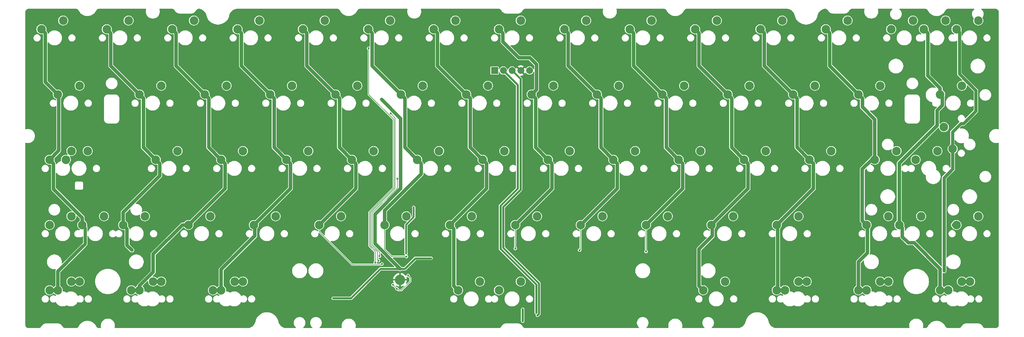
<source format=gbr>
%TF.GenerationSoftware,KiCad,Pcbnew,8.0.1*%
%TF.CreationDate,2025-05-08T03:48:04+09:00*%
%TF.ProjectId,neo60core_rp2040,6e656f36-3063-46f7-9265-5f7270323034,rev?*%
%TF.SameCoordinates,Original*%
%TF.FileFunction,Copper,L1,Top*%
%TF.FilePolarity,Positive*%
%FSLAX46Y46*%
G04 Gerber Fmt 4.6, Leading zero omitted, Abs format (unit mm)*
G04 Created by KiCad (PCBNEW 8.0.1) date 2025-05-08 03:48:04*
%MOMM*%
%LPD*%
G01*
G04 APERTURE LIST*
%TA.AperFunction,ComponentPad*%
%ADD10C,2.500000*%
%TD*%
%TA.AperFunction,ComponentPad*%
%ADD11C,2.000000*%
%TD*%
%TA.AperFunction,ComponentPad*%
%ADD12R,2.000000X2.000000*%
%TD*%
%TA.AperFunction,ComponentPad*%
%ADD13C,3.000000*%
%TD*%
%TA.AperFunction,ViaPad*%
%ADD14C,0.600000*%
%TD*%
%TA.AperFunction,Conductor*%
%ADD15C,1.000000*%
%TD*%
%TA.AperFunction,Conductor*%
%ADD16C,0.600000*%
%TD*%
%TA.AperFunction,Conductor*%
%ADD17C,0.200000*%
%TD*%
%TA.AperFunction,Conductor*%
%ADD18C,0.900000*%
%TD*%
%TA.AperFunction,Conductor*%
%ADD19C,0.500000*%
%TD*%
G04 APERTURE END LIST*
D10*
%TO.P,MX47,1,1*%
%TO.N,Col6*%
X155733750Y-87947500D03*
%TO.P,MX47,2,2*%
%TO.N,Net-(D47-A)*%
X162083750Y-85407500D03*
%TD*%
%TO.P,MX27,1,1*%
%TO.N,Col12*%
X274796250Y-49847500D03*
%TO.P,MX27,2,2*%
%TO.N,Net-(D27-A)*%
X281146250Y-47307500D03*
%TD*%
%TO.P,MX20,1,1*%
%TO.N,Col5*%
X141446250Y-49847500D03*
%TO.P,MX20,2,2*%
%TO.N,Net-(D20-A)*%
X147796250Y-47307500D03*
%TD*%
%TO.P,MX28,1,1*%
%TO.N,Col13*%
X298608750Y-49847500D03*
%TO.P,MX28,2,2*%
%TO.N,Net-(D28-A)*%
X304958750Y-47307500D03*
%TD*%
%TO.P,MX35,1,1*%
%TO.N,Col6*%
X165258750Y-68897500D03*
%TO.P,MX35,2,2*%
%TO.N,Net-(D35-A)*%
X171608750Y-66357500D03*
%TD*%
%TO.P,MX5,1,1*%
%TO.N,Col4*%
X112871250Y-30797500D03*
%TO.P,MX5,2,2*%
%TO.N,Net-(D5-A)*%
X119221250Y-28257500D03*
%TD*%
D11*
%TO.P,J1,1,Pin_1*%
%TO.N,unconnected-(J1-Pin_1-Pad1)*%
X178911249Y-42862500D03*
%TO.P,J1,2,Pin_2*%
%TO.N,GND*%
X176371250Y-42862500D03*
%TO.P,J1,3,Pin_3*%
%TO.N,DP*%
X173831250Y-42862500D03*
%TO.P,J1,4,Pin_4*%
%TO.N,DM*%
X171291250Y-42862500D03*
D12*
%TO.P,J1,5,Pin_5*%
%TO.N,VBUS*%
X168751251Y-42862500D03*
%TD*%
D10*
%TO.P,MX44,1,1*%
%TO.N,Col3*%
X98583750Y-87947500D03*
%TO.P,MX44,2,2*%
%TO.N,Net-(D44-A)*%
X104933750Y-85407500D03*
%TD*%
%TO.P,MX21,1,1*%
%TO.N,Col6*%
X160496250Y-49847500D03*
%TO.P,MX21,2,2*%
%TO.N,Net-(D21-A)*%
X166846250Y-47307500D03*
%TD*%
%TO.P,MX8,1,1*%
%TO.N,Col7*%
X170021250Y-30797500D03*
%TO.P,MX8,2,2*%
%TO.N,Net-(D8-A)*%
X176371250Y-28257500D03*
%TD*%
%TO.P,MX69,1,1*%
%TO.N,Col3*%
X89058750Y-106997500D03*
%TO.P,MX69,2,2*%
%TO.N,Net-(D56-A)*%
X95408750Y-104457500D03*
%TD*%
%TO.P,MX58,1,1*%
%TO.N,Col10*%
X229552500Y-106997500D03*
%TO.P,MX58,2,2*%
%TO.N,Net-(D58-A)*%
X235902500Y-104457500D03*
%TD*%
%TO.P,MX34,1,1*%
%TO.N,Col5*%
X146208750Y-68897500D03*
%TO.P,MX34,2,2*%
%TO.N,Net-(D34-A)*%
X152558750Y-66357500D03*
%TD*%
%TO.P,MX31,1,1*%
%TO.N,Col2*%
X89058750Y-68897500D03*
%TO.P,MX31,2,2*%
%TO.N,Net-(D31-A)*%
X95408750Y-66357500D03*
%TD*%
%TO.P,MX3,1,1*%
%TO.N,Col2*%
X74771250Y-30797500D03*
%TO.P,MX3,2,2*%
%TO.N,Net-(D3-A)*%
X81121250Y-28257500D03*
%TD*%
%TO.P,MX7,1,1*%
%TO.N,Col6*%
X150971250Y-30797500D03*
%TO.P,MX7,2,2*%
%TO.N,Net-(D7-A)*%
X157321250Y-28257500D03*
%TD*%
%TO.P,MX60,1,1*%
%TO.N,Col12*%
X277177500Y-106997500D03*
%TO.P,MX60,2,2*%
%TO.N,Net-(D60-A)*%
X283527500Y-104457500D03*
%TD*%
%TO.P,MX19,1,1*%
%TO.N,Col4*%
X122396250Y-49847500D03*
%TO.P,MX19,2,2*%
%TO.N,Net-(D19-A)*%
X128746250Y-47307500D03*
%TD*%
%TO.P,MX13,1,1*%
%TO.N,Col12*%
X265271250Y-30797500D03*
%TO.P,MX13,2,2*%
%TO.N,Net-(D13-A)*%
X271621250Y-28257500D03*
%TD*%
%TO.P,MX46,1,1*%
%TO.N,Col5*%
X136683750Y-87947500D03*
%TO.P,MX46,2,2*%
%TO.N,Net-(D46-A)*%
X143033750Y-85407500D03*
%TD*%
%TO.P,MX45,1,1*%
%TO.N,Col4*%
X117633750Y-87947500D03*
%TO.P,MX45,2,2*%
%TO.N,Net-(D45-A)*%
X123983750Y-85407500D03*
%TD*%
%TO.P,MX71,1,1*%
%TO.N,Col12*%
X274796250Y-106997500D03*
%TO.P,MX71,2,2*%
%TO.N,Net-(D60-A)*%
X281146250Y-104457500D03*
%TD*%
%TO.P,MX48,1,1*%
%TO.N,Col7*%
X174783750Y-87947500D03*
%TO.P,MX48,2,2*%
%TO.N,Net-(D48-A)*%
X181133750Y-85407500D03*
%TD*%
%TO.P,MX42,1,1*%
%TO.N,Col0*%
X48577500Y-87947500D03*
%TO.P,MX42,2,2*%
%TO.N,Net-(D42-A)*%
X54927500Y-85407500D03*
%TD*%
%TO.P,MX4,1,1*%
%TO.N,Col3*%
X93821250Y-30797500D03*
%TO.P,MX4,2,2*%
%TO.N,Net-(D4-A)*%
X100171250Y-28257500D03*
%TD*%
%TO.P,MX26,1,1*%
%TO.N,Col11*%
X255746250Y-49847500D03*
%TO.P,MX26,2,2*%
%TO.N,Net-(D26-A)*%
X262096250Y-47307500D03*
%TD*%
%TO.P,MX73,1,1*%
%TO.N,Col6*%
X170021250Y-106997500D03*
%TO.P,MX73,2,2*%
%TO.N,Net-(D57-A)*%
X176371250Y-104457500D03*
%TD*%
%TO.P,MX43,1,1*%
%TO.N,Col2*%
X79533750Y-87947500D03*
%TO.P,MX43,2,2*%
%TO.N,Net-(D43-A)*%
X85883750Y-85407500D03*
%TD*%
%TO.P,MX6,1,1*%
%TO.N,Col5*%
X131921250Y-30797500D03*
%TO.P,MX6,2,2*%
%TO.N,Net-(D6-A)*%
X138271250Y-28257500D03*
%TD*%
%TO.P,MX32,1,1*%
%TO.N,Col3*%
X108108750Y-68897500D03*
%TO.P,MX32,2,2*%
%TO.N,Net-(D32-A)*%
X114458750Y-66357500D03*
%TD*%
%TO.P,MX74,1,1*%
%TO.N,Col12*%
X279558750Y-68897500D03*
%TO.P,MX74,2,2*%
%TO.N,Net-(D41-A)*%
X285908750Y-66357500D03*
%TD*%
%TO.P,MX17,1,1*%
%TO.N,Col2*%
X84296250Y-49847500D03*
%TO.P,MX17,2,2*%
%TO.N,Net-(D17-A)*%
X90646250Y-47307500D03*
%TD*%
%TO.P,MX10,1,1*%
%TO.N,Col9*%
X208121250Y-30797500D03*
%TO.P,MX10,2,2*%
%TO.N,Net-(D10-A)*%
X214471250Y-28257500D03*
%TD*%
%TO.P,MX75,1,1*%
%TO.N,Col14*%
X302260000Y-65722500D03*
%TO.P,MX75,2,2*%
%TO.N,Net-(D63-A)*%
X299720000Y-59372500D03*
%TD*%
%TO.P,MX59,1,1*%
%TO.N,Col11*%
X253365000Y-106997500D03*
%TO.P,MX59,2,2*%
%TO.N,Net-(D59-A)*%
X259715000Y-104457500D03*
%TD*%
%TO.P,MX15,1,1*%
%TO.N,Col0*%
X41433750Y-49847500D03*
%TO.P,MX15,2,2*%
%TO.N,Net-(D15-A)*%
X47783750Y-47307500D03*
%TD*%
%TO.P,MX9,1,1*%
%TO.N,Col8*%
X189071250Y-30797500D03*
%TO.P,MX9,2,2*%
%TO.N,Net-(D9-A)*%
X195421250Y-28257500D03*
%TD*%
%TO.P,MX55,1,1*%
%TO.N,Col2*%
X62865000Y-106997500D03*
%TO.P,MX55,2,2*%
%TO.N,Net-(D55-A)*%
X69215000Y-104457500D03*
%TD*%
%TO.P,MX56,1,1*%
%TO.N,Col3*%
X86677500Y-106997500D03*
%TO.P,MX56,2,2*%
%TO.N,Net-(D56-A)*%
X93027500Y-104457500D03*
%TD*%
%TO.P,MX77,1,1*%
%TO.N,Col1*%
X60483750Y-87947500D03*
%TO.P,MX77,2,2*%
%TO.N,Net-(D66-A)*%
X66833750Y-85407500D03*
%TD*%
%TO.P,MX61,1,1*%
%TO.N,Col13*%
X300990000Y-106997500D03*
%TO.P,MX61,2,2*%
%TO.N,Net-(D61-A)*%
X307340000Y-104457500D03*
%TD*%
%TO.P,MX50,1,1*%
%TO.N,Col9*%
X212883750Y-87947500D03*
%TO.P,MX50,2,2*%
%TO.N,Net-(D50-A)*%
X219233750Y-85407500D03*
%TD*%
%TO.P,MX25,1,1*%
%TO.N,Col10*%
X236696250Y-49847500D03*
%TO.P,MX25,2,2*%
%TO.N,Net-(D25-A)*%
X243046250Y-47307500D03*
%TD*%
%TO.P,MX41,1,1*%
%TO.N,Col12*%
X291465000Y-68897500D03*
%TO.P,MX41,2,2*%
%TO.N,Net-(D41-A)*%
X297815000Y-66357500D03*
%TD*%
%TO.P,MX66,1,1*%
%TO.N,Col13*%
X303371250Y-87947500D03*
%TO.P,MX66,2,2*%
%TO.N,Net-(D53-A)*%
X309721250Y-85407500D03*
%TD*%
%TO.P,MX36,1,1*%
%TO.N,Col7*%
X184308750Y-68897500D03*
%TO.P,MX36,2,2*%
%TO.N,Net-(D36-A)*%
X190658750Y-66357500D03*
%TD*%
%TO.P,MX65,1,1*%
%TO.N,Col0*%
X39052500Y-68897500D03*
%TO.P,MX65,2,2*%
%TO.N,Net-(D29-A)*%
X45402500Y-66357500D03*
%TD*%
%TO.P,MX24,1,1*%
%TO.N,Col9*%
X217646250Y-49847500D03*
%TO.P,MX24,2,2*%
%TO.N,Net-(D24-A)*%
X223996250Y-47307500D03*
%TD*%
%TO.P,MX12,1,1*%
%TO.N,Col11*%
X246221250Y-30797500D03*
%TO.P,MX12,2,2*%
%TO.N,Net-(D12-A)*%
X252571250Y-28257500D03*
%TD*%
%TO.P,MX53,1,1*%
%TO.N,Col13*%
X286702500Y-87947500D03*
%TO.P,MX53,2,2*%
%TO.N,Net-(D53-A)*%
X293052500Y-85407500D03*
%TD*%
%TO.P,MX11,1,1*%
%TO.N,Col10*%
X227171250Y-30797500D03*
%TO.P,MX11,2,2*%
%TO.N,Net-(D11-A)*%
X233521250Y-28257500D03*
%TD*%
%TO.P,MX2,1,1*%
%TO.N,Col1*%
X55721250Y-30797500D03*
%TO.P,MX2,2,2*%
%TO.N,Net-(D2-A)*%
X62071250Y-28257500D03*
%TD*%
%TO.P,MX54,1,1*%
%TO.N,Col0*%
X39052500Y-106997500D03*
%TO.P,MX54,2,2*%
%TO.N,Net-(D54-A)*%
X45402500Y-104457500D03*
%TD*%
%TO.P,MX76,1,1*%
%TO.N,Col0*%
X39052500Y-87947500D03*
%TO.P,MX76,2,2*%
%TO.N,Net-(D42-A)*%
X45402500Y-85407500D03*
%TD*%
%TO.P,MX33,1,1*%
%TO.N,Col4*%
X127158750Y-68897500D03*
%TO.P,MX33,2,2*%
%TO.N,Net-(D33-A)*%
X133508750Y-66357500D03*
%TD*%
%TO.P,MX72,1,1*%
%TO.N,Col13*%
X298608750Y-106997500D03*
%TO.P,MX72,2,2*%
%TO.N,Net-(D61-A)*%
X304958750Y-104457500D03*
%TD*%
%TO.P,MX23,1,1*%
%TO.N,Col8*%
X198596250Y-49847500D03*
%TO.P,MX23,2,2*%
%TO.N,Net-(D23-A)*%
X204946250Y-47307500D03*
%TD*%
%TO.P,MX52,1,1*%
%TO.N,Col11*%
X250983750Y-87947500D03*
%TO.P,MX52,2,2*%
%TO.N,Net-(D52-A)*%
X257333750Y-85407500D03*
%TD*%
%TO.P,MX37,1,1*%
%TO.N,Col8*%
X203358750Y-68897500D03*
%TO.P,MX37,2,2*%
%TO.N,Net-(D37-A)*%
X209708750Y-66357500D03*
%TD*%
%TO.P,MX16,1,1*%
%TO.N,Col1*%
X65246250Y-49847500D03*
%TO.P,MX16,2,2*%
%TO.N,Net-(D16-A)*%
X71596250Y-47307500D03*
%TD*%
%TO.P,MX51,1,1*%
%TO.N,Col10*%
X231933750Y-87947500D03*
%TO.P,MX51,2,2*%
%TO.N,Net-(D51-A)*%
X238283750Y-85407500D03*
%TD*%
%TO.P,MX39,1,1*%
%TO.N,Col10*%
X241458750Y-68897500D03*
%TO.P,MX39,2,2*%
%TO.N,Net-(D39-A)*%
X247808750Y-66357500D03*
%TD*%
%TO.P,MX62,1,1*%
%TO.N,Col12*%
X277177500Y-87947500D03*
%TO.P,MX62,2,2*%
%TO.N,Net-(D62-A)*%
X283527500Y-85407500D03*
%TD*%
%TO.P,MX38,1,1*%
%TO.N,Col9*%
X222408750Y-68897500D03*
%TO.P,MX38,2,2*%
%TO.N,Net-(D38-A)*%
X228758750Y-66357500D03*
%TD*%
%TO.P,MX1,1,1*%
%TO.N,Col0*%
X36671250Y-30797500D03*
%TO.P,MX1,2,2*%
%TO.N,Net-(D1-K)*%
X43021250Y-28257500D03*
%TD*%
%TO.P,MX40,1,1*%
%TO.N,Col11*%
X260508750Y-68897500D03*
%TO.P,MX40,2,2*%
%TO.N,Net-(D40-A)*%
X266858750Y-66357500D03*
%TD*%
%TO.P,MX18,1,1*%
%TO.N,Col3*%
X103346250Y-49847500D03*
%TO.P,MX18,2,2*%
%TO.N,Net-(D18-A)*%
X109696250Y-47307500D03*
%TD*%
%TO.P,MX70,1,1*%
%TO.N,Col11*%
X250983750Y-106997500D03*
%TO.P,MX70,2,2*%
%TO.N,Net-(D59-A)*%
X257333750Y-104457500D03*
%TD*%
%TO.P,MX49,1,1*%
%TO.N,Col8*%
X193833750Y-87947500D03*
%TO.P,MX49,2,2*%
%TO.N,Net-(D49-A)*%
X200183750Y-85407500D03*
%TD*%
%TO.P,MX29,1,1*%
%TO.N,Col0*%
X43815000Y-68897500D03*
%TO.P,MX29,2,2*%
%TO.N,Net-(D29-A)*%
X50165000Y-66357500D03*
%TD*%
%TO.P,MX57,1,1*%
%TO.N,Col6*%
X158115000Y-106997500D03*
%TO.P,MX57,2,2*%
%TO.N,Net-(D57-A)*%
X164465000Y-104457500D03*
%TD*%
%TO.P,MX68,1,1*%
%TO.N,Col2*%
X65246250Y-106997500D03*
%TO.P,MX68,2,2*%
%TO.N,Net-(D55-A)*%
X71596250Y-104457500D03*
%TD*%
%TO.P,MX30,1,1*%
%TO.N,Col1*%
X70008750Y-68897500D03*
%TO.P,MX30,2,2*%
%TO.N,Net-(D30-A)*%
X76358750Y-66357500D03*
%TD*%
%TO.P,MX63,1,1*%
%TO.N,Col13*%
X284321250Y-30797500D03*
%TO.P,MX63,2,2*%
%TO.N,Net-(D14-A)*%
X290671250Y-28257500D03*
%TD*%
%TO.P,MX67,1,1*%
%TO.N,Col0*%
X41433750Y-106997500D03*
%TO.P,MX67,2,2*%
%TO.N,Net-(D54-A)*%
X47783750Y-104457500D03*
%TD*%
%TO.P,MX22,1,1*%
%TO.N,Col7*%
X179546250Y-49847500D03*
%TO.P,MX22,2,2*%
%TO.N,Net-(D22-A)*%
X185896250Y-47307500D03*
%TD*%
%TO.P,MX14,1,1*%
%TO.N,Col13*%
X293846250Y-30797500D03*
%TO.P,MX14,2,2*%
%TO.N,Net-(D14-A)*%
X300196250Y-28257500D03*
%TD*%
%TO.P,MX64,1,1*%
%TO.N,Col14*%
X303371250Y-30797500D03*
%TO.P,MX64,2,2*%
%TO.N,Net-(D64-A)*%
X309721250Y-28257500D03*
%TD*%
D13*
%TO.P,U1,57,GND*%
%TO.N,GND*%
X141176427Y-103937214D03*
%TD*%
D14*
%TO.N,+3V3*%
X135812501Y-51287500D03*
X121720000Y-109350000D03*
X150225000Y-97675000D03*
%TO.N,GND*%
X104175000Y-111600000D03*
X111450000Y-105925000D03*
X160500000Y-96575000D03*
X104875000Y-111600000D03*
X185950000Y-113575000D03*
X131100000Y-114875000D03*
X119000000Y-96000000D03*
X210450000Y-92225000D03*
X124850000Y-106150000D03*
X129200000Y-97750000D03*
X130925000Y-97750000D03*
X211850000Y-92225000D03*
X129900000Y-97750000D03*
X132500000Y-114875000D03*
X119700000Y-96000000D03*
X131000000Y-103925000D03*
X128500000Y-97750000D03*
X153475000Y-98000001D03*
X153475000Y-99400000D03*
X200912500Y-92218750D03*
X111450000Y-111925000D03*
X185250000Y-113575000D03*
X161900000Y-96575000D03*
X207875000Y-113550000D03*
X200212500Y-92218750D03*
X184550000Y-113575000D03*
X118300000Y-96000000D03*
X201612500Y-92218750D03*
X131800000Y-114875000D03*
X153475000Y-98700000D03*
X161200000Y-96575000D03*
X124150000Y-106150000D03*
X206475000Y-113550000D03*
X144675000Y-113425000D03*
X125550000Y-106150000D03*
X207175000Y-113550000D03*
X211150000Y-92225000D03*
X103475000Y-111600000D03*
X142650000Y-113425000D03*
%TO.N,+1V1*%
X139125816Y-105422138D03*
X143525610Y-102721453D03*
X140274707Y-106571030D03*
%TO.N,Row0*%
X133950000Y-98950000D03*
X132061250Y-36368750D03*
%TO.N,Row1*%
X138475000Y-55418750D03*
X134927837Y-98350000D03*
%TO.N,Row2*%
X140386250Y-74468750D03*
X135200000Y-97050000D03*
%TO.N,Row4*%
X176950000Y-112568750D03*
X176950000Y-116024998D03*
%TO.N,Col0*%
X47054324Y-95875000D03*
%TO.N,Col1*%
X63025000Y-95275000D03*
%TO.N,Col2*%
X69240162Y-97565162D03*
%TO.N,Col3*%
X92755605Y-97230605D03*
%TO.N,Col4*%
X135900000Y-99350000D03*
%TO.N,Col5*%
X143075000Y-97175000D03*
%TO.N,Col6*%
X156873750Y-94518750D03*
%TO.N,Col7*%
X174775000Y-94800000D03*
%TO.N,Col8*%
X193525000Y-95300000D03*
%TO.N,Col9*%
X212900000Y-95700000D03*
%TO.N,Col10*%
X228302501Y-96100000D03*
%TO.N,Col11*%
X251258750Y-96475000D03*
%TO.N,Col12*%
X276622338Y-96897338D03*
%TO.N,Col13*%
X298608750Y-100725000D03*
%TO.N,Col14*%
X299758750Y-101367650D03*
%TO.N,DP*%
X181237622Y-114318750D03*
%TO.N,DM*%
X180893750Y-113518750D03*
%TO.N,Net-(U1-GPIO10)*%
X145198750Y-82825000D03*
X142925000Y-96275000D03*
%TD*%
D15*
%TO.N,+3V3*%
X135812501Y-51287500D02*
X141386250Y-56861249D01*
D16*
X145650000Y-97675000D02*
X150225000Y-97675000D01*
X141200000Y-100750000D02*
X142575000Y-100750000D01*
X142575000Y-100750000D02*
X145650000Y-97675000D01*
D15*
X137296815Y-96803185D02*
X137296815Y-96846815D01*
X133868750Y-93375120D02*
X137296815Y-96803185D01*
D16*
X121720000Y-109350000D02*
X126856371Y-109350000D01*
D15*
X141386250Y-56861249D02*
X141386250Y-77327480D01*
D16*
X126856371Y-109350000D02*
X135456370Y-100750000D01*
D15*
X137296815Y-96846815D02*
X141200000Y-100750000D01*
X133868750Y-84844980D02*
X133868750Y-93375120D01*
X141386250Y-77327480D02*
X133868750Y-84844980D01*
D16*
X135456370Y-100750000D02*
X141200000Y-100750000D01*
D17*
%TO.N,+1V1*%
X141650000Y-106950000D02*
X144200000Y-104400000D01*
X140653677Y-106950000D02*
X141650000Y-106950000D01*
X144200000Y-104400000D02*
X144200000Y-103395843D01*
X144200000Y-103395843D02*
X143525610Y-102721453D01*
X139125816Y-105422138D02*
X140274707Y-106571029D01*
X140274707Y-106571030D02*
X140653677Y-106950000D01*
X140274707Y-106571029D02*
X140274707Y-106571030D01*
%TO.N,Row0*%
X133950000Y-98950000D02*
X133950000Y-95719112D01*
X132061250Y-49853529D02*
X132061250Y-36368750D01*
X132268750Y-84182238D02*
X139386250Y-77064738D01*
X139386250Y-77064738D02*
X139386250Y-57178529D01*
X139386250Y-57178529D02*
X132061250Y-49853529D01*
X132268750Y-94037860D02*
X132268750Y-84182238D01*
X133950000Y-95719112D02*
X132268750Y-94037860D01*
%TO.N,Row1*%
X134600000Y-98022163D02*
X134600000Y-95803426D01*
X134927837Y-98350000D02*
X134600000Y-98022163D01*
X139786250Y-77230424D02*
X139786250Y-56730000D01*
X139786250Y-56730000D02*
X138475000Y-55418750D01*
X132668750Y-93872175D02*
X132668750Y-84347924D01*
X134600000Y-95803426D02*
X132668750Y-93872175D01*
X132668750Y-84347924D02*
X139786250Y-77230424D01*
%TO.N,Row2*%
X133068750Y-84513610D02*
X140386250Y-77196110D01*
X135200000Y-95837740D02*
X133068750Y-93706490D01*
X135200000Y-97050000D02*
X135200000Y-95837740D01*
X140386250Y-77196110D02*
X140386250Y-74468750D01*
X133068750Y-93706490D02*
X133068750Y-84513610D01*
D16*
%TO.N,Row4*%
X176950000Y-112568750D02*
X176950000Y-116024998D01*
D15*
%TO.N,Col0*%
X41708750Y-50122500D02*
X41433750Y-49847500D01*
D18*
X49437500Y-93491824D02*
X48852500Y-94076824D01*
D15*
X41433750Y-101495574D02*
X41433750Y-106997500D01*
X39052500Y-68897500D02*
X40192500Y-70037500D01*
X36671250Y-30797500D02*
X37811250Y-31937500D01*
X48577500Y-85824783D02*
X48577500Y-87947500D01*
D18*
X49437500Y-88807500D02*
X49437500Y-93491824D01*
D15*
X37811250Y-46225000D02*
X41433750Y-49847500D01*
X37811250Y-31937500D02*
X37811250Y-46225000D01*
X39052500Y-68897500D02*
X41708750Y-66241250D01*
X41708750Y-66241250D02*
X41708750Y-50122500D01*
D18*
X48577500Y-87947500D02*
X49437500Y-88807500D01*
D15*
X40192500Y-70037500D02*
X40192500Y-77439783D01*
X47054324Y-95875000D02*
X48852500Y-94076824D01*
X40192500Y-77439783D02*
X48577500Y-85824783D01*
X47054324Y-95875000D02*
X41433750Y-101495574D01*
%TO.N,Col1*%
X71148750Y-73576465D02*
X71148750Y-70037500D01*
X60483750Y-84241465D02*
X71148750Y-73576465D01*
X65246250Y-49847500D02*
X66386250Y-50987500D01*
X61623750Y-89087500D02*
X60483750Y-87947500D01*
X61623750Y-93873750D02*
X61623750Y-89087500D01*
X55721250Y-30797500D02*
X56861250Y-31937500D01*
X71148750Y-70037500D02*
X70008750Y-68897500D01*
X56861250Y-31937500D02*
X56861250Y-41462500D01*
X56861250Y-41462500D02*
X65246250Y-49847500D01*
X63025000Y-95275000D02*
X61623750Y-93873750D01*
X66386250Y-65275000D02*
X70008750Y-68897500D01*
X66386250Y-50987500D02*
X66386250Y-65275000D01*
X60483750Y-87947500D02*
X60483750Y-84241465D01*
%TO.N,Col2*%
X85436250Y-50987500D02*
X85436250Y-65275000D01*
X77765984Y-87947500D02*
X79533750Y-87947500D01*
X90198750Y-70037500D02*
X89058750Y-68897500D01*
X69240162Y-96473322D02*
X69240162Y-97565162D01*
X84296250Y-49847500D02*
X85436250Y-50987500D01*
X65246250Y-105668533D02*
X69240162Y-101674621D01*
X75911250Y-41462500D02*
X84296250Y-49847500D01*
X79533750Y-87947500D02*
X90198750Y-77282500D01*
X65246250Y-106997500D02*
X65246250Y-105668533D01*
X85436250Y-65275000D02*
X89058750Y-68897500D01*
X74771250Y-30797500D02*
X75911250Y-31937500D01*
X90198750Y-77282500D02*
X90198750Y-70037500D01*
X79808750Y-88222500D02*
X79533750Y-87947500D01*
X69240162Y-101674621D02*
X69240162Y-97565162D01*
X75911250Y-31937500D02*
X75911250Y-41462500D01*
X77765984Y-87947500D02*
X69240162Y-96473322D01*
%TO.N,Col3*%
X93821250Y-30797500D02*
X94961250Y-31937500D01*
X98583750Y-87947500D02*
X109248750Y-77282500D01*
X109248750Y-77282500D02*
X109248750Y-70037500D01*
X92755605Y-97230605D02*
X98858750Y-91127460D01*
X94961250Y-31937500D02*
X94961250Y-41462500D01*
X98858750Y-91127460D02*
X98858750Y-88222500D01*
X89058750Y-100927460D02*
X89058750Y-106997500D01*
X104486250Y-50987500D02*
X104486250Y-65275000D01*
X104486250Y-65275000D02*
X108108750Y-68897500D01*
X89058750Y-100927460D02*
X92755605Y-97230605D01*
X109248750Y-70037500D02*
X108108750Y-68897500D01*
X98858750Y-88222500D02*
X98583750Y-87947500D01*
X103346250Y-49847500D02*
X104486250Y-50987500D01*
X94961250Y-41462500D02*
X103346250Y-49847500D01*
%TO.N,Col4*%
X128298750Y-70037500D02*
X127158750Y-68897500D01*
X123536250Y-65275000D02*
X127158750Y-68897500D01*
X114011250Y-31937500D02*
X114011250Y-41462500D01*
D17*
X117633750Y-89887765D02*
X117633750Y-87947500D01*
D15*
X117633750Y-87947500D02*
X128298750Y-77282500D01*
X112871250Y-30797500D02*
X114011250Y-31937500D01*
D17*
X135900000Y-99350000D02*
X135700000Y-99550000D01*
D15*
X128298750Y-77282500D02*
X128298750Y-70037500D01*
D17*
X135700000Y-99550000D02*
X127295985Y-99550000D01*
X127295985Y-99550000D02*
X117633750Y-89887765D01*
D15*
X114011250Y-41462500D02*
X122396250Y-49847500D01*
X123536250Y-50987500D02*
X123536250Y-65275000D01*
X122396250Y-49847500D02*
X123536250Y-50987500D01*
%TO.N,Col5*%
X142586250Y-65275000D02*
X146208750Y-68897500D01*
X141446250Y-49847500D02*
X142586250Y-50987500D01*
D17*
X138800000Y-97175000D02*
X143075000Y-97175000D01*
D15*
X147348750Y-73062036D02*
X147348750Y-70037500D01*
X136683750Y-87947500D02*
X136683750Y-83727036D01*
X147348750Y-70037500D02*
X146208750Y-68897500D01*
X136683750Y-83727036D02*
X147348750Y-73062036D01*
X133061250Y-41462500D02*
X141446250Y-49847500D01*
X142586250Y-50987500D02*
X142586250Y-65275000D01*
X131921250Y-30797500D02*
X133061250Y-31937500D01*
X133061250Y-31937500D02*
X133061250Y-41462500D01*
D17*
X136683750Y-87947500D02*
X136683750Y-95058750D01*
X136683750Y-95058750D02*
X138800000Y-97175000D01*
D15*
%TO.N,Col6*%
X155733750Y-87947500D02*
X166398750Y-77282500D01*
X156873750Y-105756250D02*
X158115000Y-106997500D01*
X156873750Y-89087500D02*
X156873750Y-105756250D01*
X155733750Y-87947500D02*
X156873750Y-89087500D01*
X160496250Y-49847500D02*
X161636250Y-50987500D01*
X161636250Y-50987500D02*
X161636250Y-65275000D01*
X166398750Y-77282500D02*
X166398750Y-70037500D01*
X152111250Y-31937500D02*
X152111250Y-41462500D01*
X152111250Y-41462500D02*
X160496250Y-49847500D01*
X166398750Y-70037500D02*
X165258750Y-68897500D01*
X150971250Y-30797500D02*
X152111250Y-31937500D01*
X161636250Y-65275000D02*
X165258750Y-68897500D01*
%TO.N,Col7*%
X170021250Y-30797500D02*
X171161250Y-31937500D01*
D17*
X174775000Y-94800000D02*
X174783750Y-94791250D01*
D15*
X180975000Y-48418750D02*
X179546250Y-49847500D01*
X179025000Y-39125000D02*
X180975000Y-41075000D01*
X180975000Y-41075000D02*
X180975000Y-48418750D01*
X184308750Y-68897500D02*
X185448750Y-70037500D01*
X171161250Y-31937500D02*
X171161250Y-34443450D01*
X180686250Y-50987500D02*
X180686250Y-65275000D01*
D17*
X174783750Y-94791250D02*
X174783750Y-87947500D01*
D15*
X171161250Y-34443450D02*
X175842800Y-39125000D01*
X180686250Y-65275000D02*
X184308750Y-68897500D01*
X179546250Y-49847500D02*
X180686250Y-50987500D01*
X185448750Y-70037500D02*
X185448750Y-77282500D01*
X185448750Y-77282500D02*
X174783750Y-87947500D01*
X175842800Y-39125000D02*
X179025000Y-39125000D01*
%TO.N,Col8*%
X190211250Y-41462500D02*
X198596250Y-49847500D01*
X198596250Y-49847500D02*
X199736250Y-50987500D01*
D17*
X193525000Y-95300000D02*
X193833750Y-94991250D01*
D15*
X204498750Y-77282500D02*
X193833750Y-87947500D01*
X204498750Y-70037500D02*
X204498750Y-77282500D01*
X203358750Y-68897500D02*
X204498750Y-70037500D01*
X199736250Y-50987500D02*
X199736250Y-65275000D01*
X189071250Y-30797500D02*
X190211250Y-31937500D01*
X190211250Y-31937500D02*
X190211250Y-41462500D01*
D17*
X193833750Y-94991250D02*
X193833750Y-87947500D01*
D15*
X199736250Y-65275000D02*
X203358750Y-68897500D01*
%TO.N,Col9*%
X208121250Y-30797500D02*
X209261250Y-31937500D01*
X209261250Y-41462500D02*
X217646250Y-49847500D01*
X218786250Y-50987500D02*
X218786250Y-65275000D01*
X217646250Y-49847500D02*
X218786250Y-50987500D01*
X223548750Y-77282500D02*
X212883750Y-87947500D01*
X218786250Y-65275000D02*
X222408750Y-68897500D01*
D17*
X212900000Y-95700000D02*
X212883750Y-95683750D01*
D15*
X222408750Y-68897500D02*
X223548750Y-70037500D01*
D17*
X212883750Y-95683750D02*
X212883750Y-87947500D01*
D15*
X209261250Y-31937500D02*
X209261250Y-41462500D01*
X223548750Y-70037500D02*
X223548750Y-77282500D01*
%TO.N,Col10*%
X227171250Y-30797500D02*
X228311250Y-31937500D01*
X228302501Y-95033709D02*
X232208750Y-91127460D01*
X228302501Y-96100000D02*
X228302501Y-105747501D01*
X237836250Y-65275000D02*
X241458750Y-68897500D01*
X228311250Y-41462500D02*
X236696250Y-49847500D01*
X241458750Y-68897500D02*
X242598750Y-70037500D01*
X228311250Y-31937500D02*
X228311250Y-41462500D01*
X237836250Y-50987500D02*
X237836250Y-65275000D01*
X228302501Y-96100000D02*
X228302501Y-95033709D01*
X242598750Y-70037500D02*
X242598750Y-77282500D01*
X228302501Y-105747501D02*
X229552500Y-106997500D01*
X236696250Y-49847500D02*
X237836250Y-50987500D01*
X232208750Y-91127460D02*
X232208750Y-88222500D01*
X242598750Y-77282500D02*
X231933750Y-87947500D01*
X232208750Y-88222500D02*
X231933750Y-87947500D01*
%TO.N,Col11*%
X255746250Y-49847500D02*
X256886250Y-50987500D01*
X260508750Y-68897500D02*
X261648750Y-70037500D01*
X261648750Y-70037500D02*
X261648750Y-77282500D01*
X247361250Y-31937500D02*
X247361250Y-41462500D01*
X247361250Y-41462500D02*
X255746250Y-49847500D01*
X256886250Y-65275000D02*
X260508750Y-68897500D01*
X246221250Y-30797500D02*
X247361250Y-31937500D01*
X261648750Y-77282500D02*
X250983750Y-87947500D01*
X251258750Y-106722500D02*
X250983750Y-106997500D01*
X251258750Y-88222500D02*
X251258750Y-96475000D01*
X251258750Y-96475000D02*
X251258750Y-106722500D01*
X250983750Y-87947500D02*
X251258750Y-88222500D01*
X256886250Y-50987500D02*
X256886250Y-65275000D01*
%TO.N,Col12*%
X274796250Y-98723426D02*
X274796250Y-106997500D01*
X275936250Y-53511250D02*
X279558750Y-57133750D01*
X266411250Y-41462500D02*
X274796250Y-49847500D01*
X275927501Y-86697501D02*
X275927501Y-71613790D01*
X275927501Y-71613790D02*
X278643791Y-68897500D01*
X291322500Y-68897500D02*
X291465000Y-68897500D01*
X279558750Y-57133750D02*
X279558750Y-68897500D01*
X278643791Y-68897500D02*
X279558750Y-68897500D01*
X277452500Y-88222500D02*
X277452500Y-96067176D01*
X277452500Y-96067176D02*
X276622338Y-96897338D01*
X266411250Y-31937500D02*
X266411250Y-41462500D01*
X276622338Y-96897338D02*
X274796250Y-98723426D01*
X291465000Y-68897500D02*
X291740000Y-69172500D01*
X277177500Y-87947500D02*
X277452500Y-88222500D01*
X275936250Y-50987500D02*
X275936250Y-53511250D01*
X274796250Y-49847500D02*
X275936250Y-50987500D01*
X265271250Y-30797500D02*
X266411250Y-31937500D01*
X277052800Y-87947500D02*
X277177500Y-87947500D01*
X277177500Y-87947500D02*
X275927501Y-86697501D01*
%TO.N,Col13*%
X286702500Y-69908967D02*
X297700000Y-58911467D01*
X294986250Y-31937500D02*
X294986250Y-44375000D01*
X298608750Y-49847500D02*
X298608750Y-47997500D01*
X287612500Y-91437500D02*
X289332500Y-93157500D01*
X297700000Y-58911467D02*
X297700000Y-54542200D01*
X291041250Y-93157500D02*
X298608750Y-100725000D01*
X287612500Y-88857500D02*
X287612500Y-91437500D01*
X297700000Y-54542200D02*
X299238900Y-53003300D01*
X302456290Y-87947500D02*
X303371250Y-87947500D01*
X293846250Y-30797500D02*
X294986250Y-31937500D01*
X286702500Y-87947500D02*
X286702500Y-69908967D01*
X289332500Y-93157500D02*
X291041250Y-93157500D01*
X298608750Y-47997500D02*
X294986250Y-44375000D01*
X298608750Y-106997500D02*
X298608750Y-100725000D01*
X299238900Y-53003300D02*
X299238900Y-49847500D01*
X286702500Y-87947500D02*
X287612500Y-88857500D01*
D18*
%TO.N,Col14*%
X302260000Y-71646749D02*
X299758750Y-74147999D01*
X304679759Y-58327501D02*
X302180000Y-60827260D01*
X303371250Y-30797500D02*
X304231250Y-31657500D01*
X302180000Y-60827260D02*
X302180000Y-65642500D01*
X304231250Y-43892994D02*
X309025000Y-48686744D01*
X302180000Y-65642500D02*
X302260000Y-65722500D01*
X309025000Y-54721750D02*
X305419249Y-58327501D01*
X299758750Y-74147999D02*
X299758750Y-101367650D01*
X302260000Y-65722500D02*
X302260000Y-71646749D01*
X309025000Y-48686744D02*
X309025000Y-54721750D01*
D17*
X304150000Y-31576250D02*
X303371250Y-30797500D01*
D18*
X304231250Y-31657500D02*
X304231250Y-43892994D01*
X305419249Y-58327501D02*
X304679759Y-58327501D01*
D16*
%TO.N,DP*%
X176293750Y-45325000D02*
X176293750Y-77623996D01*
X171275000Y-82642746D02*
X171275000Y-94593630D01*
X173831250Y-42862500D02*
X176293750Y-45325000D01*
X181693750Y-105012379D02*
X181693750Y-113862622D01*
X176293750Y-77623996D02*
X171275000Y-82642746D01*
X171275000Y-94593630D02*
X181693750Y-105012379D01*
X181693750Y-113862622D02*
X181237622Y-114318750D01*
%TO.N,DM*%
X175493750Y-47065000D02*
X175493750Y-77292626D01*
X170475000Y-94925000D02*
X180893750Y-105343750D01*
X175493750Y-77292626D02*
X170475000Y-82311376D01*
X171291250Y-42862500D02*
X175493750Y-47065000D01*
X180893750Y-105343750D02*
X180893750Y-113518750D01*
X170475000Y-82311376D02*
X170475000Y-94925000D01*
D19*
%TO.N,Net-(U1-GPIO10)*%
X145198750Y-85646664D02*
X142925000Y-87920414D01*
X145198750Y-82825000D02*
X145198750Y-85646664D01*
X142925000Y-87920414D02*
X142925000Y-96275000D01*
%TD*%
%TA.AperFunction,Conductor*%
%TO.N,GND*%
G36*
X141426427Y-105924442D02*
G01*
X141461788Y-105921913D01*
X141741322Y-105861104D01*
X142009384Y-105761122D01*
X142143539Y-105687868D01*
X142211812Y-105673016D01*
X142277276Y-105697433D01*
X142319148Y-105753366D01*
X142324132Y-105823058D01*
X142290648Y-105884381D01*
X142290647Y-105884381D01*
X141561848Y-106613181D01*
X141500525Y-106646666D01*
X141474167Y-106649500D01*
X140899083Y-106649500D01*
X140832044Y-106629815D01*
X140786289Y-106577011D01*
X140776345Y-106543147D01*
X140759872Y-106428573D01*
X140703332Y-106304770D01*
X140700084Y-106297657D01*
X140605835Y-106188887D01*
X140484760Y-106111077D01*
X140484758Y-106111076D01*
X140484756Y-106111075D01*
X140484757Y-106111075D01*
X140346670Y-106070530D01*
X140346668Y-106070530D01*
X140250541Y-106070530D01*
X140183502Y-106050845D01*
X140162860Y-106034211D01*
X139953880Y-105825231D01*
X139920395Y-105763908D01*
X139925379Y-105694216D01*
X139967251Y-105638283D01*
X140032715Y-105613866D01*
X140100988Y-105628718D01*
X140343469Y-105761122D01*
X140343468Y-105761122D01*
X140611531Y-105861104D01*
X140891065Y-105921913D01*
X140926426Y-105924442D01*
X140926427Y-105924442D01*
X140926427Y-105163199D01*
X141078050Y-105187214D01*
X141274804Y-105187214D01*
X141426427Y-105163199D01*
X141426427Y-105924442D01*
G37*
%TD.AperFunction*%
%TA.AperFunction,Conductor*%
G36*
X143228515Y-103128835D02*
G01*
X143252217Y-103140700D01*
X143289683Y-103164777D01*
X143315558Y-103181407D01*
X143417497Y-103211338D01*
X143450890Y-103221143D01*
X143453646Y-103221952D01*
X143453648Y-103221953D01*
X143549777Y-103221953D01*
X143616816Y-103241638D01*
X143637458Y-103258272D01*
X143863181Y-103483995D01*
X143896666Y-103545318D01*
X143899500Y-103571676D01*
X143899500Y-104224167D01*
X143879815Y-104291206D01*
X143863181Y-104311848D01*
X143123594Y-105051434D01*
X143062271Y-105084919D01*
X142992579Y-105079935D01*
X142936646Y-105038063D01*
X142912229Y-104972599D01*
X142927081Y-104904326D01*
X143000335Y-104770171D01*
X143100317Y-104502109D01*
X143161125Y-104222579D01*
X143161126Y-104222572D01*
X143163656Y-104187214D01*
X142402412Y-104187214D01*
X142426427Y-104035591D01*
X142426427Y-103838837D01*
X142402412Y-103687214D01*
X143163656Y-103687214D01*
X143163655Y-103687213D01*
X143161126Y-103651855D01*
X143161125Y-103651848D01*
X143100317Y-103372318D01*
X143068999Y-103288351D01*
X143064015Y-103218659D01*
X143097500Y-103157336D01*
X143158823Y-103123851D01*
X143228515Y-103128835D01*
G37*
%TD.AperFunction*%
%TA.AperFunction,Conductor*%
G36*
X74677021Y-24813490D02*
G01*
X74837490Y-24827816D01*
X74859185Y-24831720D01*
X74862716Y-24832686D01*
X75009226Y-24872768D01*
X75029878Y-24880448D01*
X75135240Y-24930702D01*
X75170286Y-24947418D01*
X75189252Y-24958633D01*
X75315584Y-25049407D01*
X75332265Y-25063805D01*
X75440522Y-25175507D01*
X75454395Y-25192637D01*
X75476255Y-25225163D01*
X75524591Y-25297086D01*
X75543982Y-25325938D01*
X75549726Y-25335367D01*
X75603671Y-25433491D01*
X75603690Y-25433520D01*
X75742748Y-25621758D01*
X75742758Y-25621769D01*
X75742759Y-25621771D01*
X75905659Y-25789843D01*
X75927558Y-25807104D01*
X76089477Y-25934731D01*
X76089483Y-25934736D01*
X76263223Y-26037469D01*
X76290955Y-26053867D01*
X76506494Y-26145121D01*
X76506497Y-26145121D01*
X76506500Y-26145123D01*
X76634628Y-26180167D01*
X76732262Y-26206871D01*
X76753407Y-26209710D01*
X76964231Y-26238017D01*
X76964236Y-26238017D01*
X76964241Y-26238018D01*
X76964245Y-26238017D01*
X76964246Y-26238018D01*
X77081271Y-26238003D01*
X80107095Y-26238003D01*
X80107139Y-26238005D01*
X80115375Y-26238005D01*
X80115379Y-26238006D01*
X80129848Y-26238005D01*
X80129927Y-26238028D01*
X80129928Y-26238015D01*
X80181271Y-26238041D01*
X80181271Y-26238042D01*
X80297456Y-26238104D01*
X80527786Y-26207386D01*
X80752036Y-26146498D01*
X80966273Y-26056509D01*
X81166738Y-25938997D01*
X81336298Y-25806652D01*
X81349915Y-25796024D01*
X81363472Y-25782196D01*
X81512592Y-25630096D01*
X81651913Y-25444125D01*
X81705973Y-25347441D01*
X81711650Y-25338256D01*
X81800221Y-25208063D01*
X81813829Y-25191385D01*
X81919820Y-25082376D01*
X81936105Y-25068308D01*
X82059361Y-24979297D01*
X82077853Y-24968251D01*
X82214650Y-24901923D01*
X82234767Y-24894247D01*
X82380988Y-24852599D01*
X82402135Y-24848521D01*
X82553346Y-24832814D01*
X82574879Y-24832459D01*
X82728535Y-24843307D01*
X82746512Y-24845910D01*
X83021785Y-24906641D01*
X83036017Y-24910686D01*
X83303909Y-25004457D01*
X83317568Y-25010175D01*
X83572355Y-25135227D01*
X83585240Y-25142536D01*
X83823297Y-25297090D01*
X83835209Y-25305878D01*
X84045223Y-25481125D01*
X84053128Y-25487721D01*
X84063914Y-25497874D01*
X84098645Y-25534722D01*
X84258586Y-25704411D01*
X84268086Y-25715781D01*
X84436728Y-25944056D01*
X84444805Y-25956479D01*
X84585015Y-26203243D01*
X84591552Y-26216539D01*
X84701326Y-26478260D01*
X84706231Y-26492243D01*
X84785020Y-26768761D01*
X84786844Y-26775981D01*
X84824261Y-26945289D01*
X84936331Y-27281331D01*
X85082699Y-27603903D01*
X85082704Y-27603913D01*
X85241859Y-27875516D01*
X85261793Y-27909534D01*
X85471665Y-28194901D01*
X85710048Y-28456920D01*
X85974361Y-28692757D01*
X85974363Y-28692758D01*
X85974366Y-28692761D01*
X86026167Y-28730091D01*
X86261745Y-28899859D01*
X86349640Y-28950228D01*
X86569082Y-29075982D01*
X86569085Y-29075983D01*
X86569088Y-29075985D01*
X86893066Y-29219229D01*
X87230172Y-29328040D01*
X87576758Y-29401242D01*
X87929074Y-29438043D01*
X87929079Y-29438043D01*
X88283301Y-29438043D01*
X88283306Y-29438043D01*
X88635622Y-29401242D01*
X88982208Y-29328040D01*
X89319314Y-29219229D01*
X89643292Y-29075985D01*
X89950635Y-28899859D01*
X90238019Y-28692757D01*
X90502332Y-28456920D01*
X90683758Y-28257505D01*
X98715779Y-28257505D01*
X98735629Y-28497059D01*
X98794639Y-28730089D01*
X98891201Y-28950229D01*
X98973364Y-29075987D01*
X99022679Y-29151469D01*
X99185486Y-29328325D01*
X99185489Y-29328327D01*
X99185492Y-29328330D01*
X99375174Y-29475966D01*
X99375180Y-29475970D01*
X99375183Y-29475972D01*
X99548649Y-29569847D01*
X99565615Y-29579029D01*
X99586594Y-29590382D01*
X99586597Y-29590383D01*
X99813949Y-29668433D01*
X99813951Y-29668433D01*
X99813953Y-29668434D01*
X100051058Y-29708000D01*
X100051059Y-29708000D01*
X100291441Y-29708000D01*
X100291442Y-29708000D01*
X100528547Y-29668434D01*
X100755906Y-29590382D01*
X100967317Y-29475972D01*
X101016050Y-29438042D01*
X101133020Y-29347000D01*
X101157014Y-29328325D01*
X101319821Y-29151469D01*
X101451299Y-28950228D01*
X101547860Y-28730091D01*
X101606870Y-28497063D01*
X101625231Y-28275480D01*
X101626721Y-28257505D01*
X117765779Y-28257505D01*
X117785629Y-28497059D01*
X117844639Y-28730089D01*
X117941201Y-28950229D01*
X118023364Y-29075987D01*
X118072679Y-29151469D01*
X118235486Y-29328325D01*
X118235489Y-29328327D01*
X118235492Y-29328330D01*
X118425174Y-29475966D01*
X118425180Y-29475970D01*
X118425183Y-29475972D01*
X118598649Y-29569847D01*
X118615615Y-29579029D01*
X118636594Y-29590382D01*
X118636597Y-29590383D01*
X118863949Y-29668433D01*
X118863951Y-29668433D01*
X118863953Y-29668434D01*
X119101058Y-29708000D01*
X119101059Y-29708000D01*
X119341441Y-29708000D01*
X119341442Y-29708000D01*
X119578547Y-29668434D01*
X119805906Y-29590382D01*
X120017317Y-29475972D01*
X120066050Y-29438042D01*
X120183020Y-29347000D01*
X120207014Y-29328325D01*
X120369821Y-29151469D01*
X120501299Y-28950228D01*
X120597860Y-28730091D01*
X120656870Y-28497063D01*
X120675231Y-28275480D01*
X120676721Y-28257505D01*
X136815779Y-28257505D01*
X136835629Y-28497059D01*
X136894639Y-28730089D01*
X136991201Y-28950229D01*
X137073364Y-29075987D01*
X137122679Y-29151469D01*
X137285486Y-29328325D01*
X137285489Y-29328327D01*
X137285492Y-29328330D01*
X137475174Y-29475966D01*
X137475180Y-29475970D01*
X137475183Y-29475972D01*
X137648649Y-29569847D01*
X137665615Y-29579029D01*
X137686594Y-29590382D01*
X137686597Y-29590383D01*
X137913949Y-29668433D01*
X137913951Y-29668433D01*
X137913953Y-29668434D01*
X138151058Y-29708000D01*
X138151059Y-29708000D01*
X138391441Y-29708000D01*
X138391442Y-29708000D01*
X138628547Y-29668434D01*
X138855906Y-29590382D01*
X139067317Y-29475972D01*
X139116050Y-29438042D01*
X139233020Y-29347000D01*
X139257014Y-29328325D01*
X139419821Y-29151469D01*
X139551299Y-28950228D01*
X139647860Y-28730091D01*
X139706870Y-28497063D01*
X139725231Y-28275480D01*
X139726721Y-28257505D01*
X155865779Y-28257505D01*
X155885629Y-28497059D01*
X155944639Y-28730089D01*
X156041201Y-28950229D01*
X156123364Y-29075987D01*
X156172679Y-29151469D01*
X156335486Y-29328325D01*
X156335489Y-29328327D01*
X156335492Y-29328330D01*
X156525174Y-29475966D01*
X156525180Y-29475970D01*
X156525183Y-29475972D01*
X156698649Y-29569847D01*
X156715615Y-29579029D01*
X156736594Y-29590382D01*
X156736597Y-29590383D01*
X156963949Y-29668433D01*
X156963951Y-29668433D01*
X156963953Y-29668434D01*
X157201058Y-29708000D01*
X157201059Y-29708000D01*
X157441441Y-29708000D01*
X157441442Y-29708000D01*
X157678547Y-29668434D01*
X157905906Y-29590382D01*
X158117317Y-29475972D01*
X158166050Y-29438042D01*
X158283020Y-29347000D01*
X158307014Y-29328325D01*
X158469821Y-29151469D01*
X158601299Y-28950228D01*
X158697860Y-28730091D01*
X158756870Y-28497063D01*
X158775231Y-28275480D01*
X158776721Y-28257505D01*
X174915779Y-28257505D01*
X174935629Y-28497059D01*
X174994639Y-28730089D01*
X175091201Y-28950229D01*
X175173364Y-29075987D01*
X175222679Y-29151469D01*
X175385486Y-29328325D01*
X175385489Y-29328327D01*
X175385492Y-29328330D01*
X175575174Y-29475966D01*
X175575180Y-29475970D01*
X175575183Y-29475972D01*
X175748649Y-29569847D01*
X175765615Y-29579029D01*
X175786594Y-29590382D01*
X175786597Y-29590383D01*
X176013949Y-29668433D01*
X176013951Y-29668433D01*
X176013953Y-29668434D01*
X176251058Y-29708000D01*
X176251059Y-29708000D01*
X176491441Y-29708000D01*
X176491442Y-29708000D01*
X176728547Y-29668434D01*
X176955906Y-29590382D01*
X177167317Y-29475972D01*
X177216050Y-29438042D01*
X177333020Y-29347000D01*
X177357014Y-29328325D01*
X177519821Y-29151469D01*
X177651299Y-28950228D01*
X177747860Y-28730091D01*
X177806870Y-28497063D01*
X177825231Y-28275480D01*
X177826721Y-28257505D01*
X193965779Y-28257505D01*
X193985629Y-28497059D01*
X194044639Y-28730089D01*
X194141201Y-28950229D01*
X194223364Y-29075987D01*
X194272679Y-29151469D01*
X194435486Y-29328325D01*
X194435489Y-29328327D01*
X194435492Y-29328330D01*
X194625174Y-29475966D01*
X194625180Y-29475970D01*
X194625183Y-29475972D01*
X194798649Y-29569847D01*
X194815615Y-29579029D01*
X194836594Y-29590382D01*
X194836597Y-29590383D01*
X195063949Y-29668433D01*
X195063951Y-29668433D01*
X195063953Y-29668434D01*
X195301058Y-29708000D01*
X195301059Y-29708000D01*
X195541441Y-29708000D01*
X195541442Y-29708000D01*
X195778547Y-29668434D01*
X196005906Y-29590382D01*
X196217317Y-29475972D01*
X196266050Y-29438042D01*
X196383020Y-29347000D01*
X196407014Y-29328325D01*
X196569821Y-29151469D01*
X196701299Y-28950228D01*
X196797860Y-28730091D01*
X196856870Y-28497063D01*
X196875231Y-28275480D01*
X196876721Y-28257505D01*
X213015779Y-28257505D01*
X213035629Y-28497059D01*
X213094639Y-28730089D01*
X213191201Y-28950229D01*
X213273364Y-29075987D01*
X213322679Y-29151469D01*
X213485486Y-29328325D01*
X213485489Y-29328327D01*
X213485492Y-29328330D01*
X213675174Y-29475966D01*
X213675180Y-29475970D01*
X213675183Y-29475972D01*
X213848649Y-29569847D01*
X213865615Y-29579029D01*
X213886594Y-29590382D01*
X213886597Y-29590383D01*
X214113949Y-29668433D01*
X214113951Y-29668433D01*
X214113953Y-29668434D01*
X214351058Y-29708000D01*
X214351059Y-29708000D01*
X214591441Y-29708000D01*
X214591442Y-29708000D01*
X214828547Y-29668434D01*
X215055906Y-29590382D01*
X215267317Y-29475972D01*
X215316050Y-29438042D01*
X215433020Y-29347000D01*
X215457014Y-29328325D01*
X215619821Y-29151469D01*
X215751299Y-28950228D01*
X215847860Y-28730091D01*
X215906870Y-28497063D01*
X215925231Y-28275480D01*
X215926721Y-28257505D01*
X232065779Y-28257505D01*
X232085629Y-28497059D01*
X232144639Y-28730089D01*
X232241201Y-28950229D01*
X232323364Y-29075987D01*
X232372679Y-29151469D01*
X232535486Y-29328325D01*
X232535489Y-29328327D01*
X232535492Y-29328330D01*
X232725174Y-29475966D01*
X232725180Y-29475970D01*
X232725183Y-29475972D01*
X232898649Y-29569847D01*
X232915615Y-29579029D01*
X232936594Y-29590382D01*
X232936597Y-29590383D01*
X233163949Y-29668433D01*
X233163951Y-29668433D01*
X233163953Y-29668434D01*
X233401058Y-29708000D01*
X233401059Y-29708000D01*
X233641441Y-29708000D01*
X233641442Y-29708000D01*
X233878547Y-29668434D01*
X234105906Y-29590382D01*
X234317317Y-29475972D01*
X234366050Y-29438042D01*
X234483020Y-29347000D01*
X234507014Y-29328325D01*
X234669821Y-29151469D01*
X234801299Y-28950228D01*
X234897860Y-28730091D01*
X234956870Y-28497063D01*
X234975231Y-28275480D01*
X234976721Y-28257505D01*
X251115779Y-28257505D01*
X251135629Y-28497059D01*
X251194639Y-28730089D01*
X251291201Y-28950229D01*
X251373364Y-29075987D01*
X251422679Y-29151469D01*
X251585486Y-29328325D01*
X251585489Y-29328327D01*
X251585492Y-29328330D01*
X251775174Y-29475966D01*
X251775180Y-29475970D01*
X251775183Y-29475972D01*
X251948649Y-29569847D01*
X251965615Y-29579029D01*
X251986594Y-29590382D01*
X251986597Y-29590383D01*
X252213949Y-29668433D01*
X252213951Y-29668433D01*
X252213953Y-29668434D01*
X252451058Y-29708000D01*
X252451059Y-29708000D01*
X252691441Y-29708000D01*
X252691442Y-29708000D01*
X252928547Y-29668434D01*
X253155906Y-29590382D01*
X253367317Y-29475972D01*
X253416050Y-29438042D01*
X253533020Y-29347000D01*
X253557014Y-29328325D01*
X253719821Y-29151469D01*
X253851299Y-28950228D01*
X253947860Y-28730091D01*
X254006870Y-28497063D01*
X254025231Y-28275480D01*
X254026721Y-28257505D01*
X254026721Y-28257494D01*
X254006870Y-28017940D01*
X254006870Y-28017937D01*
X253947860Y-27784909D01*
X253851299Y-27564772D01*
X253719821Y-27363531D01*
X253557014Y-27186675D01*
X253557009Y-27186671D01*
X253557007Y-27186669D01*
X253367325Y-27039033D01*
X253367319Y-27039029D01*
X253155907Y-26924618D01*
X253155902Y-26924616D01*
X252928550Y-26846566D01*
X252750718Y-26816891D01*
X252691442Y-26807000D01*
X252451058Y-26807000D01*
X252403637Y-26814913D01*
X252213949Y-26846566D01*
X251986597Y-26924616D01*
X251986592Y-26924618D01*
X251775180Y-27039029D01*
X251775174Y-27039033D01*
X251585492Y-27186669D01*
X251585489Y-27186672D01*
X251422680Y-27363529D01*
X251422677Y-27363533D01*
X251291201Y-27564770D01*
X251194639Y-27784910D01*
X251135629Y-28017940D01*
X251115779Y-28257494D01*
X251115779Y-28257505D01*
X234976721Y-28257505D01*
X234976721Y-28257494D01*
X234956870Y-28017940D01*
X234956870Y-28017937D01*
X234897860Y-27784909D01*
X234801299Y-27564772D01*
X234669821Y-27363531D01*
X234507014Y-27186675D01*
X234507009Y-27186671D01*
X234507007Y-27186669D01*
X234317325Y-27039033D01*
X234317319Y-27039029D01*
X234105907Y-26924618D01*
X234105902Y-26924616D01*
X233878550Y-26846566D01*
X233700718Y-26816891D01*
X233641442Y-26807000D01*
X233401058Y-26807000D01*
X233353637Y-26814913D01*
X233163949Y-26846566D01*
X232936597Y-26924616D01*
X232936592Y-26924618D01*
X232725180Y-27039029D01*
X232725174Y-27039033D01*
X232535492Y-27186669D01*
X232535489Y-27186672D01*
X232372680Y-27363529D01*
X232372677Y-27363533D01*
X232241201Y-27564770D01*
X232144639Y-27784910D01*
X232085629Y-28017940D01*
X232065779Y-28257494D01*
X232065779Y-28257505D01*
X215926721Y-28257505D01*
X215926721Y-28257494D01*
X215906870Y-28017940D01*
X215906870Y-28017937D01*
X215847860Y-27784909D01*
X215751299Y-27564772D01*
X215619821Y-27363531D01*
X215457014Y-27186675D01*
X215457009Y-27186671D01*
X215457007Y-27186669D01*
X215267325Y-27039033D01*
X215267319Y-27039029D01*
X215055907Y-26924618D01*
X215055902Y-26924616D01*
X214828550Y-26846566D01*
X214650718Y-26816891D01*
X214591442Y-26807000D01*
X214351058Y-26807000D01*
X214303637Y-26814913D01*
X214113949Y-26846566D01*
X213886597Y-26924616D01*
X213886592Y-26924618D01*
X213675180Y-27039029D01*
X213675174Y-27039033D01*
X213485492Y-27186669D01*
X213485489Y-27186672D01*
X213322680Y-27363529D01*
X213322677Y-27363533D01*
X213191201Y-27564770D01*
X213094639Y-27784910D01*
X213035629Y-28017940D01*
X213015779Y-28257494D01*
X213015779Y-28257505D01*
X196876721Y-28257505D01*
X196876721Y-28257494D01*
X196856870Y-28017940D01*
X196856870Y-28017937D01*
X196797860Y-27784909D01*
X196701299Y-27564772D01*
X196569821Y-27363531D01*
X196407014Y-27186675D01*
X196407009Y-27186671D01*
X196407007Y-27186669D01*
X196217325Y-27039033D01*
X196217319Y-27039029D01*
X196005907Y-26924618D01*
X196005902Y-26924616D01*
X195778550Y-26846566D01*
X195600718Y-26816891D01*
X195541442Y-26807000D01*
X195301058Y-26807000D01*
X195253637Y-26814913D01*
X195063949Y-26846566D01*
X194836597Y-26924616D01*
X194836592Y-26924618D01*
X194625180Y-27039029D01*
X194625174Y-27039033D01*
X194435492Y-27186669D01*
X194435489Y-27186672D01*
X194272680Y-27363529D01*
X194272677Y-27363533D01*
X194141201Y-27564770D01*
X194044639Y-27784910D01*
X193985629Y-28017940D01*
X193965779Y-28257494D01*
X193965779Y-28257505D01*
X177826721Y-28257505D01*
X177826721Y-28257494D01*
X177806870Y-28017940D01*
X177806870Y-28017937D01*
X177747860Y-27784909D01*
X177651299Y-27564772D01*
X177519821Y-27363531D01*
X177357014Y-27186675D01*
X177357009Y-27186671D01*
X177357007Y-27186669D01*
X177167325Y-27039033D01*
X177167319Y-27039029D01*
X176955907Y-26924618D01*
X176955902Y-26924616D01*
X176728550Y-26846566D01*
X176550718Y-26816891D01*
X176491442Y-26807000D01*
X176251058Y-26807000D01*
X176203637Y-26814913D01*
X176013949Y-26846566D01*
X175786597Y-26924616D01*
X175786592Y-26924618D01*
X175575180Y-27039029D01*
X175575174Y-27039033D01*
X175385492Y-27186669D01*
X175385489Y-27186672D01*
X175222680Y-27363529D01*
X175222677Y-27363533D01*
X175091201Y-27564770D01*
X174994639Y-27784910D01*
X174935629Y-28017940D01*
X174915779Y-28257494D01*
X174915779Y-28257505D01*
X158776721Y-28257505D01*
X158776721Y-28257494D01*
X158756870Y-28017940D01*
X158756870Y-28017937D01*
X158697860Y-27784909D01*
X158601299Y-27564772D01*
X158469821Y-27363531D01*
X158307014Y-27186675D01*
X158307009Y-27186671D01*
X158307007Y-27186669D01*
X158117325Y-27039033D01*
X158117319Y-27039029D01*
X157905907Y-26924618D01*
X157905902Y-26924616D01*
X157678550Y-26846566D01*
X157500718Y-26816891D01*
X157441442Y-26807000D01*
X157201058Y-26807000D01*
X157153637Y-26814913D01*
X156963949Y-26846566D01*
X156736597Y-26924616D01*
X156736592Y-26924618D01*
X156525180Y-27039029D01*
X156525174Y-27039033D01*
X156335492Y-27186669D01*
X156335489Y-27186672D01*
X156172680Y-27363529D01*
X156172677Y-27363533D01*
X156041201Y-27564770D01*
X155944639Y-27784910D01*
X155885629Y-28017940D01*
X155865779Y-28257494D01*
X155865779Y-28257505D01*
X139726721Y-28257505D01*
X139726721Y-28257494D01*
X139706870Y-28017940D01*
X139706870Y-28017937D01*
X139647860Y-27784909D01*
X139551299Y-27564772D01*
X139419821Y-27363531D01*
X139257014Y-27186675D01*
X139257009Y-27186671D01*
X139257007Y-27186669D01*
X139067325Y-27039033D01*
X139067319Y-27039029D01*
X138855907Y-26924618D01*
X138855902Y-26924616D01*
X138628550Y-26846566D01*
X138450718Y-26816891D01*
X138391442Y-26807000D01*
X138151058Y-26807000D01*
X138103637Y-26814913D01*
X137913949Y-26846566D01*
X137686597Y-26924616D01*
X137686592Y-26924618D01*
X137475180Y-27039029D01*
X137475174Y-27039033D01*
X137285492Y-27186669D01*
X137285489Y-27186672D01*
X137122680Y-27363529D01*
X137122677Y-27363533D01*
X136991201Y-27564770D01*
X136894639Y-27784910D01*
X136835629Y-28017940D01*
X136815779Y-28257494D01*
X136815779Y-28257505D01*
X120676721Y-28257505D01*
X120676721Y-28257494D01*
X120656870Y-28017940D01*
X120656870Y-28017937D01*
X120597860Y-27784909D01*
X120501299Y-27564772D01*
X120369821Y-27363531D01*
X120207014Y-27186675D01*
X120207009Y-27186671D01*
X120207007Y-27186669D01*
X120017325Y-27039033D01*
X120017319Y-27039029D01*
X119805907Y-26924618D01*
X119805902Y-26924616D01*
X119578550Y-26846566D01*
X119400718Y-26816891D01*
X119341442Y-26807000D01*
X119101058Y-26807000D01*
X119053637Y-26814913D01*
X118863949Y-26846566D01*
X118636597Y-26924616D01*
X118636592Y-26924618D01*
X118425180Y-27039029D01*
X118425174Y-27039033D01*
X118235492Y-27186669D01*
X118235489Y-27186672D01*
X118072680Y-27363529D01*
X118072677Y-27363533D01*
X117941201Y-27564770D01*
X117844639Y-27784910D01*
X117785629Y-28017940D01*
X117765779Y-28257494D01*
X117765779Y-28257505D01*
X101626721Y-28257505D01*
X101626721Y-28257494D01*
X101606870Y-28017940D01*
X101606870Y-28017937D01*
X101547860Y-27784909D01*
X101451299Y-27564772D01*
X101319821Y-27363531D01*
X101157014Y-27186675D01*
X101157009Y-27186671D01*
X101157007Y-27186669D01*
X100967325Y-27039033D01*
X100967319Y-27039029D01*
X100755907Y-26924618D01*
X100755902Y-26924616D01*
X100528550Y-26846566D01*
X100350718Y-26816891D01*
X100291442Y-26807000D01*
X100051058Y-26807000D01*
X100003637Y-26814913D01*
X99813949Y-26846566D01*
X99586597Y-26924616D01*
X99586592Y-26924618D01*
X99375180Y-27039029D01*
X99375174Y-27039033D01*
X99185492Y-27186669D01*
X99185489Y-27186672D01*
X99022680Y-27363529D01*
X99022677Y-27363533D01*
X98891201Y-27564770D01*
X98794639Y-27784910D01*
X98735629Y-28017940D01*
X98715779Y-28257494D01*
X98715779Y-28257505D01*
X90683758Y-28257505D01*
X90740715Y-28194901D01*
X90950587Y-27909534D01*
X91129678Y-27603908D01*
X91276049Y-27281331D01*
X91388117Y-26945294D01*
X91425574Y-26775796D01*
X91427281Y-26768999D01*
X91437759Y-26731747D01*
X91500713Y-26507930D01*
X91505245Y-26494727D01*
X91606257Y-26246834D01*
X91612238Y-26234238D01*
X91740503Y-25999275D01*
X91747878Y-25987410D01*
X91778323Y-25944075D01*
X91901753Y-25768386D01*
X91910408Y-25757434D01*
X92087965Y-25557095D01*
X92097789Y-25547196D01*
X92296758Y-25368106D01*
X92307614Y-25359389D01*
X92525484Y-25203810D01*
X92537270Y-25196359D01*
X92771245Y-25066290D01*
X92783793Y-25060212D01*
X93030915Y-24957294D01*
X93044088Y-24952661D01*
X93301206Y-24878202D01*
X93314792Y-24875085D01*
X93578675Y-24830024D01*
X93592541Y-24828455D01*
X93862865Y-24813198D01*
X93869852Y-24813001D01*
X93932672Y-24813001D01*
X122815395Y-24813001D01*
X122825258Y-24813394D01*
X122968907Y-24824856D01*
X122988374Y-24827982D01*
X123006764Y-24832459D01*
X123123588Y-24860900D01*
X123142302Y-24867068D01*
X123270594Y-24921007D01*
X123288102Y-24930069D01*
X123333932Y-24958622D01*
X123406214Y-25003656D01*
X123422065Y-25015378D01*
X123498486Y-25081915D01*
X123527015Y-25106754D01*
X123540810Y-25120843D01*
X123629952Y-25227703D01*
X123641339Y-25243801D01*
X123715133Y-25368016D01*
X123719830Y-25376689D01*
X123741775Y-25421380D01*
X123749960Y-25438047D01*
X123750402Y-25438817D01*
X123761192Y-25460811D01*
X123786363Y-25512120D01*
X123949877Y-25768407D01*
X123954389Y-25775478D01*
X124082979Y-25934711D01*
X124150653Y-26018511D01*
X124372728Y-26238216D01*
X124617858Y-26431863D01*
X124817161Y-26556031D01*
X124883004Y-26597052D01*
X125164857Y-26731723D01*
X125164859Y-26731723D01*
X125164868Y-26731728D01*
X125367772Y-26802204D01*
X125459954Y-26834224D01*
X125459957Y-26834224D01*
X125459964Y-26834227D01*
X125764628Y-26903275D01*
X126075080Y-26938016D01*
X126387470Y-26938019D01*
X126673400Y-26906027D01*
X126697915Y-26903285D01*
X126697915Y-26903284D01*
X126697923Y-26903284D01*
X127002588Y-26834241D01*
X127297685Y-26731747D01*
X127579555Y-26597074D01*
X127844701Y-26431891D01*
X128089834Y-26238249D01*
X128311913Y-26018548D01*
X128508184Y-25775515D01*
X128676212Y-25512163D01*
X128741207Y-25379680D01*
X128744937Y-25373252D01*
X128749163Y-25364941D01*
X128821148Y-25243772D01*
X128832519Y-25227696D01*
X128921686Y-25120808D01*
X128935456Y-25106745D01*
X129040436Y-25015344D01*
X129056268Y-25003636D01*
X129174404Y-24930036D01*
X129191889Y-24920986D01*
X129320202Y-24867040D01*
X129338913Y-24860873D01*
X129474138Y-24827954D01*
X129493596Y-24824829D01*
X129636941Y-24813392D01*
X129646803Y-24813000D01*
X143272527Y-24813000D01*
X143339566Y-24832685D01*
X143385321Y-24885489D01*
X143395265Y-24954647D01*
X143389344Y-24978591D01*
X143352557Y-25081911D01*
X143352556Y-25081915D01*
X143295323Y-25356613D01*
X143295323Y-25356615D01*
X143276042Y-25636497D01*
X143276039Y-25636547D01*
X143295060Y-25916448D01*
X143295065Y-25916509D01*
X143295065Y-25916511D01*
X143352043Y-26191254D01*
X143445913Y-26455677D01*
X143574927Y-26704858D01*
X143574930Y-26704862D01*
X143574932Y-26704866D01*
X143736686Y-26934151D01*
X143834594Y-27039033D01*
X143928127Y-27139229D01*
X143928163Y-27139267D01*
X144145794Y-27316391D01*
X144145800Y-27316394D01*
X144145803Y-27316397D01*
X144289631Y-27403888D01*
X144385523Y-27462220D01*
X144385528Y-27462222D01*
X144385534Y-27462225D01*
X144642869Y-27574032D01*
X144642881Y-27574037D01*
X144913070Y-27649758D01*
X145191055Y-27687970D01*
X145471655Y-27687963D01*
X145749638Y-27649735D01*
X146019823Y-27574000D01*
X146277175Y-27462169D01*
X146516896Y-27316327D01*
X146734517Y-27139192D01*
X146925983Y-26934066D01*
X147087725Y-26704772D01*
X147216727Y-26455584D01*
X147310586Y-26191148D01*
X147367551Y-25916391D01*
X147386561Y-25636437D01*
X147367261Y-25356502D01*
X147310012Y-25081805D01*
X147307866Y-25075778D01*
X147273260Y-24978598D01*
X147269314Y-24908840D01*
X147303709Y-24848022D01*
X147365524Y-24815455D01*
X147390074Y-24813000D01*
X169865986Y-24813000D01*
X169877008Y-24813491D01*
X169897154Y-24815288D01*
X170037474Y-24827811D01*
X170059161Y-24831714D01*
X170209212Y-24872761D01*
X170229855Y-24880437D01*
X170370274Y-24947409D01*
X170389241Y-24958625D01*
X170515585Y-25049405D01*
X170532255Y-25063793D01*
X170628615Y-25163219D01*
X170640520Y-25175503D01*
X170654393Y-25192633D01*
X170743986Y-25325944D01*
X170749730Y-25335371D01*
X170770556Y-25373252D01*
X170803660Y-25433467D01*
X170803688Y-25433517D01*
X170942749Y-25621757D01*
X170942759Y-25621768D01*
X170942760Y-25621770D01*
X171105660Y-25789842D01*
X171126987Y-25806652D01*
X171289478Y-25934730D01*
X171289484Y-25934735D01*
X171431249Y-26018561D01*
X171490956Y-26053866D01*
X171706495Y-26145120D01*
X171706496Y-26145120D01*
X171706498Y-26145121D01*
X171706502Y-26145122D01*
X171711526Y-26146496D01*
X171932263Y-26206870D01*
X171997567Y-26215638D01*
X172164231Y-26238016D01*
X172164236Y-26238016D01*
X172164241Y-26238017D01*
X172164245Y-26238016D01*
X172164246Y-26238017D01*
X172281271Y-26238002D01*
X175307090Y-26238002D01*
X175307134Y-26238004D01*
X175315370Y-26238004D01*
X175315374Y-26238005D01*
X175329860Y-26238004D01*
X175329978Y-26238039D01*
X175381266Y-26238041D01*
X175381266Y-26238042D01*
X175498294Y-26238048D01*
X175661742Y-26216089D01*
X175730262Y-26206885D01*
X175730263Y-26206884D01*
X175730268Y-26206884D01*
X175956028Y-26145119D01*
X176171558Y-26053854D01*
X176373022Y-25934711D01*
X176556834Y-25789811D01*
X176719723Y-25621734D01*
X176858790Y-25433470D01*
X176912501Y-25335760D01*
X176918231Y-25326355D01*
X177008107Y-25192623D01*
X177021973Y-25175503D01*
X177130240Y-25063791D01*
X177146922Y-25049394D01*
X177273256Y-24958622D01*
X177292223Y-24947405D01*
X177432633Y-24880437D01*
X177453284Y-24872757D01*
X177603341Y-24831708D01*
X177625035Y-24827806D01*
X177785438Y-24813490D01*
X177796461Y-24813000D01*
X177856888Y-24813000D01*
X200272372Y-24813000D01*
X200339411Y-24832685D01*
X200385166Y-24885489D01*
X200395110Y-24954647D01*
X200389186Y-24978599D01*
X200352440Y-25081783D01*
X200295187Y-25356499D01*
X200295187Y-25356501D01*
X200275888Y-25636428D01*
X200275887Y-25636434D01*
X200294898Y-25916395D01*
X200294898Y-25916396D01*
X200294899Y-25916398D01*
X200300633Y-25944056D01*
X200351865Y-26191164D01*
X200445724Y-26455599D01*
X200445726Y-26455604D01*
X200574732Y-26704801D01*
X200574733Y-26704803D01*
X200736469Y-26934088D01*
X200736474Y-26934094D01*
X200736477Y-26934098D01*
X200927947Y-27139229D01*
X201102528Y-27281331D01*
X201145569Y-27316365D01*
X201145578Y-27316372D01*
X201385297Y-27462212D01*
X201385299Y-27462213D01*
X201385301Y-27462214D01*
X201642659Y-27574048D01*
X201912851Y-27649785D01*
X202190842Y-27688014D01*
X202190853Y-27688014D01*
X202471448Y-27688021D01*
X202749440Y-27649808D01*
X203019637Y-27574085D01*
X203254234Y-27472157D01*
X203276990Y-27462270D01*
X203276993Y-27462268D01*
X203277001Y-27462265D01*
X203516735Y-27316432D01*
X203734372Y-27139304D01*
X203925853Y-26934183D01*
X204087611Y-26704892D01*
X204216630Y-26455706D01*
X204216638Y-26455685D01*
X204241508Y-26385626D01*
X204310505Y-26191268D01*
X204367486Y-25916508D01*
X204386512Y-25636547D01*
X204367227Y-25356604D01*
X204309991Y-25081897D01*
X204273209Y-24978591D01*
X204269268Y-24908834D01*
X204303666Y-24848019D01*
X204365483Y-24815454D01*
X204390027Y-24813001D01*
X218015384Y-24813001D01*
X218025245Y-24813394D01*
X218168896Y-24824854D01*
X218188361Y-24827979D01*
X218323575Y-24860896D01*
X218342288Y-24867064D01*
X218470593Y-24921006D01*
X218488092Y-24930063D01*
X218507717Y-24942290D01*
X218606205Y-25003650D01*
X218622059Y-25015374D01*
X218727012Y-25106751D01*
X218740807Y-25120840D01*
X218829951Y-25227701D01*
X218841338Y-25243799D01*
X218878222Y-25305883D01*
X218909815Y-25359063D01*
X218913411Y-25365115D01*
X218917805Y-25373756D01*
X218920943Y-25379167D01*
X218986211Y-25512202D01*
X218986212Y-25512205D01*
X219065513Y-25636494D01*
X219154220Y-25775526D01*
X219154248Y-25775569D01*
X219350492Y-26018569D01*
X219350523Y-26018607D01*
X219537159Y-26203243D01*
X219572613Y-26238317D01*
X219572616Y-26238319D01*
X219817739Y-26431954D01*
X219817743Y-26431956D01*
X219817750Y-26431962D01*
X220082904Y-26597150D01*
X220364783Y-26731827D01*
X220581219Y-26807000D01*
X220659848Y-26834310D01*
X220659889Y-26834324D01*
X220964563Y-26903368D01*
X220964569Y-26903368D01*
X220964570Y-26903369D01*
X221015224Y-26909036D01*
X221275026Y-26938105D01*
X221587425Y-26938102D01*
X221897887Y-26903360D01*
X222202560Y-26834310D01*
X222497665Y-26731807D01*
X222779541Y-26597125D01*
X223044692Y-26431933D01*
X223289829Y-26238280D01*
X223511911Y-26018569D01*
X223708183Y-25775525D01*
X223876212Y-25512162D01*
X223942830Y-25376367D01*
X223947530Y-25367683D01*
X224021141Y-25243777D01*
X224032521Y-25227689D01*
X224121670Y-25120820D01*
X224135465Y-25106732D01*
X224163969Y-25081915D01*
X224240432Y-25015343D01*
X224256256Y-25003639D01*
X224374401Y-24930033D01*
X224391897Y-24920979D01*
X224520196Y-24867038D01*
X224538906Y-24860871D01*
X224674135Y-24827951D01*
X224693593Y-24824826D01*
X224817742Y-24814921D01*
X224836904Y-24813393D01*
X224846765Y-24813000D01*
X253705163Y-24813000D01*
X253705167Y-24813001D01*
X253729830Y-24813001D01*
X253792224Y-24813001D01*
X253799211Y-24813198D01*
X253833663Y-24815142D01*
X254069957Y-24828479D01*
X254083822Y-24830048D01*
X254347695Y-24875108D01*
X254361297Y-24878229D01*
X254546332Y-24931813D01*
X254618400Y-24952683D01*
X254631581Y-24957319D01*
X254669166Y-24972972D01*
X254878688Y-25060231D01*
X254891251Y-25066315D01*
X255118483Y-25192637D01*
X255125207Y-25196375D01*
X255137011Y-25203837D01*
X255354862Y-25359402D01*
X255365727Y-25368125D01*
X255564693Y-25547213D01*
X255574526Y-25557122D01*
X255752067Y-25757444D01*
X255760731Y-25768407D01*
X255914601Y-25987423D01*
X255921977Y-25999291D01*
X256002338Y-26146498D01*
X256033323Y-26203259D01*
X256050235Y-26234238D01*
X256056221Y-26246845D01*
X256157229Y-26494727D01*
X256161764Y-26507943D01*
X256235302Y-26769382D01*
X256237012Y-26776200D01*
X256274378Y-26945277D01*
X256274384Y-26945300D01*
X256386450Y-27281332D01*
X256532818Y-27603904D01*
X256532823Y-27603914D01*
X256711908Y-27909531D01*
X256711910Y-27909534D01*
X256711911Y-27909535D01*
X256921784Y-28194902D01*
X257160167Y-28456922D01*
X257160173Y-28456927D01*
X257424478Y-28692758D01*
X257424484Y-28692762D01*
X257476280Y-28730089D01*
X257711863Y-28899861D01*
X258019207Y-29075987D01*
X258343185Y-29219231D01*
X258343189Y-29219232D01*
X258343193Y-29219234D01*
X258471801Y-29260745D01*
X258680292Y-29328043D01*
X259026878Y-29401245D01*
X259379194Y-29438046D01*
X259379199Y-29438046D01*
X259733421Y-29438046D01*
X259733426Y-29438046D01*
X260085742Y-29401245D01*
X260432328Y-29328043D01*
X260769435Y-29219231D01*
X261093413Y-29075987D01*
X261400757Y-28899861D01*
X261688140Y-28692759D01*
X261952453Y-28456922D01*
X262133880Y-28257505D01*
X270165779Y-28257505D01*
X270185629Y-28497059D01*
X270244639Y-28730089D01*
X270341201Y-28950229D01*
X270423364Y-29075987D01*
X270472679Y-29151469D01*
X270635486Y-29328325D01*
X270635489Y-29328327D01*
X270635492Y-29328330D01*
X270825174Y-29475966D01*
X270825180Y-29475970D01*
X270825183Y-29475972D01*
X270998649Y-29569847D01*
X271015615Y-29579029D01*
X271036594Y-29590382D01*
X271036597Y-29590383D01*
X271263949Y-29668433D01*
X271263951Y-29668433D01*
X271263953Y-29668434D01*
X271501058Y-29708000D01*
X271501059Y-29708000D01*
X271741441Y-29708000D01*
X271741442Y-29708000D01*
X271978547Y-29668434D01*
X272205906Y-29590382D01*
X272417317Y-29475972D01*
X272466050Y-29438042D01*
X272583020Y-29347000D01*
X272607014Y-29328325D01*
X272769821Y-29151469D01*
X272901299Y-28950228D01*
X272997860Y-28730091D01*
X273056870Y-28497063D01*
X273075231Y-28275480D01*
X273076721Y-28257505D01*
X289215779Y-28257505D01*
X289235629Y-28497059D01*
X289294639Y-28730089D01*
X289391201Y-28950229D01*
X289473364Y-29075987D01*
X289522679Y-29151469D01*
X289685486Y-29328325D01*
X289685489Y-29328327D01*
X289685492Y-29328330D01*
X289875174Y-29475966D01*
X289875180Y-29475970D01*
X289875183Y-29475972D01*
X290048649Y-29569847D01*
X290065615Y-29579029D01*
X290086594Y-29590382D01*
X290086597Y-29590383D01*
X290313949Y-29668433D01*
X290313951Y-29668433D01*
X290313953Y-29668434D01*
X290551058Y-29708000D01*
X290551059Y-29708000D01*
X290791441Y-29708000D01*
X290791442Y-29708000D01*
X291028547Y-29668434D01*
X291255906Y-29590382D01*
X291467317Y-29475972D01*
X291516050Y-29438042D01*
X291633020Y-29347000D01*
X291657014Y-29328325D01*
X291819821Y-29151469D01*
X291951299Y-28950228D01*
X292047860Y-28730091D01*
X292106870Y-28497063D01*
X292125231Y-28275480D01*
X292126721Y-28257505D01*
X298740779Y-28257505D01*
X298760629Y-28497059D01*
X298819639Y-28730089D01*
X298916201Y-28950229D01*
X298998364Y-29075987D01*
X299047679Y-29151469D01*
X299210486Y-29328325D01*
X299210489Y-29328327D01*
X299210492Y-29328330D01*
X299400174Y-29475966D01*
X299400180Y-29475970D01*
X299400183Y-29475972D01*
X299573649Y-29569847D01*
X299590615Y-29579029D01*
X299611594Y-29590382D01*
X299611597Y-29590383D01*
X299838949Y-29668433D01*
X299838951Y-29668433D01*
X299838953Y-29668434D01*
X300076058Y-29708000D01*
X300076059Y-29708000D01*
X300316441Y-29708000D01*
X300316442Y-29708000D01*
X300553547Y-29668434D01*
X300780906Y-29590382D01*
X300992317Y-29475972D01*
X301041050Y-29438042D01*
X301158020Y-29347000D01*
X301182014Y-29328325D01*
X301344821Y-29151469D01*
X301476299Y-28950228D01*
X301572860Y-28730091D01*
X301631870Y-28497063D01*
X301650231Y-28275480D01*
X301651721Y-28257505D01*
X301651721Y-28257494D01*
X301631870Y-28017940D01*
X301631870Y-28017937D01*
X301572860Y-27784909D01*
X301476299Y-27564772D01*
X301344821Y-27363531D01*
X301182014Y-27186675D01*
X301182009Y-27186671D01*
X301182007Y-27186669D01*
X300992325Y-27039033D01*
X300992319Y-27039029D01*
X300780907Y-26924618D01*
X300780902Y-26924616D01*
X300553550Y-26846566D01*
X300375718Y-26816891D01*
X300316442Y-26807000D01*
X300076058Y-26807000D01*
X300028637Y-26814913D01*
X299838949Y-26846566D01*
X299611597Y-26924616D01*
X299611592Y-26924618D01*
X299400180Y-27039029D01*
X299400174Y-27039033D01*
X299210492Y-27186669D01*
X299210489Y-27186672D01*
X299047680Y-27363529D01*
X299047677Y-27363533D01*
X298916201Y-27564770D01*
X298819639Y-27784910D01*
X298760629Y-28017940D01*
X298740779Y-28257494D01*
X298740779Y-28257505D01*
X292126721Y-28257505D01*
X292126721Y-28257494D01*
X292106870Y-28017940D01*
X292106870Y-28017937D01*
X292047860Y-27784909D01*
X291951299Y-27564772D01*
X291819821Y-27363531D01*
X291657014Y-27186675D01*
X291657009Y-27186671D01*
X291657007Y-27186669D01*
X291467325Y-27039033D01*
X291467319Y-27039029D01*
X291255907Y-26924618D01*
X291255902Y-26924616D01*
X291028550Y-26846566D01*
X290850718Y-26816891D01*
X290791442Y-26807000D01*
X290551058Y-26807000D01*
X290503637Y-26814913D01*
X290313949Y-26846566D01*
X290086597Y-26924616D01*
X290086592Y-26924618D01*
X289875180Y-27039029D01*
X289875174Y-27039033D01*
X289685492Y-27186669D01*
X289685489Y-27186672D01*
X289522680Y-27363529D01*
X289522677Y-27363533D01*
X289391201Y-27564770D01*
X289294639Y-27784910D01*
X289235629Y-28017940D01*
X289215779Y-28257494D01*
X289215779Y-28257505D01*
X273076721Y-28257505D01*
X273076721Y-28257494D01*
X273056870Y-28017940D01*
X273056870Y-28017937D01*
X272997860Y-27784909D01*
X272901299Y-27564772D01*
X272769821Y-27363531D01*
X272607014Y-27186675D01*
X272607009Y-27186671D01*
X272607007Y-27186669D01*
X272417325Y-27039033D01*
X272417319Y-27039029D01*
X272205907Y-26924618D01*
X272205902Y-26924616D01*
X271978550Y-26846566D01*
X271800718Y-26816891D01*
X271741442Y-26807000D01*
X271501058Y-26807000D01*
X271453637Y-26814913D01*
X271263949Y-26846566D01*
X271036597Y-26924616D01*
X271036592Y-26924618D01*
X270825180Y-27039029D01*
X270825174Y-27039033D01*
X270635492Y-27186669D01*
X270635489Y-27186672D01*
X270472680Y-27363529D01*
X270472677Y-27363533D01*
X270341201Y-27564770D01*
X270244639Y-27784910D01*
X270185629Y-28017940D01*
X270165779Y-28257494D01*
X270165779Y-28257505D01*
X262133880Y-28257505D01*
X262190836Y-28194902D01*
X262400709Y-27909535D01*
X262579799Y-27603909D01*
X262726170Y-27281332D01*
X262838238Y-26945294D01*
X262875658Y-26775964D01*
X262877463Y-26768820D01*
X262956275Y-26492245D01*
X262961172Y-26478286D01*
X263070963Y-26216539D01*
X263077488Y-26203266D01*
X263217714Y-25956482D01*
X263225771Y-25944089D01*
X263394443Y-25715776D01*
X263403927Y-25704428D01*
X263542788Y-25557105D01*
X263598600Y-25497892D01*
X263609388Y-25487736D01*
X263629870Y-25470645D01*
X263827312Y-25305888D01*
X263839216Y-25297105D01*
X264077288Y-25142539D01*
X264090146Y-25135245D01*
X264344953Y-25010178D01*
X264358580Y-25004472D01*
X264626507Y-24910683D01*
X264640729Y-24906641D01*
X264897476Y-24849991D01*
X264906640Y-24850058D01*
X264910271Y-24848848D01*
X264940755Y-24842791D01*
X265087586Y-24832436D01*
X265109110Y-24832792D01*
X265260344Y-24848511D01*
X265281485Y-24852589D01*
X265427704Y-24894243D01*
X265447820Y-24901918D01*
X265584624Y-24968254D01*
X265603114Y-24979299D01*
X265726369Y-25068313D01*
X265742670Y-25082394D01*
X265848654Y-25191395D01*
X265862274Y-25208087D01*
X265886572Y-25243801D01*
X265949980Y-25337003D01*
X265950914Y-25338375D01*
X265956584Y-25347541D01*
X265974357Y-25379285D01*
X265987457Y-25402680D01*
X266010619Y-25444104D01*
X266143710Y-25621758D01*
X266149936Y-25630068D01*
X266149936Y-25630069D01*
X266312611Y-25795996D01*
X266495780Y-25938962D01*
X266495795Y-25938973D01*
X266696238Y-26056471D01*
X266696248Y-26056476D01*
X266907283Y-26145120D01*
X266910478Y-26146462D01*
X267134724Y-26207348D01*
X267365049Y-26238065D01*
X267481231Y-26238003D01*
X267547123Y-26238006D01*
X267547127Y-26238004D01*
X267555362Y-26238005D01*
X267555407Y-26238003D01*
X270507091Y-26238003D01*
X270507135Y-26238005D01*
X270515371Y-26238005D01*
X270515375Y-26238006D01*
X270529862Y-26238005D01*
X270529976Y-26238039D01*
X270581267Y-26238041D01*
X270581267Y-26238042D01*
X270698296Y-26238048D01*
X270861744Y-26216089D01*
X270930262Y-26206885D01*
X270930263Y-26206884D01*
X270930268Y-26206884D01*
X271156029Y-26145119D01*
X271371559Y-26053853D01*
X271573022Y-25934711D01*
X271756834Y-25789811D01*
X271919723Y-25621734D01*
X272058789Y-25433471D01*
X272111818Y-25337003D01*
X272112463Y-25335828D01*
X272118221Y-25326371D01*
X272208107Y-25192624D01*
X272221974Y-25175503D01*
X272330242Y-25063791D01*
X272346920Y-25049397D01*
X272473259Y-24958620D01*
X272492220Y-24947408D01*
X272632633Y-24880438D01*
X272653284Y-24872758D01*
X272803341Y-24831709D01*
X272825035Y-24827807D01*
X272985437Y-24813491D01*
X272996460Y-24813001D01*
X273056887Y-24813001D01*
X276472445Y-24813001D01*
X276539484Y-24832686D01*
X276585239Y-24885490D01*
X276595183Y-24954648D01*
X276589260Y-24978596D01*
X276552495Y-25081844D01*
X276552491Y-25081858D01*
X276495253Y-25356543D01*
X276495251Y-25356552D01*
X276475958Y-25636496D01*
X276494975Y-25916455D01*
X276494976Y-25916456D01*
X276551949Y-26191212D01*
X276645813Y-26455642D01*
X276645814Y-26455644D01*
X276645816Y-26455649D01*
X276645835Y-26455685D01*
X276774822Y-26704828D01*
X276774827Y-26704836D01*
X276936577Y-26934129D01*
X276936578Y-26934130D01*
X276936579Y-26934131D01*
X276936582Y-26934136D01*
X277128045Y-27139248D01*
X277128052Y-27139254D01*
X277165915Y-27170071D01*
X277345680Y-27316385D01*
X277345682Y-27316386D01*
X277345686Y-27316389D01*
X277345757Y-27316432D01*
X277585408Y-27462223D01*
X277664516Y-27496596D01*
X277842757Y-27574044D01*
X277842759Y-27574044D01*
X277842767Y-27574048D01*
X278112958Y-27649777D01*
X278390946Y-27687998D01*
X278390947Y-27687998D01*
X278671548Y-27687998D01*
X278671549Y-27687998D01*
X278949537Y-27649777D01*
X279219729Y-27574048D01*
X279477087Y-27462222D01*
X279576443Y-27401778D01*
X279716808Y-27316389D01*
X279716808Y-27316388D01*
X279716815Y-27316384D01*
X279934444Y-27139252D01*
X279934465Y-27139230D01*
X280125912Y-26934135D01*
X280125912Y-26934133D01*
X280125918Y-26934128D01*
X280287668Y-26704836D01*
X280416678Y-26455648D01*
X280510545Y-26191210D01*
X280567518Y-25916452D01*
X280586536Y-25636494D01*
X280567243Y-25356554D01*
X280567230Y-25356494D01*
X280532538Y-25190010D01*
X280510000Y-25081852D01*
X280473232Y-24978594D01*
X280469290Y-24908837D01*
X280503686Y-24848021D01*
X280565502Y-24815455D01*
X280590049Y-24813001D01*
X284575751Y-24813001D01*
X284642790Y-24832686D01*
X284688545Y-24885490D01*
X284698489Y-24954648D01*
X284669464Y-25018204D01*
X284651237Y-25035377D01*
X284598592Y-25075772D01*
X284598585Y-25075778D01*
X284441528Y-25232835D01*
X284441522Y-25232842D01*
X284306308Y-25409057D01*
X284306297Y-25409073D01*
X284195241Y-25601426D01*
X284195233Y-25601442D01*
X284110234Y-25806651D01*
X284052742Y-26021213D01*
X284023750Y-26241436D01*
X284023750Y-26463563D01*
X284050796Y-26669007D01*
X284052743Y-26683790D01*
X284076473Y-26772350D01*
X284110234Y-26898348D01*
X284195233Y-27103557D01*
X284195241Y-27103573D01*
X284306297Y-27295926D01*
X284306308Y-27295942D01*
X284441522Y-27472157D01*
X284441528Y-27472164D01*
X284598585Y-27629221D01*
X284598592Y-27629227D01*
X284675139Y-27687963D01*
X284774816Y-27764448D01*
X284774823Y-27764452D01*
X284967176Y-27875508D01*
X284967192Y-27875516D01*
X285077903Y-27921373D01*
X285172402Y-27960516D01*
X285386960Y-28018007D01*
X285552130Y-28039751D01*
X285607186Y-28047000D01*
X285607187Y-28047000D01*
X285829314Y-28047000D01*
X285873358Y-28041201D01*
X286049540Y-28018007D01*
X286264098Y-27960516D01*
X286425415Y-27893696D01*
X286469307Y-27875516D01*
X286469310Y-27875514D01*
X286469316Y-27875512D01*
X286661684Y-27764448D01*
X286837909Y-27629226D01*
X286994976Y-27472159D01*
X287130198Y-27295934D01*
X287241262Y-27103566D01*
X287326266Y-26898348D01*
X287383757Y-26683790D01*
X287412750Y-26463563D01*
X287412750Y-26241437D01*
X287412334Y-26238280D01*
X287400070Y-26145119D01*
X287383757Y-26021210D01*
X287326266Y-25806652D01*
X287274377Y-25681380D01*
X287241266Y-25601442D01*
X287241258Y-25601426D01*
X287130202Y-25409073D01*
X287130198Y-25409066D01*
X287079286Y-25342716D01*
X286994977Y-25232842D01*
X286994971Y-25232835D01*
X286837914Y-25075778D01*
X286837907Y-25075772D01*
X286785263Y-25035377D01*
X286744060Y-24978949D01*
X286739905Y-24909203D01*
X286774117Y-24848283D01*
X286835834Y-24815530D01*
X286860749Y-24813001D01*
X294165382Y-24813001D01*
X294175243Y-24813394D01*
X294318895Y-24824854D01*
X294338360Y-24827979D01*
X294473573Y-24860896D01*
X294492292Y-24867066D01*
X294620526Y-24920977D01*
X294620583Y-24921001D01*
X294638096Y-24930065D01*
X294639128Y-24930708D01*
X294756206Y-25003650D01*
X294772053Y-25015369D01*
X294827685Y-25063805D01*
X294877014Y-25106753D01*
X294890809Y-25120843D01*
X294979948Y-25227699D01*
X294991335Y-25243796D01*
X295059815Y-25359063D01*
X295061578Y-25363063D01*
X295062947Y-25365117D01*
X295071098Y-25379285D01*
X295136285Y-25512160D01*
X295136286Y-25512161D01*
X295304313Y-25775517D01*
X295320873Y-25796023D01*
X295500587Y-26018558D01*
X295722668Y-26238264D01*
X295722676Y-26238270D01*
X295722685Y-26238278D01*
X295967776Y-26431890D01*
X295967803Y-26431911D01*
X295967810Y-26431915D01*
X295967815Y-26431919D01*
X296232946Y-26597095D01*
X296232947Y-26597096D01*
X296232950Y-26597097D01*
X296232951Y-26597098D01*
X296514824Y-26731776D01*
X296809925Y-26834274D01*
X296809931Y-26834275D01*
X296809936Y-26834277D01*
X297114589Y-26903320D01*
X297114590Y-26903320D01*
X297114594Y-26903321D01*
X297425051Y-26938060D01*
X297425053Y-26938060D01*
X297737444Y-26938060D01*
X297737446Y-26938060D01*
X298047903Y-26903321D01*
X298352572Y-26834274D01*
X298647673Y-26731777D01*
X298929546Y-26597099D01*
X299194695Y-26431912D01*
X299439830Y-26238264D01*
X299661911Y-26018558D01*
X299858182Y-25775519D01*
X300026211Y-25512162D01*
X300092822Y-25376383D01*
X300097520Y-25367701D01*
X300171147Y-25243769D01*
X300182514Y-25227699D01*
X300271677Y-25120813D01*
X300285459Y-25106738D01*
X300390432Y-25015343D01*
X300406267Y-25003634D01*
X300524397Y-24930036D01*
X300541897Y-24920979D01*
X300670188Y-24867042D01*
X300688909Y-24860871D01*
X300824134Y-24827952D01*
X300843592Y-24824827D01*
X300960119Y-24815530D01*
X300986903Y-24813393D01*
X300996765Y-24813000D01*
X308451752Y-24813000D01*
X308518791Y-24832685D01*
X308564546Y-24885489D01*
X308574490Y-24954647D01*
X308545465Y-25018203D01*
X308527238Y-25035376D01*
X308474592Y-25075772D01*
X308474585Y-25075778D01*
X308317528Y-25232835D01*
X308317522Y-25232842D01*
X308182308Y-25409057D01*
X308182297Y-25409073D01*
X308071241Y-25601426D01*
X308071233Y-25601442D01*
X307986234Y-25806651D01*
X307928742Y-26021213D01*
X307899750Y-26241436D01*
X307899750Y-26463563D01*
X307926796Y-26669007D01*
X307928743Y-26683790D01*
X307952473Y-26772350D01*
X307986234Y-26898348D01*
X308071233Y-27103557D01*
X308071241Y-27103573D01*
X308182297Y-27295926D01*
X308182308Y-27295942D01*
X308317522Y-27472157D01*
X308317528Y-27472164D01*
X308371822Y-27526458D01*
X308405307Y-27587781D01*
X308400323Y-27657473D01*
X308397697Y-27663948D01*
X308344641Y-27784906D01*
X308344639Y-27784910D01*
X308285629Y-28017940D01*
X308265779Y-28257494D01*
X308265779Y-28257505D01*
X308285629Y-28497059D01*
X308344639Y-28730089D01*
X308441201Y-28950229D01*
X308523364Y-29075987D01*
X308572679Y-29151469D01*
X308735486Y-29328325D01*
X308735489Y-29328327D01*
X308735492Y-29328330D01*
X308925174Y-29475966D01*
X308925180Y-29475970D01*
X308925183Y-29475972D01*
X309098649Y-29569847D01*
X309115615Y-29579029D01*
X309136594Y-29590382D01*
X309136597Y-29590383D01*
X309363949Y-29668433D01*
X309363951Y-29668433D01*
X309363953Y-29668434D01*
X309601058Y-29708000D01*
X309601059Y-29708000D01*
X309841441Y-29708000D01*
X309841442Y-29708000D01*
X310078547Y-29668434D01*
X310305906Y-29590382D01*
X310517317Y-29475972D01*
X310566050Y-29438042D01*
X310683020Y-29347000D01*
X310707014Y-29328325D01*
X310869821Y-29151469D01*
X311001299Y-28950228D01*
X311097860Y-28730091D01*
X311156870Y-28497063D01*
X311175231Y-28275480D01*
X311176721Y-28257505D01*
X311176721Y-28257494D01*
X311156870Y-28017940D01*
X311156870Y-28017937D01*
X311097860Y-27784909D01*
X311044802Y-27663948D01*
X311001300Y-27564773D01*
X310976267Y-27526458D01*
X310956755Y-27496592D01*
X310936568Y-27429707D01*
X310955747Y-27362521D01*
X310962190Y-27353285D01*
X311006198Y-27295934D01*
X311117262Y-27103566D01*
X311202266Y-26898348D01*
X311259757Y-26683790D01*
X311288750Y-26463563D01*
X311288750Y-26241437D01*
X311288334Y-26238280D01*
X311276070Y-26145119D01*
X311259757Y-26021210D01*
X311202266Y-25806652D01*
X311150377Y-25681380D01*
X311117266Y-25601442D01*
X311117258Y-25601426D01*
X311006202Y-25409073D01*
X311006198Y-25409066D01*
X310955286Y-25342716D01*
X310870977Y-25232842D01*
X310870971Y-25232835D01*
X310713914Y-25075778D01*
X310713907Y-25075772D01*
X310661262Y-25035376D01*
X310620059Y-24978948D01*
X310615904Y-24909202D01*
X310650116Y-24848282D01*
X310711834Y-24815529D01*
X310736748Y-24813000D01*
X314632758Y-24813000D01*
X314632790Y-24813001D01*
X314640370Y-24813000D01*
X314640375Y-24813002D01*
X314700860Y-24813000D01*
X314711662Y-24813471D01*
X314869026Y-24827234D01*
X314890300Y-24830984D01*
X315037651Y-24870463D01*
X315057955Y-24877852D01*
X315196205Y-24942315D01*
X315214914Y-24953117D01*
X315339865Y-25040605D01*
X315356424Y-25054498D01*
X315370227Y-25068300D01*
X315424682Y-25122754D01*
X315464284Y-25162354D01*
X315478178Y-25178913D01*
X315565662Y-25303851D01*
X315576469Y-25322569D01*
X315640935Y-25460812D01*
X315648329Y-25481125D01*
X315687807Y-25628461D01*
X315691560Y-25649746D01*
X315705279Y-25806545D01*
X315705751Y-25817353D01*
X315705751Y-59911970D01*
X315686066Y-59979009D01*
X315633262Y-60024764D01*
X315564104Y-60034708D01*
X315547441Y-60031129D01*
X315363247Y-59978093D01*
X315363243Y-59978092D01*
X315084518Y-59937897D01*
X314802910Y-59936178D01*
X314523719Y-59972968D01*
X314355046Y-60019312D01*
X314252171Y-60047578D01*
X314252170Y-60047578D01*
X313993369Y-60158606D01*
X313752175Y-60303968D01*
X313533119Y-60480931D01*
X313533113Y-60480937D01*
X313340303Y-60686182D01*
X313177358Y-60915857D01*
X313047338Y-61165646D01*
X313047332Y-61165659D01*
X312952678Y-61430876D01*
X312952677Y-61430879D01*
X312895164Y-61706544D01*
X312895163Y-61706550D01*
X312895163Y-61706553D01*
X312875871Y-61987501D01*
X312895162Y-62268439D01*
X312895164Y-62268458D01*
X312952677Y-62544121D01*
X312952678Y-62544124D01*
X313047332Y-62809341D01*
X313047338Y-62809354D01*
X313177359Y-63059142D01*
X313340303Y-63288817D01*
X313533114Y-63494063D01*
X313533120Y-63494069D01*
X313752130Y-63670995D01*
X313752179Y-63671034D01*
X313993373Y-63816395D01*
X314252172Y-63927422D01*
X314523718Y-64002031D01*
X314802914Y-64038822D01*
X315084519Y-64037103D01*
X315363245Y-63996907D01*
X315547443Y-63943870D01*
X315617308Y-63944237D01*
X315675887Y-63982319D01*
X315704579Y-64046026D01*
X315705750Y-64063029D01*
X315705750Y-117057088D01*
X315705278Y-117067894D01*
X315705238Y-117068348D01*
X315691510Y-117225258D01*
X315687757Y-117246543D01*
X315648280Y-117393877D01*
X315640888Y-117414188D01*
X315576424Y-117552435D01*
X315565617Y-117571153D01*
X315478129Y-117696102D01*
X315464236Y-117712660D01*
X315356382Y-117820518D01*
X315339824Y-117834411D01*
X315214882Y-117921900D01*
X315196165Y-117932708D01*
X315057923Y-117997176D01*
X315037611Y-118004569D01*
X314890278Y-118044050D01*
X314868994Y-118047804D01*
X314735688Y-118059472D01*
X314712195Y-118061528D01*
X314701386Y-118062000D01*
X311896515Y-118062000D01*
X311885493Y-118061509D01*
X311862667Y-118059472D01*
X311725035Y-118047189D01*
X311703340Y-118043286D01*
X311553293Y-118002241D01*
X311532635Y-117994559D01*
X311392228Y-117927593D01*
X311373258Y-117916374D01*
X311246924Y-117825602D01*
X311230235Y-117811198D01*
X311218627Y-117799221D01*
X311121979Y-117699497D01*
X311108106Y-117682367D01*
X311086245Y-117649839D01*
X311018201Y-117548593D01*
X311012460Y-117539171D01*
X311011844Y-117538051D01*
X310986441Y-117491848D01*
X310979624Y-117479449D01*
X310979348Y-117479017D01*
X310972151Y-117465925D01*
X310958754Y-117441553D01*
X310958741Y-117441536D01*
X310819694Y-117253298D01*
X310819693Y-117253296D01*
X310656807Y-117085221D01*
X310656769Y-117085191D01*
X310472999Y-116940324D01*
X310271539Y-116821184D01*
X310056014Y-116729920D01*
X309830259Y-116668157D01*
X309830253Y-116668156D01*
X309830249Y-116668155D01*
X309830253Y-116668155D01*
X309598296Y-116636994D01*
X309598292Y-116636994D01*
X309598272Y-116636994D01*
X309481270Y-116636999D01*
X309481262Y-116636999D01*
X309427359Y-116636997D01*
X309415374Y-116636997D01*
X309415373Y-116636997D01*
X309407134Y-116636997D01*
X309407090Y-116637000D01*
X306455409Y-116637000D01*
X306455365Y-116636997D01*
X306432634Y-116636997D01*
X306432518Y-116636962D01*
X306264267Y-116636954D01*
X306264204Y-116636954D01*
X306264203Y-116636954D01*
X306264199Y-116636954D01*
X306032237Y-116668116D01*
X305806473Y-116729882D01*
X305590937Y-116821151D01*
X305389475Y-116940293D01*
X305205671Y-117085186D01*
X305205663Y-117085192D01*
X305042780Y-117253265D01*
X305042775Y-117253271D01*
X304903713Y-117441530D01*
X304903704Y-117441546D01*
X304865218Y-117511559D01*
X304850685Y-117537996D01*
X304850655Y-117538051D01*
X304849983Y-117539272D01*
X304844266Y-117548650D01*
X304754397Y-117682370D01*
X304740523Y-117699501D01*
X304632263Y-117811205D01*
X304615575Y-117825608D01*
X304489248Y-117916376D01*
X304470273Y-117927597D01*
X304329871Y-117994560D01*
X304309210Y-118002244D01*
X304159159Y-118043291D01*
X304137463Y-118047194D01*
X303999889Y-118059472D01*
X303977051Y-118061510D01*
X303966030Y-118062001D01*
X300997114Y-118062001D01*
X300987253Y-118061608D01*
X300960481Y-118059472D01*
X300843600Y-118050146D01*
X300824133Y-118047020D01*
X300688927Y-118014105D01*
X300670199Y-118007932D01*
X300541910Y-117953996D01*
X300524398Y-117944933D01*
X300406330Y-117871374D01*
X300406290Y-117871349D01*
X300390439Y-117859627D01*
X300367465Y-117839625D01*
X300343244Y-117818537D01*
X300285482Y-117768246D01*
X300271691Y-117754161D01*
X300182540Y-117647290D01*
X300171161Y-117631203D01*
X300097380Y-117507010D01*
X300092682Y-117498334D01*
X300083408Y-117479449D01*
X300065965Y-117443927D01*
X300065963Y-117443925D01*
X300062579Y-117437033D01*
X300062137Y-117436264D01*
X300026138Y-117362882D01*
X299858114Y-117099527D01*
X299661848Y-116856490D01*
X299661846Y-116856488D01*
X299661840Y-116856481D01*
X299439778Y-116636790D01*
X299439773Y-116636785D01*
X299298899Y-116525498D01*
X299194643Y-116443138D01*
X299194608Y-116443116D01*
X298929496Y-116277948D01*
X298647647Y-116143278D01*
X298647630Y-116143271D01*
X298352545Y-116040775D01*
X298352537Y-116040773D01*
X298352536Y-116040773D01*
X298163697Y-115997975D01*
X298047874Y-115971725D01*
X298047870Y-115971724D01*
X297737417Y-115936983D01*
X297425031Y-115936981D01*
X297425030Y-115936981D01*
X297398889Y-115939905D01*
X297114584Y-115971714D01*
X296809906Y-116040760D01*
X296514813Y-116143253D01*
X296514805Y-116143256D01*
X296232950Y-116277922D01*
X295967798Y-116443109D01*
X295967787Y-116443116D01*
X295722666Y-116636749D01*
X295722663Y-116636752D01*
X295500591Y-116856446D01*
X295500581Y-116856458D01*
X295304314Y-117099487D01*
X295136287Y-117362836D01*
X295069668Y-117498624D01*
X295064950Y-117507341D01*
X294991355Y-117631219D01*
X294979970Y-117647314D01*
X294936754Y-117699120D01*
X294890827Y-117754175D01*
X294877032Y-117768264D01*
X294772074Y-117859646D01*
X294756220Y-117871370D01*
X294638106Y-117944957D01*
X294620593Y-117954021D01*
X294492305Y-118007955D01*
X294473579Y-118014127D01*
X294338366Y-118047044D01*
X294318896Y-118050170D01*
X294197515Y-118059853D01*
X294175530Y-118061607D01*
X294165672Y-118062000D01*
X293722881Y-118062000D01*
X293655842Y-118042315D01*
X293610087Y-117989511D01*
X293600143Y-117920353D01*
X293602450Y-117908466D01*
X293611552Y-117871351D01*
X293655516Y-117692080D01*
X293684754Y-117418113D01*
X293677082Y-117142697D01*
X293638163Y-116904582D01*
X293632638Y-116870780D01*
X293552221Y-116607262D01*
X293552219Y-116607257D01*
X293437273Y-116356857D01*
X293437271Y-116356854D01*
X293437269Y-116356849D01*
X293317328Y-116167452D01*
X293289864Y-116124083D01*
X293206626Y-116024997D01*
X293112644Y-115913122D01*
X293112637Y-115913116D01*
X293067472Y-115872047D01*
X292908797Y-115727763D01*
X292908794Y-115727761D01*
X292908791Y-115727759D01*
X292714343Y-115593652D01*
X292681983Y-115571334D01*
X292436287Y-115446655D01*
X292436286Y-115446654D01*
X292436283Y-115446653D01*
X292176115Y-115355959D01*
X292176111Y-115355958D01*
X292176105Y-115355956D01*
X291906161Y-115300884D01*
X291906149Y-115300882D01*
X291631251Y-115282413D01*
X291631248Y-115282413D01*
X291356345Y-115300882D01*
X291356339Y-115300882D01*
X291086394Y-115355956D01*
X291086392Y-115355956D01*
X290826211Y-115446653D01*
X290580514Y-115571334D01*
X290580508Y-115571338D01*
X290353710Y-115727755D01*
X290353701Y-115727762D01*
X290149865Y-115913111D01*
X290149857Y-115913119D01*
X289972637Y-116124078D01*
X289972636Y-116124079D01*
X289825228Y-116356850D01*
X289710280Y-116607252D01*
X289710277Y-116607258D01*
X289629859Y-116870779D01*
X289585416Y-117142695D01*
X289579283Y-117362879D01*
X289577744Y-117418112D01*
X289605186Y-117675246D01*
X289606982Y-117692079D01*
X289606983Y-117692085D01*
X289660048Y-117908466D01*
X289656898Y-117978264D01*
X289616511Y-118035279D01*
X289551711Y-118061409D01*
X289539617Y-118062000D01*
X251032871Y-118062000D01*
X251025884Y-118061803D01*
X250755148Y-118046523D01*
X250741262Y-118044951D01*
X250477404Y-117999893D01*
X250463785Y-117996768D01*
X250206687Y-117922315D01*
X250193506Y-117917678D01*
X249946412Y-117814770D01*
X249933836Y-117808680D01*
X249699883Y-117678622D01*
X249688071Y-117671155D01*
X249658233Y-117649848D01*
X249624188Y-117625536D01*
X249470244Y-117515605D01*
X249459348Y-117506857D01*
X249260417Y-117327799D01*
X249260394Y-117327778D01*
X249250553Y-117317860D01*
X249227671Y-117292042D01*
X249073015Y-117117540D01*
X249064368Y-117106600D01*
X248910477Y-116887550D01*
X248903111Y-116875697D01*
X248900427Y-116870781D01*
X248789796Y-116668117D01*
X248774859Y-116640754D01*
X248768865Y-116628131D01*
X248680567Y-116411435D01*
X248667858Y-116380247D01*
X248663324Y-116367031D01*
X248589774Y-116105536D01*
X248588063Y-116098719D01*
X248550710Y-115929686D01*
X248438645Y-115593645D01*
X248352065Y-115402834D01*
X248292278Y-115271071D01*
X248292276Y-115271068D01*
X248292275Y-115271065D01*
X248113185Y-114965436D01*
X247903313Y-114680066D01*
X247882224Y-114656886D01*
X247783125Y-114547959D01*
X247664930Y-114418043D01*
X247664927Y-114418040D01*
X247664925Y-114418038D01*
X247400620Y-114182206D01*
X247113231Y-113975098D01*
X247113229Y-113975096D01*
X246805888Y-113798970D01*
X246481914Y-113655727D01*
X246481898Y-113655720D01*
X246144799Y-113546911D01*
X246144775Y-113546905D01*
X245798209Y-113473707D01*
X245445893Y-113436907D01*
X245445892Y-113436907D01*
X245091658Y-113436907D01*
X245091656Y-113436907D01*
X244739341Y-113473707D01*
X244739339Y-113473707D01*
X244392774Y-113546905D01*
X244392750Y-113546911D01*
X244055651Y-113655720D01*
X244055635Y-113655727D01*
X243731661Y-113798970D01*
X243424320Y-113975096D01*
X243424318Y-113975098D01*
X243136928Y-114182206D01*
X242872625Y-114418037D01*
X242872613Y-114418049D01*
X242634241Y-114680060D01*
X242424364Y-114965436D01*
X242245271Y-115271071D01*
X242098910Y-115593632D01*
X242098902Y-115593653D01*
X241986841Y-115929681D01*
X241986838Y-115929693D01*
X241949382Y-116099178D01*
X241947672Y-116105995D01*
X241874249Y-116367032D01*
X241869714Y-116380248D01*
X241768707Y-116628133D01*
X241762713Y-116640757D01*
X241634459Y-116875698D01*
X241627083Y-116887566D01*
X241473211Y-117106583D01*
X241464547Y-117117546D01*
X241287009Y-117317864D01*
X241277166Y-117327783D01*
X241078217Y-117506853D01*
X241067321Y-117515601D01*
X240849485Y-117671153D01*
X240837674Y-117678619D01*
X240603730Y-117808670D01*
X240591153Y-117814761D01*
X240344055Y-117917667D01*
X240330873Y-117922304D01*
X240073765Y-117996755D01*
X240060146Y-117999879D01*
X239796296Y-118044932D01*
X239782411Y-118046504D01*
X239621480Y-118055585D01*
X239511263Y-118061804D01*
X239504282Y-118062001D01*
X232123745Y-118062001D01*
X232056706Y-118042316D01*
X232010951Y-117989512D01*
X232001007Y-117920354D01*
X232030032Y-117856798D01*
X232048259Y-117839625D01*
X232075741Y-117818537D01*
X232100909Y-117799225D01*
X232257976Y-117642158D01*
X232393198Y-117465933D01*
X232504262Y-117273565D01*
X232504264Y-117273559D01*
X232504266Y-117273556D01*
X232524274Y-117225252D01*
X232589266Y-117068347D01*
X232646757Y-116853789D01*
X232675750Y-116633562D01*
X232675750Y-116411436D01*
X232672054Y-116383365D01*
X232666732Y-116342936D01*
X232646757Y-116191209D01*
X232589266Y-115976651D01*
X232504266Y-115771442D01*
X232504266Y-115771441D01*
X232504258Y-115771425D01*
X232393202Y-115579072D01*
X232393198Y-115579065D01*
X232291597Y-115446656D01*
X232257977Y-115402841D01*
X232257971Y-115402834D01*
X232100914Y-115245777D01*
X232100907Y-115245771D01*
X231924692Y-115110557D01*
X231924685Y-115110552D01*
X231924684Y-115110551D01*
X231924677Y-115110547D01*
X231924676Y-115110546D01*
X231732323Y-114999490D01*
X231732307Y-114999482D01*
X231527098Y-114914483D01*
X231389472Y-114877606D01*
X231312540Y-114856992D01*
X231312539Y-114856991D01*
X231312536Y-114856991D01*
X231092314Y-114827999D01*
X231092313Y-114827999D01*
X230870187Y-114827999D01*
X230870186Y-114827999D01*
X230649963Y-114856991D01*
X230435401Y-114914483D01*
X230230192Y-114999482D01*
X230230176Y-114999490D01*
X230037823Y-115110546D01*
X230037807Y-115110557D01*
X229861592Y-115245771D01*
X229861585Y-115245777D01*
X229704528Y-115402834D01*
X229704522Y-115402841D01*
X229569308Y-115579056D01*
X229569297Y-115579072D01*
X229458241Y-115771425D01*
X229458233Y-115771441D01*
X229373234Y-115976650D01*
X229315742Y-116191212D01*
X229286750Y-116411435D01*
X229286750Y-116633562D01*
X229315742Y-116853785D01*
X229315742Y-116853788D01*
X229315743Y-116853789D01*
X229338921Y-116940291D01*
X229373234Y-117068347D01*
X229458233Y-117273556D01*
X229458241Y-117273572D01*
X229569297Y-117465925D01*
X229569308Y-117465941D01*
X229704522Y-117642156D01*
X229704528Y-117642163D01*
X229861585Y-117799220D01*
X229861592Y-117799226D01*
X229914241Y-117839625D01*
X229955444Y-117896053D01*
X229959599Y-117965799D01*
X229925387Y-118026719D01*
X229863670Y-118059472D01*
X229838755Y-118062001D01*
X223522883Y-118062001D01*
X223455844Y-118042316D01*
X223410089Y-117989512D01*
X223400145Y-117920354D01*
X223402452Y-117908467D01*
X223455515Y-117692090D01*
X223455515Y-117692086D01*
X223455517Y-117692080D01*
X223484756Y-117418113D01*
X223477084Y-117142697D01*
X223432640Y-116870782D01*
X223352222Y-116607256D01*
X223352221Y-116607254D01*
X223352220Y-116607250D01*
X223249444Y-116383365D01*
X223237275Y-116356855D01*
X223237272Y-116356850D01*
X223237272Y-116356849D01*
X223102022Y-116143278D01*
X223089866Y-116124082D01*
X222912644Y-115913118D01*
X222912640Y-115913114D01*
X222912635Y-115913109D01*
X222756827Y-115771433D01*
X222708795Y-115727757D01*
X222562992Y-115627201D01*
X222481983Y-115571331D01*
X222236288Y-115446651D01*
X222110591Y-115402834D01*
X221976115Y-115355956D01*
X221976111Y-115355955D01*
X221976105Y-115355953D01*
X221706161Y-115300881D01*
X221706149Y-115300879D01*
X221431251Y-115282410D01*
X221431248Y-115282410D01*
X221156345Y-115300879D01*
X221156342Y-115300879D01*
X220886386Y-115355955D01*
X220886384Y-115355956D01*
X220626217Y-115446649D01*
X220626215Y-115446650D01*
X220380512Y-115571331D01*
X220153707Y-115727753D01*
X220153706Y-115727754D01*
X219949863Y-115913109D01*
X219949849Y-115913124D01*
X219772639Y-116124073D01*
X219772631Y-116124083D01*
X219625226Y-116356848D01*
X219510278Y-116607251D01*
X219510275Y-116607257D01*
X219429857Y-116870779D01*
X219385414Y-117142695D01*
X219379281Y-117362879D01*
X219377742Y-117418112D01*
X219405184Y-117675246D01*
X219406980Y-117692079D01*
X219406981Y-117692085D01*
X219460046Y-117908467D01*
X219456896Y-117978266D01*
X219416509Y-118035280D01*
X219351709Y-118061410D01*
X219339615Y-118062001D01*
X213067497Y-118062001D01*
X213000458Y-118042316D01*
X212954703Y-117989512D01*
X212944759Y-117920354D01*
X212973784Y-117856798D01*
X212992010Y-117839625D01*
X213010285Y-117825602D01*
X213044659Y-117799226D01*
X213201726Y-117642159D01*
X213336948Y-117465934D01*
X213448012Y-117273566D01*
X213456419Y-117253271D01*
X213481125Y-117193623D01*
X213533016Y-117068348D01*
X213590507Y-116853790D01*
X213619500Y-116633563D01*
X213619500Y-116411437D01*
X213618934Y-116407141D01*
X213607323Y-116318941D01*
X213590507Y-116191210D01*
X213533016Y-115976652D01*
X213493873Y-115882153D01*
X213448016Y-115771442D01*
X213448008Y-115771426D01*
X213336952Y-115579073D01*
X213336951Y-115579072D01*
X213336948Y-115579066D01*
X213283066Y-115508845D01*
X213201727Y-115402842D01*
X213201721Y-115402835D01*
X213044664Y-115245778D01*
X213044657Y-115245772D01*
X212868442Y-115110558D01*
X212868440Y-115110556D01*
X212868434Y-115110552D01*
X212868429Y-115110549D01*
X212868426Y-115110547D01*
X212676073Y-114999491D01*
X212676057Y-114999483D01*
X212470848Y-114914484D01*
X212256286Y-114856992D01*
X212036064Y-114828000D01*
X212036063Y-114828000D01*
X211813937Y-114828000D01*
X211813936Y-114828000D01*
X211593713Y-114856992D01*
X211379151Y-114914484D01*
X211173942Y-114999483D01*
X211173926Y-114999491D01*
X210981573Y-115110547D01*
X210981557Y-115110558D01*
X210805342Y-115245772D01*
X210805335Y-115245778D01*
X210648278Y-115402835D01*
X210648272Y-115402842D01*
X210513058Y-115579057D01*
X210513047Y-115579073D01*
X210401991Y-115771426D01*
X210401983Y-115771442D01*
X210316984Y-115976651D01*
X210259492Y-116191213D01*
X210230500Y-116411436D01*
X210230500Y-116633563D01*
X210255200Y-116821186D01*
X210259493Y-116853790D01*
X210273103Y-116904582D01*
X210316984Y-117068348D01*
X210401983Y-117273557D01*
X210401991Y-117273573D01*
X210513047Y-117465926D01*
X210513051Y-117465933D01*
X210513058Y-117465942D01*
X210648272Y-117642157D01*
X210648278Y-117642164D01*
X210805335Y-117799221D01*
X210805339Y-117799224D01*
X210805341Y-117799226D01*
X210839715Y-117825602D01*
X210857990Y-117839625D01*
X210899192Y-117896053D01*
X210903347Y-117965799D01*
X210869134Y-118026720D01*
X210807417Y-118059472D01*
X210782503Y-118062001D01*
X177796517Y-118062001D01*
X177785494Y-118061510D01*
X177784362Y-118061409D01*
X177779741Y-118060996D01*
X177625035Y-118047189D01*
X177603340Y-118043286D01*
X177453293Y-118002241D01*
X177432635Y-117994559D01*
X177292228Y-117927593D01*
X177273258Y-117916374D01*
X177146924Y-117825602D01*
X177130235Y-117811198D01*
X177118627Y-117799221D01*
X177021979Y-117699497D01*
X177008106Y-117682367D01*
X176986245Y-117649839D01*
X176918214Y-117548612D01*
X176912479Y-117539201D01*
X176883414Y-117486338D01*
X176883412Y-117486336D01*
X176879606Y-117479413D01*
X176879308Y-117478946D01*
X176858755Y-117441556D01*
X176858749Y-117441546D01*
X176719693Y-117253298D01*
X176719692Y-117253296D01*
X176556807Y-117085222D01*
X176556806Y-117085221D01*
X176372999Y-116940325D01*
X176171540Y-116821185D01*
X175956015Y-116729921D01*
X175730260Y-116668158D01*
X175730254Y-116668157D01*
X175730250Y-116668156D01*
X175730254Y-116668156D01*
X175498297Y-116636995D01*
X175498293Y-116636995D01*
X175498273Y-116636995D01*
X175381271Y-116637000D01*
X175381263Y-116637000D01*
X175327360Y-116636998D01*
X175315375Y-116636998D01*
X175315374Y-116636998D01*
X175307135Y-116636998D01*
X175307091Y-116637001D01*
X172355789Y-116637001D01*
X172355761Y-116636999D01*
X172332649Y-116636999D01*
X172332526Y-116636962D01*
X172164249Y-116636953D01*
X172164216Y-116636953D01*
X172164215Y-116636953D01*
X172164212Y-116636953D01*
X171932246Y-116668115D01*
X171932242Y-116668115D01*
X171932242Y-116668116D01*
X171706480Y-116729880D01*
X171706477Y-116729881D01*
X171490959Y-116821139D01*
X171490953Y-116821142D01*
X171388321Y-116881837D01*
X171289483Y-116940288D01*
X171289480Y-116940289D01*
X171289477Y-116940292D01*
X171289476Y-116940292D01*
X171105675Y-117085183D01*
X171105670Y-117085187D01*
X171105670Y-117085188D01*
X171091818Y-117099481D01*
X170942777Y-117253267D01*
X170942776Y-117253269D01*
X170803713Y-117441527D01*
X170803712Y-117441529D01*
X170749994Y-117539249D01*
X170744265Y-117548657D01*
X170654673Y-117682032D01*
X170640847Y-117699120D01*
X170532949Y-117810607D01*
X170516319Y-117824988D01*
X170451921Y-117871374D01*
X170390431Y-117915664D01*
X170371524Y-117926881D01*
X170231595Y-117993902D01*
X170211003Y-118001604D01*
X170061442Y-118042858D01*
X170039812Y-118046802D01*
X169909207Y-118058798D01*
X169879997Y-118061481D01*
X169868658Y-118062001D01*
X128322886Y-118062001D01*
X128255847Y-118042316D01*
X128210092Y-117989512D01*
X128200148Y-117920354D01*
X128202455Y-117908467D01*
X128222146Y-117828174D01*
X128255521Y-117692080D01*
X128284760Y-117418113D01*
X128277089Y-117142696D01*
X128232644Y-116870781D01*
X128152226Y-116607255D01*
X128152225Y-116607252D01*
X128152224Y-116607249D01*
X128076878Y-116443116D01*
X128037279Y-116356854D01*
X128028465Y-116342936D01*
X127928751Y-116185477D01*
X127889870Y-116124080D01*
X127806635Y-116024998D01*
X176444353Y-116024998D01*
X176448238Y-116052018D01*
X176449500Y-116069665D01*
X176449500Y-116090892D01*
X176456923Y-116118594D01*
X176459885Y-116133035D01*
X176464835Y-116167454D01*
X176464837Y-116167462D01*
X176473069Y-116185487D01*
X176480050Y-116204905D01*
X176483607Y-116218181D01*
X176483610Y-116218188D01*
X176501681Y-116249489D01*
X176507086Y-116259972D01*
X176524623Y-116298371D01*
X176532164Y-116307074D01*
X176532694Y-116307685D01*
X176546368Y-116326888D01*
X176549497Y-116332308D01*
X176549501Y-116332313D01*
X176580322Y-116363134D01*
X176586354Y-116369613D01*
X176618870Y-116407139D01*
X176618874Y-116407143D01*
X176622928Y-116409748D01*
X176638211Y-116422064D01*
X176642684Y-116425496D01*
X176642686Y-116425498D01*
X176686887Y-116451017D01*
X176691871Y-116454054D01*
X176739947Y-116484951D01*
X176739950Y-116484952D01*
X176739952Y-116484953D01*
X176740994Y-116485429D01*
X176750621Y-116488825D01*
X176756811Y-116491388D01*
X176756814Y-116491390D01*
X176813246Y-116506510D01*
X176813261Y-116506514D01*
X176816098Y-116507310D01*
X176878039Y-116525498D01*
X177021963Y-116525498D01*
X177021963Y-116525497D01*
X177060226Y-116514261D01*
X177083902Y-116507310D01*
X177086681Y-116506529D01*
X177143186Y-116491390D01*
X177143189Y-116491387D01*
X177149367Y-116488830D01*
X177158996Y-116485432D01*
X177160045Y-116484953D01*
X177160053Y-116484951D01*
X177208087Y-116454080D01*
X177213102Y-116451023D01*
X177257314Y-116425498D01*
X177257321Y-116425490D01*
X177261828Y-116422033D01*
X177277067Y-116409750D01*
X177281128Y-116407141D01*
X177313653Y-116369603D01*
X177319673Y-116363138D01*
X177325973Y-116356838D01*
X177350500Y-116332312D01*
X177353628Y-116326892D01*
X177367306Y-116307685D01*
X177375377Y-116298371D01*
X177392912Y-116259972D01*
X177398311Y-116249500D01*
X177416392Y-116218184D01*
X177419952Y-116204896D01*
X177426934Y-116185477D01*
X177435164Y-116167457D01*
X177435163Y-116167457D01*
X177435165Y-116167455D01*
X177440111Y-116133051D01*
X177443074Y-116118604D01*
X177446575Y-116105536D01*
X177450500Y-116090890D01*
X177450500Y-116069665D01*
X177451762Y-116052018D01*
X177455647Y-116024998D01*
X177451762Y-115997975D01*
X177450500Y-115980329D01*
X177450500Y-112613417D01*
X177451762Y-112595770D01*
X177455647Y-112568749D01*
X177451762Y-112541727D01*
X177450500Y-112524081D01*
X177450500Y-112502860D01*
X177450500Y-112502858D01*
X177443073Y-112475140D01*
X177440111Y-112460696D01*
X177435165Y-112426295D01*
X177435165Y-112426293D01*
X177426928Y-112408259D01*
X177419949Y-112388841D01*
X177416392Y-112375564D01*
X177398316Y-112344256D01*
X177392911Y-112333770D01*
X177375380Y-112295383D01*
X177375379Y-112295381D01*
X177375377Y-112295377D01*
X177375372Y-112295371D01*
X177367306Y-112286062D01*
X177353628Y-112266854D01*
X177350499Y-112261435D01*
X177319677Y-112230613D01*
X177313659Y-112224151D01*
X177281128Y-112186607D01*
X177281125Y-112186604D01*
X177277066Y-112183996D01*
X177261793Y-112171687D01*
X177257318Y-112168254D01*
X177257314Y-112168250D01*
X177245404Y-112161373D01*
X177213121Y-112142734D01*
X177208085Y-112139665D01*
X177207879Y-112139532D01*
X177160053Y-112108797D01*
X177160051Y-112108796D01*
X177160049Y-112108795D01*
X177159004Y-112108317D01*
X177149375Y-112104921D01*
X177143192Y-112102360D01*
X177143187Y-112102358D01*
X177143186Y-112102358D01*
X177086701Y-112087223D01*
X177083862Y-112086425D01*
X177021963Y-112068250D01*
X177021961Y-112068250D01*
X176878039Y-112068250D01*
X176816145Y-112086423D01*
X176813307Y-112087219D01*
X176756817Y-112102356D01*
X176750609Y-112104927D01*
X176740985Y-112108322D01*
X176739949Y-112108795D01*
X176691915Y-112139664D01*
X176686880Y-112142733D01*
X176642689Y-112168247D01*
X176638266Y-112171642D01*
X176622945Y-112183988D01*
X176618877Y-112186602D01*
X176618868Y-112186610D01*
X176586355Y-112224133D01*
X176580324Y-112230610D01*
X176549498Y-112261436D01*
X176546364Y-112266865D01*
X176532701Y-112286053D01*
X176524623Y-112295376D01*
X176524623Y-112295377D01*
X176507088Y-112333769D01*
X176501687Y-112344245D01*
X176483607Y-112375563D01*
X176483606Y-112375566D01*
X176480046Y-112388853D01*
X176473069Y-112408261D01*
X176464835Y-112426291D01*
X176459886Y-112460706D01*
X176456925Y-112475144D01*
X176449500Y-112502855D01*
X176449500Y-112524081D01*
X176448238Y-112541727D01*
X176444353Y-112568749D01*
X176448238Y-112595770D01*
X176449500Y-112613417D01*
X176449500Y-115980329D01*
X176448238Y-115997975D01*
X176444353Y-116024998D01*
X127806635Y-116024998D01*
X127712648Y-115913117D01*
X127712644Y-115913113D01*
X127712639Y-115913108D01*
X127508803Y-115727759D01*
X127508794Y-115727752D01*
X127281995Y-115571334D01*
X127281989Y-115571330D01*
X127036291Y-115446649D01*
X126919733Y-115406017D01*
X126776119Y-115355954D01*
X126776115Y-115355953D01*
X126776109Y-115355951D01*
X126506164Y-115300879D01*
X126506152Y-115300877D01*
X126231254Y-115282408D01*
X126231251Y-115282408D01*
X125956348Y-115300877D01*
X125956345Y-115300877D01*
X125686388Y-115355953D01*
X125686386Y-115355954D01*
X125426213Y-115446649D01*
X125180517Y-115571329D01*
X125018498Y-115683069D01*
X124953706Y-115727755D01*
X124953705Y-115727756D01*
X124953701Y-115727759D01*
X124749865Y-115913107D01*
X124749851Y-115913122D01*
X124572641Y-116124071D01*
X124572633Y-116124081D01*
X124425234Y-116356838D01*
X124425226Y-116356852D01*
X124310280Y-116607250D01*
X124310277Y-116607256D01*
X124229859Y-116870778D01*
X124185416Y-117142694D01*
X124179283Y-117362879D01*
X124177744Y-117418112D01*
X124205186Y-117675246D01*
X124206982Y-117692079D01*
X124206983Y-117692085D01*
X124260048Y-117908467D01*
X124256898Y-117978266D01*
X124216511Y-118035280D01*
X124151711Y-118061410D01*
X124139617Y-118062001D01*
X117823745Y-118062001D01*
X117756706Y-118042316D01*
X117710951Y-117989512D01*
X117701007Y-117920354D01*
X117730032Y-117856798D01*
X117748259Y-117839625D01*
X117775741Y-117818537D01*
X117800909Y-117799225D01*
X117957976Y-117642158D01*
X118093198Y-117465933D01*
X118204262Y-117273565D01*
X118204264Y-117273559D01*
X118204266Y-117273556D01*
X118224274Y-117225252D01*
X118289266Y-117068347D01*
X118346757Y-116853789D01*
X118375750Y-116633562D01*
X118375750Y-116411436D01*
X118372054Y-116383365D01*
X118366732Y-116342936D01*
X118346757Y-116191209D01*
X118289266Y-115976651D01*
X118204266Y-115771442D01*
X118204266Y-115771441D01*
X118204258Y-115771425D01*
X118093202Y-115579072D01*
X118093198Y-115579065D01*
X117991597Y-115446656D01*
X117957977Y-115402841D01*
X117957971Y-115402834D01*
X117800914Y-115245777D01*
X117800907Y-115245771D01*
X117624692Y-115110557D01*
X117624685Y-115110552D01*
X117624684Y-115110551D01*
X117624677Y-115110547D01*
X117624676Y-115110546D01*
X117432323Y-114999490D01*
X117432307Y-114999482D01*
X117227098Y-114914483D01*
X117089472Y-114877606D01*
X117012540Y-114856992D01*
X117012539Y-114856991D01*
X117012536Y-114856991D01*
X116792314Y-114827999D01*
X116792313Y-114827999D01*
X116570187Y-114827999D01*
X116570186Y-114827999D01*
X116349963Y-114856991D01*
X116135401Y-114914483D01*
X115930192Y-114999482D01*
X115930176Y-114999490D01*
X115737823Y-115110546D01*
X115737807Y-115110557D01*
X115561592Y-115245771D01*
X115561585Y-115245777D01*
X115404528Y-115402834D01*
X115404522Y-115402841D01*
X115269308Y-115579056D01*
X115269297Y-115579072D01*
X115158241Y-115771425D01*
X115158233Y-115771441D01*
X115073234Y-115976650D01*
X115015742Y-116191212D01*
X114986750Y-116411435D01*
X114986750Y-116633562D01*
X115015742Y-116853785D01*
X115015742Y-116853788D01*
X115015743Y-116853789D01*
X115038921Y-116940291D01*
X115073234Y-117068347D01*
X115158233Y-117273556D01*
X115158241Y-117273572D01*
X115269297Y-117465925D01*
X115269308Y-117465941D01*
X115404522Y-117642156D01*
X115404528Y-117642163D01*
X115561585Y-117799220D01*
X115561592Y-117799226D01*
X115614241Y-117839625D01*
X115655444Y-117896053D01*
X115659599Y-117965799D01*
X115625387Y-118026719D01*
X115563670Y-118059472D01*
X115538755Y-118062001D01*
X113067497Y-118062001D01*
X113000458Y-118042316D01*
X112954703Y-117989512D01*
X112944759Y-117920354D01*
X112973784Y-117856798D01*
X112992010Y-117839625D01*
X113010285Y-117825602D01*
X113044659Y-117799226D01*
X113201726Y-117642159D01*
X113336948Y-117465934D01*
X113448012Y-117273566D01*
X113456419Y-117253271D01*
X113481125Y-117193623D01*
X113533016Y-117068348D01*
X113590507Y-116853790D01*
X113619500Y-116633563D01*
X113619500Y-116411437D01*
X113618934Y-116407141D01*
X113607323Y-116318941D01*
X113590507Y-116191210D01*
X113533016Y-115976652D01*
X113493873Y-115882153D01*
X113448016Y-115771442D01*
X113448008Y-115771426D01*
X113336952Y-115579073D01*
X113336951Y-115579072D01*
X113336948Y-115579066D01*
X113283066Y-115508845D01*
X113201727Y-115402842D01*
X113201721Y-115402835D01*
X113044664Y-115245778D01*
X113044657Y-115245772D01*
X112868442Y-115110558D01*
X112868440Y-115110556D01*
X112868434Y-115110552D01*
X112868429Y-115110549D01*
X112868426Y-115110547D01*
X112676073Y-114999491D01*
X112676057Y-114999483D01*
X112470848Y-114914484D01*
X112256286Y-114856992D01*
X112036064Y-114828000D01*
X112036063Y-114828000D01*
X111813937Y-114828000D01*
X111813936Y-114828000D01*
X111593713Y-114856992D01*
X111379151Y-114914484D01*
X111173942Y-114999483D01*
X111173926Y-114999491D01*
X110981573Y-115110547D01*
X110981557Y-115110558D01*
X110805342Y-115245772D01*
X110805335Y-115245778D01*
X110648278Y-115402835D01*
X110648272Y-115402842D01*
X110513058Y-115579057D01*
X110513047Y-115579073D01*
X110401991Y-115771426D01*
X110401983Y-115771442D01*
X110316984Y-115976651D01*
X110259492Y-116191213D01*
X110230500Y-116411436D01*
X110230500Y-116633563D01*
X110255200Y-116821186D01*
X110259493Y-116853790D01*
X110273103Y-116904582D01*
X110316984Y-117068348D01*
X110401983Y-117273557D01*
X110401991Y-117273573D01*
X110513047Y-117465926D01*
X110513051Y-117465933D01*
X110513058Y-117465942D01*
X110648272Y-117642157D01*
X110648278Y-117642164D01*
X110805335Y-117799221D01*
X110805339Y-117799224D01*
X110805341Y-117799226D01*
X110839715Y-117825602D01*
X110857990Y-117839625D01*
X110899192Y-117896053D01*
X110903347Y-117965799D01*
X110869134Y-118026720D01*
X110807417Y-118059472D01*
X110782503Y-118062001D01*
X108227845Y-118062001D01*
X108227829Y-118062000D01*
X108157834Y-118062000D01*
X108150850Y-118061803D01*
X107880108Y-118046529D01*
X107866222Y-118044957D01*
X107602367Y-117999906D01*
X107588748Y-117996782D01*
X107331634Y-117922331D01*
X107318452Y-117917694D01*
X107085109Y-117820518D01*
X107071356Y-117814790D01*
X107058780Y-117808701D01*
X106824811Y-117678639D01*
X106813012Y-117671179D01*
X106595172Y-117515626D01*
X106584277Y-117506879D01*
X106580048Y-117503073D01*
X106385326Y-117327809D01*
X106375485Y-117317892D01*
X106197939Y-117117567D01*
X106189275Y-117106605D01*
X106035394Y-116887574D01*
X106028029Y-116875724D01*
X105899758Y-116640753D01*
X105893780Y-116628164D01*
X105792759Y-116380248D01*
X105788231Y-116367051D01*
X105714907Y-116106366D01*
X105713225Y-116099668D01*
X105699642Y-116038295D01*
X105699641Y-116038294D01*
X105697892Y-116030388D01*
X105697764Y-116029952D01*
X105675609Y-115929696D01*
X105563542Y-115593661D01*
X105476956Y-115402841D01*
X105417170Y-115271083D01*
X105417168Y-115271080D01*
X105238084Y-114965465D01*
X105238082Y-114965462D01*
X105028211Y-114680098D01*
X104789830Y-114418080D01*
X104708789Y-114345770D01*
X104525520Y-114182245D01*
X104525514Y-114182241D01*
X104238140Y-113975145D01*
X103930802Y-113799021D01*
X103606828Y-113655779D01*
X103606812Y-113655772D01*
X103269718Y-113546964D01*
X103269694Y-113546958D01*
X102923133Y-113473761D01*
X102570822Y-113436962D01*
X102570815Y-113436961D01*
X102216589Y-113436961D01*
X101864289Y-113473758D01*
X101864284Y-113473759D01*
X101864280Y-113473759D01*
X101864278Y-113473760D01*
X101787812Y-113489909D01*
X101517699Y-113546959D01*
X101517687Y-113546963D01*
X101180602Y-113655766D01*
X100856622Y-113799009D01*
X100856618Y-113799011D01*
X100549274Y-113975136D01*
X100261892Y-114182236D01*
X100261891Y-114182237D01*
X99997573Y-114418076D01*
X99759201Y-114680082D01*
X99549337Y-114965436D01*
X99549325Y-114965452D01*
X99370237Y-115271071D01*
X99370232Y-115271079D01*
X99223861Y-115593652D01*
X99111792Y-115929690D01*
X99074339Y-116099167D01*
X99072629Y-116105984D01*
X98999200Y-116367042D01*
X98994665Y-116380258D01*
X98893658Y-116628143D01*
X98887664Y-116640766D01*
X98759413Y-116875706D01*
X98752038Y-116887574D01*
X98598160Y-117106605D01*
X98589495Y-117117568D01*
X98411965Y-117317880D01*
X98402123Y-117327799D01*
X98203168Y-117506878D01*
X98192272Y-117515626D01*
X97974442Y-117671178D01*
X97962630Y-117678645D01*
X97728673Y-117808705D01*
X97716098Y-117814795D01*
X97469003Y-117917704D01*
X97455821Y-117922341D01*
X97198718Y-117996796D01*
X97185098Y-117999921D01*
X96921240Y-118044978D01*
X96907356Y-118046550D01*
X96637111Y-118061804D01*
X96630123Y-118062001D01*
X58122880Y-118062001D01*
X58055841Y-118042316D01*
X58010086Y-117989512D01*
X58000142Y-117920354D01*
X58002449Y-117908467D01*
X58055512Y-117692091D01*
X58055513Y-117692085D01*
X58055514Y-117692081D01*
X58084753Y-117418114D01*
X58077081Y-117142698D01*
X58035383Y-116887584D01*
X58032638Y-116870788D01*
X58032637Y-116870784D01*
X58032637Y-116870783D01*
X57952219Y-116607258D01*
X57952215Y-116607250D01*
X57876857Y-116443089D01*
X57837272Y-116356858D01*
X57837270Y-116356855D01*
X57837269Y-116356852D01*
X57702014Y-116143272D01*
X57689863Y-116124084D01*
X57561871Y-115971724D01*
X57512643Y-115913123D01*
X57512636Y-115913117D01*
X57467471Y-115872048D01*
X57308796Y-115727764D01*
X57308793Y-115727762D01*
X57308790Y-115727760D01*
X57206738Y-115657377D01*
X57081983Y-115571336D01*
X56836286Y-115446656D01*
X56836285Y-115446655D01*
X56836282Y-115446654D01*
X56576114Y-115355961D01*
X56576110Y-115355960D01*
X56576104Y-115355958D01*
X56306155Y-115300884D01*
X56031251Y-115282415D01*
X56031248Y-115282415D01*
X55756349Y-115300884D01*
X55756337Y-115300886D01*
X55486394Y-115355958D01*
X55486392Y-115355958D01*
X55226211Y-115446656D01*
X54980514Y-115571337D01*
X54753704Y-115727763D01*
X54753701Y-115727765D01*
X54549865Y-115913114D01*
X54549859Y-115913120D01*
X54372635Y-116124087D01*
X54372634Y-116124088D01*
X54225230Y-116356852D01*
X54110278Y-116607265D01*
X54029861Y-116870784D01*
X53985418Y-117142699D01*
X53977746Y-117418110D01*
X54006986Y-117692083D01*
X54006987Y-117692089D01*
X54060051Y-117908467D01*
X54056901Y-117978266D01*
X54016514Y-118035280D01*
X53951714Y-118061410D01*
X53939620Y-118062001D01*
X53497105Y-118062001D01*
X53487242Y-118061608D01*
X53475181Y-118060645D01*
X53343592Y-118050145D01*
X53324125Y-118047019D01*
X53188915Y-118014102D01*
X53170190Y-118007930D01*
X53055421Y-117959677D01*
X53041907Y-117953995D01*
X53024397Y-117944932D01*
X52906291Y-117871349D01*
X52890437Y-117859625D01*
X52785480Y-117768244D01*
X52771687Y-117754157D01*
X52682540Y-117647291D01*
X52671164Y-117631209D01*
X52597403Y-117507051D01*
X52592708Y-117498378D01*
X52588729Y-117490275D01*
X52588739Y-117490269D01*
X52588707Y-117490233D01*
X52586796Y-117486338D01*
X52526211Y-117362841D01*
X52500857Y-117323102D01*
X52358188Y-117099491D01*
X52358184Y-117099486D01*
X52358183Y-117099484D01*
X52161912Y-116856445D01*
X51939831Y-116636739D01*
X51939826Y-116636735D01*
X51939823Y-116636732D01*
X51694710Y-116443102D01*
X51694706Y-116443099D01*
X51694697Y-116443092D01*
X51429549Y-116277904D01*
X51147676Y-116143226D01*
X50852575Y-116040728D01*
X50852573Y-116040727D01*
X50852563Y-116040724D01*
X50547911Y-115971682D01*
X50547902Y-115971681D01*
X50303451Y-115944328D01*
X50237449Y-115936943D01*
X50237447Y-115936942D01*
X50237439Y-115936942D01*
X49925057Y-115936942D01*
X49925056Y-115936942D01*
X49925055Y-115936942D01*
X49835547Y-115946957D01*
X49614602Y-115971680D01*
X49614593Y-115971681D01*
X49309940Y-116040723D01*
X49014823Y-116143226D01*
X48732951Y-116277903D01*
X48732950Y-116277904D01*
X48467819Y-116443080D01*
X48467793Y-116443099D01*
X48222689Y-116636721D01*
X48222677Y-116636732D01*
X48222672Y-116636736D01*
X48218598Y-116640766D01*
X48000591Y-116856442D01*
X47804317Y-117099482D01*
X47636295Y-117362830D01*
X47636289Y-117362842D01*
X47569676Y-117498620D01*
X47564958Y-117507337D01*
X47491363Y-117631217D01*
X47479979Y-117647310D01*
X47436443Y-117699501D01*
X47390833Y-117754176D01*
X47377038Y-117768265D01*
X47272077Y-117859650D01*
X47256223Y-117871374D01*
X47138109Y-117944961D01*
X47120598Y-117954024D01*
X47107158Y-117959675D01*
X46992314Y-118007958D01*
X46973587Y-118014130D01*
X46838371Y-118047048D01*
X46818902Y-118050174D01*
X46679101Y-118061328D01*
X46675612Y-118061607D01*
X46675599Y-118061608D01*
X46665737Y-118062001D01*
X43696493Y-118062001D01*
X43685467Y-118061510D01*
X43656561Y-118058929D01*
X43525013Y-118047184D01*
X43503319Y-118043280D01*
X43501777Y-118042858D01*
X43353288Y-118002232D01*
X43332636Y-117994551D01*
X43228671Y-117944961D01*
X43192243Y-117927585D01*
X43173268Y-117916363D01*
X43046951Y-117825594D01*
X43030269Y-117811194D01*
X42922020Y-117699490D01*
X42908152Y-117682365D01*
X42903367Y-117675245D01*
X42818234Y-117548555D01*
X42812495Y-117539134D01*
X42799560Y-117515605D01*
X42758816Y-117441493D01*
X42619739Y-117253233D01*
X42456840Y-117085161D01*
X42273018Y-116940269D01*
X42273017Y-116940268D01*
X42273014Y-116940266D01*
X42071548Y-116821137D01*
X42071544Y-116821135D01*
X41856005Y-116729882D01*
X41856001Y-116729881D01*
X41630329Y-116668158D01*
X41630238Y-116668133D01*
X41630237Y-116668132D01*
X41630234Y-116668132D01*
X41398261Y-116636985D01*
X41398246Y-116636984D01*
X41281230Y-116637000D01*
X38255410Y-116637000D01*
X38255366Y-116636997D01*
X38232634Y-116636997D01*
X38232521Y-116636963D01*
X38064269Y-116636955D01*
X38064206Y-116636955D01*
X38064205Y-116636955D01*
X38064201Y-116636955D01*
X37832240Y-116668117D01*
X37832094Y-116668157D01*
X37606473Y-116729883D01*
X37606471Y-116729884D01*
X37606469Y-116729884D01*
X37390944Y-116821148D01*
X37189480Y-116940291D01*
X37005670Y-117085189D01*
X36842781Y-117253265D01*
X36842776Y-117253271D01*
X36703710Y-117441536D01*
X36652016Y-117535571D01*
X36652017Y-117535572D01*
X36650015Y-117539214D01*
X36644266Y-117548650D01*
X36554393Y-117682371D01*
X36540519Y-117699501D01*
X36432246Y-117811215D01*
X36415558Y-117825618D01*
X36289219Y-117916393D01*
X36270246Y-117927613D01*
X36129823Y-117994588D01*
X36109162Y-118002271D01*
X35959107Y-118043321D01*
X35937413Y-118047225D01*
X35777403Y-118061510D01*
X35766377Y-118062001D01*
X33030777Y-118062001D01*
X33030748Y-118061999D01*
X33022125Y-118061999D01*
X33014268Y-118061999D01*
X32961640Y-118062000D01*
X32950834Y-118061528D01*
X32793478Y-118047766D01*
X32772192Y-118044014D01*
X32624851Y-118004539D01*
X32604539Y-117997146D01*
X32466304Y-117932690D01*
X32447585Y-117921883D01*
X32322634Y-117834395D01*
X32306075Y-117820502D01*
X32198217Y-117712648D01*
X32184323Y-117696090D01*
X32181521Y-117692089D01*
X32096832Y-117571144D01*
X32086026Y-117552426D01*
X32084268Y-117548657D01*
X32051761Y-117478946D01*
X32021565Y-117414190D01*
X32014172Y-117393880D01*
X31974691Y-117246540D01*
X31970938Y-117225252D01*
X31957223Y-117068488D01*
X31956751Y-117057681D01*
X31956751Y-109640477D01*
X36737000Y-109640477D01*
X36777176Y-109842453D01*
X36777178Y-109842461D01*
X36855990Y-110032732D01*
X36970403Y-110203963D01*
X36970409Y-110203971D01*
X37116028Y-110349590D01*
X37116036Y-110349596D01*
X37287267Y-110464009D01*
X37323623Y-110479068D01*
X37477539Y-110542822D01*
X37679522Y-110582999D01*
X37679525Y-110583000D01*
X37679527Y-110583000D01*
X37885475Y-110583000D01*
X37885476Y-110582999D01*
X38087461Y-110542822D01*
X38277730Y-110464010D01*
X38277730Y-110464009D01*
X38277732Y-110464009D01*
X38362775Y-110407184D01*
X38448968Y-110349593D01*
X38594593Y-110203968D01*
X38709010Y-110032730D01*
X38787822Y-109842461D01*
X38828000Y-109640473D01*
X38828000Y-109434527D01*
X38828000Y-109434524D01*
X38827999Y-109434522D01*
X38805811Y-109322977D01*
X38787822Y-109232539D01*
X38711431Y-109048115D01*
X38709009Y-109042267D01*
X38594596Y-108871036D01*
X38594590Y-108871028D01*
X38448971Y-108725409D01*
X38448963Y-108725403D01*
X38277732Y-108610990D01*
X38087461Y-108532178D01*
X38087453Y-108532176D01*
X37885476Y-108492000D01*
X37885473Y-108492000D01*
X37679527Y-108492000D01*
X37679524Y-108492000D01*
X37477546Y-108532176D01*
X37477538Y-108532178D01*
X37287267Y-108610990D01*
X37116036Y-108725403D01*
X37116028Y-108725409D01*
X36970409Y-108871028D01*
X36970403Y-108871036D01*
X36855990Y-109042267D01*
X36777178Y-109232538D01*
X36777176Y-109232546D01*
X36737000Y-109434522D01*
X36737000Y-109640477D01*
X31956751Y-109640477D01*
X31956751Y-90590477D01*
X36737000Y-90590477D01*
X36777176Y-90792453D01*
X36777178Y-90792461D01*
X36855990Y-90982732D01*
X36970403Y-91153963D01*
X36970409Y-91153971D01*
X37116028Y-91299590D01*
X37116036Y-91299596D01*
X37287267Y-91414009D01*
X37342996Y-91437092D01*
X37477539Y-91492822D01*
X37662002Y-91529514D01*
X37679522Y-91532999D01*
X37679525Y-91533000D01*
X37679527Y-91533000D01*
X37885475Y-91533000D01*
X37885476Y-91532999D01*
X38087461Y-91492822D01*
X38277730Y-91414010D01*
X38277730Y-91414009D01*
X38277732Y-91414009D01*
X38380137Y-91345584D01*
X38448968Y-91299593D01*
X38594593Y-91153968D01*
X38709010Y-90982730D01*
X38787822Y-90792461D01*
X38820186Y-90629755D01*
X40692000Y-90629755D01*
X40692001Y-90629771D01*
X40729136Y-90911841D01*
X40729137Y-90911846D01*
X40729138Y-90911852D01*
X40802778Y-91186681D01*
X40878093Y-91368506D01*
X40911659Y-91449543D01*
X40911664Y-91449554D01*
X41053922Y-91695951D01*
X41227128Y-91921679D01*
X41227134Y-91921686D01*
X41428313Y-92122865D01*
X41428320Y-92122871D01*
X41654048Y-92296077D01*
X41900445Y-92438335D01*
X41900450Y-92438337D01*
X41900453Y-92438339D01*
X42163319Y-92547222D01*
X42438148Y-92620862D01*
X42720238Y-92658000D01*
X42720245Y-92658000D01*
X43004755Y-92658000D01*
X43004762Y-92658000D01*
X43286852Y-92620862D01*
X43561681Y-92547222D01*
X43824547Y-92438339D01*
X44070952Y-92296077D01*
X44296681Y-92122870D01*
X44497870Y-91921681D01*
X44671077Y-91695952D01*
X44813339Y-91449547D01*
X44922222Y-91186681D01*
X44995862Y-90911852D01*
X45033000Y-90629762D01*
X45033000Y-90345238D01*
X44995862Y-90063148D01*
X44922222Y-89788319D01*
X44813339Y-89525453D01*
X44813337Y-89525450D01*
X44813335Y-89525445D01*
X44671077Y-89279048D01*
X44497871Y-89053320D01*
X44497865Y-89053313D01*
X44296686Y-88852134D01*
X44296679Y-88852128D01*
X44070951Y-88678922D01*
X43824554Y-88536664D01*
X43824543Y-88536659D01*
X43734528Y-88499374D01*
X43561681Y-88427778D01*
X43286852Y-88354138D01*
X43286846Y-88354137D01*
X43286841Y-88354136D01*
X43004771Y-88317001D01*
X43004768Y-88317000D01*
X43004762Y-88317000D01*
X42720238Y-88317000D01*
X42720232Y-88317000D01*
X42720228Y-88317001D01*
X42438158Y-88354136D01*
X42438151Y-88354137D01*
X42438148Y-88354138D01*
X42163319Y-88427778D01*
X42041229Y-88478349D01*
X41900456Y-88536659D01*
X41900445Y-88536664D01*
X41654048Y-88678922D01*
X41428320Y-88852128D01*
X41428313Y-88852134D01*
X41227134Y-89053313D01*
X41227128Y-89053320D01*
X41053922Y-89279048D01*
X40911664Y-89525445D01*
X40911659Y-89525456D01*
X40877044Y-89609025D01*
X40802778Y-89788319D01*
X40748131Y-89992267D01*
X40729139Y-90063145D01*
X40729136Y-90063158D01*
X40692001Y-90345228D01*
X40692000Y-90345244D01*
X40692000Y-90629755D01*
X38820186Y-90629755D01*
X38828000Y-90590473D01*
X38828000Y-90384527D01*
X38828000Y-90384524D01*
X38827999Y-90384522D01*
X38809970Y-90293885D01*
X38787822Y-90182539D01*
X38709010Y-89992270D01*
X38709009Y-89992267D01*
X38594596Y-89821036D01*
X38594590Y-89821028D01*
X38448971Y-89675409D01*
X38448963Y-89675403D01*
X38277732Y-89560990D01*
X38087461Y-89482178D01*
X38087453Y-89482176D01*
X37885476Y-89442000D01*
X37885473Y-89442000D01*
X37679527Y-89442000D01*
X37679524Y-89442000D01*
X37477546Y-89482176D01*
X37477538Y-89482178D01*
X37287267Y-89560990D01*
X37116036Y-89675403D01*
X37116028Y-89675409D01*
X36970409Y-89821028D01*
X36970403Y-89821036D01*
X36855990Y-89992267D01*
X36777178Y-90182538D01*
X36777176Y-90182546D01*
X36737000Y-90384522D01*
X36737000Y-90590477D01*
X31956751Y-90590477D01*
X31956751Y-87947505D01*
X37597029Y-87947505D01*
X37616879Y-88187059D01*
X37675889Y-88420089D01*
X37772451Y-88640229D01*
X37839875Y-88743428D01*
X37903929Y-88841469D01*
X38066736Y-89018325D01*
X38066739Y-89018327D01*
X38066742Y-89018330D01*
X38256424Y-89165966D01*
X38256430Y-89165970D01*
X38256433Y-89165972D01*
X38467844Y-89280382D01*
X38467847Y-89280383D01*
X38695199Y-89358433D01*
X38695201Y-89358433D01*
X38695203Y-89358434D01*
X38932308Y-89398000D01*
X38932309Y-89398000D01*
X39172691Y-89398000D01*
X39172692Y-89398000D01*
X39409797Y-89358434D01*
X39637156Y-89280382D01*
X39848567Y-89165972D01*
X39903169Y-89123474D01*
X39912268Y-89116391D01*
X40038264Y-89018325D01*
X40201071Y-88841469D01*
X40332549Y-88640228D01*
X40429110Y-88420091D01*
X40488120Y-88187063D01*
X40507971Y-87947500D01*
X40488120Y-87707937D01*
X40429110Y-87474909D01*
X40332549Y-87254772D01*
X40332546Y-87254768D01*
X40201072Y-87053533D01*
X40201071Y-87053531D01*
X40038264Y-86876675D01*
X40038259Y-86876671D01*
X40038257Y-86876669D01*
X39848575Y-86729033D01*
X39848569Y-86729029D01*
X39637157Y-86614618D01*
X39637152Y-86614616D01*
X39409800Y-86536566D01*
X39231968Y-86506891D01*
X39172692Y-86497000D01*
X38932308Y-86497000D01*
X38884887Y-86504913D01*
X38695199Y-86536566D01*
X38467847Y-86614616D01*
X38467842Y-86614618D01*
X38256430Y-86729029D01*
X38256424Y-86729033D01*
X38066742Y-86876669D01*
X38066739Y-86876672D01*
X38066736Y-86876674D01*
X38066736Y-86876675D01*
X38030794Y-86915717D01*
X37903930Y-87053529D01*
X37903927Y-87053533D01*
X37772451Y-87254770D01*
X37675889Y-87474910D01*
X37616879Y-87707940D01*
X37597029Y-87947494D01*
X37597029Y-87947505D01*
X31956751Y-87947505D01*
X31956751Y-83613563D01*
X38755000Y-83613563D01*
X38778875Y-83794919D01*
X38783993Y-83833790D01*
X38814110Y-83946188D01*
X38841484Y-84048348D01*
X38926483Y-84253557D01*
X38926491Y-84253573D01*
X39037547Y-84445926D01*
X39037558Y-84445942D01*
X39172772Y-84622157D01*
X39172778Y-84622164D01*
X39329835Y-84779221D01*
X39329841Y-84779226D01*
X39506066Y-84914448D01*
X39506073Y-84914452D01*
X39698426Y-85025508D01*
X39698442Y-85025516D01*
X39745250Y-85044904D01*
X39903652Y-85110516D01*
X40118210Y-85168007D01*
X40283380Y-85189751D01*
X40338436Y-85197000D01*
X40338437Y-85197000D01*
X40560564Y-85197000D01*
X40604608Y-85191201D01*
X40780790Y-85168007D01*
X40995348Y-85110516D01*
X41156665Y-85043696D01*
X41200557Y-85025516D01*
X41200560Y-85025514D01*
X41200566Y-85025512D01*
X41392934Y-84914448D01*
X41569159Y-84779226D01*
X41726226Y-84622159D01*
X41861448Y-84445934D01*
X41972512Y-84253566D01*
X42057516Y-84048348D01*
X42115007Y-83833790D01*
X42144000Y-83613563D01*
X42144000Y-83391437D01*
X42115007Y-83171210D01*
X42057516Y-82956652D01*
X41998320Y-82813739D01*
X41972516Y-82751442D01*
X41972508Y-82751426D01*
X41861452Y-82559073D01*
X41861448Y-82559066D01*
X41726226Y-82382841D01*
X41726221Y-82382835D01*
X41569164Y-82225778D01*
X41569157Y-82225772D01*
X41392942Y-82090558D01*
X41392940Y-82090556D01*
X41392934Y-82090552D01*
X41392929Y-82090549D01*
X41392926Y-82090547D01*
X41200573Y-81979491D01*
X41200557Y-81979483D01*
X40995348Y-81894484D01*
X40780786Y-81836992D01*
X40560564Y-81808000D01*
X40560563Y-81808000D01*
X40338437Y-81808000D01*
X40338436Y-81808000D01*
X40118213Y-81836992D01*
X39903651Y-81894484D01*
X39698442Y-81979483D01*
X39698426Y-81979491D01*
X39506073Y-82090547D01*
X39506057Y-82090558D01*
X39329842Y-82225772D01*
X39329835Y-82225778D01*
X39172778Y-82382835D01*
X39172772Y-82382842D01*
X39037558Y-82559057D01*
X39037547Y-82559073D01*
X38926491Y-82751426D01*
X38926483Y-82751442D01*
X38841484Y-82956651D01*
X38783992Y-83171213D01*
X38755000Y-83391436D01*
X38755000Y-83613563D01*
X31956751Y-83613563D01*
X31956751Y-71540477D01*
X36737000Y-71540477D01*
X36777176Y-71742453D01*
X36777178Y-71742461D01*
X36855990Y-71932732D01*
X36970403Y-72103963D01*
X36970409Y-72103971D01*
X37116028Y-72249590D01*
X37116036Y-72249596D01*
X37287267Y-72364009D01*
X37342996Y-72387092D01*
X37477539Y-72442822D01*
X37662002Y-72479514D01*
X37679522Y-72482999D01*
X37679525Y-72483000D01*
X37679527Y-72483000D01*
X37885475Y-72483000D01*
X37885476Y-72482999D01*
X38087461Y-72442822D01*
X38277730Y-72364010D01*
X38277730Y-72364009D01*
X38277732Y-72364009D01*
X38362775Y-72307184D01*
X38448968Y-72249593D01*
X38594593Y-72103968D01*
X38693924Y-71955308D01*
X38709009Y-71932732D01*
X38727426Y-71888269D01*
X38787822Y-71742461D01*
X38828000Y-71540473D01*
X38828000Y-71334527D01*
X38828000Y-71334524D01*
X38827999Y-71334522D01*
X38817548Y-71281981D01*
X38787822Y-71132539D01*
X38709010Y-70942270D01*
X38709009Y-70942267D01*
X38594596Y-70771036D01*
X38594590Y-70771028D01*
X38448971Y-70625409D01*
X38448963Y-70625403D01*
X38277732Y-70510990D01*
X38087461Y-70432178D01*
X38087453Y-70432176D01*
X37885476Y-70392000D01*
X37885473Y-70392000D01*
X37679527Y-70392000D01*
X37679524Y-70392000D01*
X37477546Y-70432176D01*
X37477538Y-70432178D01*
X37287267Y-70510990D01*
X37116036Y-70625403D01*
X37116028Y-70625409D01*
X36970409Y-70771028D01*
X36970403Y-70771036D01*
X36855990Y-70942267D01*
X36777178Y-71132538D01*
X36777176Y-71132546D01*
X36737000Y-71334522D01*
X36737000Y-71540477D01*
X31956751Y-71540477D01*
X31956751Y-64062999D01*
X31976436Y-63995960D01*
X32029240Y-63950205D01*
X32098398Y-63940261D01*
X32115056Y-63943839D01*
X32299242Y-63996869D01*
X32577961Y-64037061D01*
X32859557Y-64038776D01*
X32859557Y-64038775D01*
X32859559Y-64038776D01*
X32971232Y-64024059D01*
X33138745Y-64001984D01*
X33410282Y-63927374D01*
X33669073Y-63816348D01*
X33910258Y-63670989D01*
X34129258Y-63494069D01*
X34129309Y-63494028D01*
X34129310Y-63494027D01*
X34322117Y-63288783D01*
X34485059Y-63059111D01*
X34615077Y-62809322D01*
X34709731Y-62544105D01*
X34767244Y-62268439D01*
X34786535Y-61987499D01*
X34767243Y-61706559D01*
X34709731Y-61430893D01*
X34678179Y-61342487D01*
X34615078Y-61165680D01*
X34615067Y-61165659D01*
X34485058Y-60915887D01*
X34322116Y-60686215D01*
X34129309Y-60480971D01*
X34129261Y-60480932D01*
X33910259Y-60304011D01*
X33669077Y-60158654D01*
X33669069Y-60158650D01*
X33451313Y-60065229D01*
X33410280Y-60047625D01*
X33410278Y-60047624D01*
X33410277Y-60047624D01*
X33282644Y-60012555D01*
X33138742Y-59973016D01*
X33138740Y-59973015D01*
X33138734Y-59973014D01*
X32859554Y-59936223D01*
X32586240Y-59937889D01*
X32577958Y-59937940D01*
X32413471Y-59961659D01*
X32299237Y-59978131D01*
X32299235Y-59978131D01*
X32115059Y-60031159D01*
X32045190Y-60030792D01*
X31986612Y-59992708D01*
X31957922Y-59929000D01*
X31956751Y-59912000D01*
X31956751Y-33440477D01*
X34355750Y-33440477D01*
X34395926Y-33642453D01*
X34395928Y-33642461D01*
X34474740Y-33832732D01*
X34589153Y-34003963D01*
X34589159Y-34003971D01*
X34734778Y-34149590D01*
X34734786Y-34149596D01*
X34906017Y-34264009D01*
X34961746Y-34287092D01*
X35096289Y-34342822D01*
X35255324Y-34374456D01*
X35298272Y-34382999D01*
X35298275Y-34383000D01*
X35298277Y-34383000D01*
X35504225Y-34383000D01*
X35504226Y-34382999D01*
X35706211Y-34342822D01*
X35896480Y-34264010D01*
X35896480Y-34264009D01*
X35896482Y-34264009D01*
X35981525Y-34207184D01*
X36067718Y-34149593D01*
X36213343Y-34003968D01*
X36278586Y-33906325D01*
X36327759Y-33832732D01*
X36327760Y-33832730D01*
X36406572Y-33642461D01*
X36446750Y-33440473D01*
X36446750Y-33234527D01*
X36446750Y-33234524D01*
X36446749Y-33234522D01*
X36406573Y-33032546D01*
X36406572Y-33032539D01*
X36327760Y-32842270D01*
X36327759Y-32842267D01*
X36213346Y-32671036D01*
X36213340Y-32671028D01*
X36067721Y-32525409D01*
X36067713Y-32525403D01*
X35896482Y-32410990D01*
X35706211Y-32332178D01*
X35706203Y-32332176D01*
X35504226Y-32292000D01*
X35504223Y-32292000D01*
X35298277Y-32292000D01*
X35298274Y-32292000D01*
X35096296Y-32332176D01*
X35096288Y-32332178D01*
X34906017Y-32410990D01*
X34734786Y-32525403D01*
X34734778Y-32525409D01*
X34589159Y-32671028D01*
X34589153Y-32671036D01*
X34474740Y-32842267D01*
X34395928Y-33032538D01*
X34395926Y-33032546D01*
X34355750Y-33234522D01*
X34355750Y-33440477D01*
X31956751Y-33440477D01*
X31956751Y-30797505D01*
X35215779Y-30797505D01*
X35235629Y-31037059D01*
X35294639Y-31270089D01*
X35391201Y-31490229D01*
X35473250Y-31615813D01*
X35522679Y-31691469D01*
X35685486Y-31868325D01*
X35685489Y-31868327D01*
X35685492Y-31868330D01*
X35875174Y-32015966D01*
X35875180Y-32015970D01*
X35875183Y-32015972D01*
X36086594Y-32130382D01*
X36086597Y-32130383D01*
X36313949Y-32208433D01*
X36313951Y-32208433D01*
X36313953Y-32208434D01*
X36551058Y-32248000D01*
X36551059Y-32248000D01*
X36791441Y-32248000D01*
X36791442Y-32248000D01*
X36966341Y-32218814D01*
X37035705Y-32227196D01*
X37089527Y-32271748D01*
X37110718Y-32338327D01*
X37110750Y-32341123D01*
X37110750Y-46156006D01*
X37110750Y-46293994D01*
X37110750Y-46293996D01*
X37110749Y-46293996D01*
X37137668Y-46429322D01*
X37137671Y-46429332D01*
X37190472Y-46556807D01*
X37267137Y-46671545D01*
X37267138Y-46671546D01*
X39989812Y-49394219D01*
X40023297Y-49455542D01*
X40022337Y-49512338D01*
X39998129Y-49607936D01*
X39998129Y-49607938D01*
X39978279Y-49847494D01*
X39978279Y-49847505D01*
X39998129Y-50087059D01*
X40057139Y-50320089D01*
X40153701Y-50540229D01*
X40285177Y-50741466D01*
X40285179Y-50741469D01*
X40447986Y-50918325D01*
X40447989Y-50918327D01*
X40447992Y-50918330D01*
X40637674Y-51065966D01*
X40637680Y-51065970D01*
X40637683Y-51065972D01*
X40849094Y-51180382D01*
X40924514Y-51206273D01*
X40981528Y-51246658D01*
X41007659Y-51311457D01*
X41008250Y-51323554D01*
X41008250Y-51462376D01*
X40988565Y-51529415D01*
X40935761Y-51575170D01*
X40866603Y-51585114D01*
X40815360Y-51565479D01*
X40713633Y-51497508D01*
X40658980Y-51460990D01*
X40573193Y-51425456D01*
X40468711Y-51382178D01*
X40468703Y-51382176D01*
X40266726Y-51342000D01*
X40266723Y-51342000D01*
X40060777Y-51342000D01*
X40060774Y-51342000D01*
X39858796Y-51382176D01*
X39858788Y-51382178D01*
X39668517Y-51460990D01*
X39497286Y-51575403D01*
X39497278Y-51575409D01*
X39351659Y-51721028D01*
X39351653Y-51721036D01*
X39237240Y-51892267D01*
X39158428Y-52082538D01*
X39158426Y-52082546D01*
X39118250Y-52284522D01*
X39118250Y-52490477D01*
X39158426Y-52692453D01*
X39158428Y-52692461D01*
X39237240Y-52882732D01*
X39351653Y-53053963D01*
X39351659Y-53053971D01*
X39497278Y-53199590D01*
X39497286Y-53199596D01*
X39668517Y-53314009D01*
X39719457Y-53335109D01*
X39858789Y-53392822D01*
X40022615Y-53425409D01*
X40060772Y-53432999D01*
X40060775Y-53433000D01*
X40060777Y-53433000D01*
X40266725Y-53433000D01*
X40266726Y-53432999D01*
X40468711Y-53392822D01*
X40658980Y-53314010D01*
X40815360Y-53209520D01*
X40882037Y-53188643D01*
X40949417Y-53207128D01*
X40996107Y-53259107D01*
X41008250Y-53312623D01*
X41008250Y-65899730D01*
X40988565Y-65966769D01*
X40971931Y-65987411D01*
X39508903Y-67450438D01*
X39447580Y-67483923D01*
X39400813Y-67485066D01*
X39172692Y-67447000D01*
X38932308Y-67447000D01*
X38884887Y-67454913D01*
X38695199Y-67486566D01*
X38467847Y-67564616D01*
X38467842Y-67564618D01*
X38256430Y-67679029D01*
X38256424Y-67679033D01*
X38066742Y-67826669D01*
X38066739Y-67826672D01*
X37903930Y-68003529D01*
X37903927Y-68003533D01*
X37772451Y-68204770D01*
X37675889Y-68424910D01*
X37616879Y-68657940D01*
X37597029Y-68897494D01*
X37597029Y-68897505D01*
X37616879Y-69137059D01*
X37675889Y-69370089D01*
X37772451Y-69590229D01*
X37903927Y-69791466D01*
X37903929Y-69791469D01*
X38066736Y-69968325D01*
X38066739Y-69968327D01*
X38066742Y-69968330D01*
X38256424Y-70115966D01*
X38256430Y-70115970D01*
X38256433Y-70115972D01*
X38467844Y-70230382D01*
X38467847Y-70230383D01*
X38695199Y-70308433D01*
X38695201Y-70308433D01*
X38695203Y-70308434D01*
X38932308Y-70348000D01*
X38932309Y-70348000D01*
X39172691Y-70348000D01*
X39172692Y-70348000D01*
X39347591Y-70318814D01*
X39416955Y-70327196D01*
X39470777Y-70371748D01*
X39491968Y-70438327D01*
X39492000Y-70441123D01*
X39492000Y-77370789D01*
X39492000Y-77508777D01*
X39492000Y-77508779D01*
X39491999Y-77508779D01*
X39518918Y-77644105D01*
X39518921Y-77644115D01*
X39571722Y-77771590D01*
X39648387Y-77886328D01*
X39648388Y-77886329D01*
X45507379Y-83745319D01*
X45540864Y-83806642D01*
X45535880Y-83876334D01*
X45494008Y-83932267D01*
X45428544Y-83956684D01*
X45419698Y-83957000D01*
X45282308Y-83957000D01*
X45234887Y-83964913D01*
X45045199Y-83996566D01*
X44817847Y-84074616D01*
X44817842Y-84074618D01*
X44606430Y-84189029D01*
X44606424Y-84189033D01*
X44416742Y-84336669D01*
X44416739Y-84336672D01*
X44253930Y-84513529D01*
X44253927Y-84513533D01*
X44122451Y-84714770D01*
X44025889Y-84934910D01*
X43966879Y-85167940D01*
X43947029Y-85407494D01*
X43947029Y-85407505D01*
X43966879Y-85647059D01*
X44025889Y-85880089D01*
X44122451Y-86100229D01*
X44253927Y-86301466D01*
X44253929Y-86301469D01*
X44416736Y-86478325D01*
X44416739Y-86478327D01*
X44416742Y-86478330D01*
X44606424Y-86625966D01*
X44606430Y-86625970D01*
X44606433Y-86625972D01*
X44766278Y-86712476D01*
X44796865Y-86729029D01*
X44817844Y-86740382D01*
X44817847Y-86740383D01*
X45045199Y-86818433D01*
X45045201Y-86818433D01*
X45045203Y-86818434D01*
X45282308Y-86858000D01*
X45282309Y-86858000D01*
X45522691Y-86858000D01*
X45522692Y-86858000D01*
X45759797Y-86818434D01*
X45987156Y-86740382D01*
X46198567Y-86625972D01*
X46388264Y-86478325D01*
X46551071Y-86301469D01*
X46682549Y-86100228D01*
X46779110Y-85880091D01*
X46838120Y-85647063D01*
X46857971Y-85407500D01*
X46857753Y-85404877D01*
X46857971Y-85403821D01*
X46857971Y-85402371D01*
X46858269Y-85402371D01*
X46871829Y-85336444D01*
X46920670Y-85286481D01*
X46988770Y-85270854D01*
X47054507Y-85294526D01*
X47069010Y-85306950D01*
X47840681Y-86078621D01*
X47874166Y-86139944D01*
X47877000Y-86166302D01*
X47877000Y-86603422D01*
X47857315Y-86670461D01*
X47812020Y-86712474D01*
X47781435Y-86729027D01*
X47781431Y-86729029D01*
X47591737Y-86876674D01*
X47428930Y-87053529D01*
X47428927Y-87053533D01*
X47297451Y-87254770D01*
X47200889Y-87474910D01*
X47141879Y-87707940D01*
X47122029Y-87947494D01*
X47122029Y-87947505D01*
X47141879Y-88187059D01*
X47200889Y-88420089D01*
X47297451Y-88640229D01*
X47364875Y-88743428D01*
X47428929Y-88841469D01*
X47591736Y-89018325D01*
X47591739Y-89018327D01*
X47591742Y-89018330D01*
X47781424Y-89165966D01*
X47781435Y-89165973D01*
X47867690Y-89212652D01*
X47917281Y-89261871D01*
X47932389Y-89330088D01*
X47908219Y-89395644D01*
X47852443Y-89437725D01*
X47832865Y-89443324D01*
X47649192Y-89479860D01*
X47600808Y-89479860D01*
X47410475Y-89442000D01*
X47410473Y-89442000D01*
X47204527Y-89442000D01*
X47204524Y-89442000D01*
X47002546Y-89482176D01*
X47002538Y-89482178D01*
X46812267Y-89560990D01*
X46641036Y-89675403D01*
X46641028Y-89675409D01*
X46495409Y-89821028D01*
X46495403Y-89821036D01*
X46380990Y-89992267D01*
X46302178Y-90182538D01*
X46302176Y-90182546D01*
X46262000Y-90384522D01*
X46262000Y-90590477D01*
X46302176Y-90792453D01*
X46302178Y-90792461D01*
X46380990Y-90982732D01*
X46495403Y-91153963D01*
X46495409Y-91153971D01*
X46641028Y-91299590D01*
X46641036Y-91299596D01*
X46812267Y-91414009D01*
X46867996Y-91437092D01*
X47002539Y-91492822D01*
X47187002Y-91529514D01*
X47204522Y-91532999D01*
X47204525Y-91533000D01*
X47204527Y-91533000D01*
X47410475Y-91533000D01*
X47600808Y-91495140D01*
X47649192Y-91495140D01*
X47839524Y-91533000D01*
X47839527Y-91533000D01*
X48045475Y-91533000D01*
X48045476Y-91532999D01*
X48247461Y-91492822D01*
X48437730Y-91414010D01*
X48594110Y-91309520D01*
X48660787Y-91288643D01*
X48728167Y-91307128D01*
X48774857Y-91359107D01*
X48787000Y-91412623D01*
X48787000Y-93171015D01*
X48767315Y-93238054D01*
X48750681Y-93258697D01*
X48593849Y-93415528D01*
X48553623Y-93442406D01*
X48520694Y-93456046D01*
X48520682Y-93456052D01*
X48405956Y-93532709D01*
X48405953Y-93532712D01*
X46607781Y-95330886D01*
X42800880Y-99137785D01*
X42739557Y-99171270D01*
X42669865Y-99166286D01*
X42613932Y-99124414D01*
X42589515Y-99058950D01*
X42590259Y-99033924D01*
X42613900Y-98854362D01*
X42613900Y-98570638D01*
X42576866Y-98289341D01*
X42503433Y-98015284D01*
X42394856Y-97753156D01*
X42394854Y-97753153D01*
X42394852Y-97753148D01*
X42311691Y-97609110D01*
X42252994Y-97507444D01*
X42171798Y-97401627D01*
X42080275Y-97282351D01*
X42080269Y-97282344D01*
X41879655Y-97081730D01*
X41879648Y-97081724D01*
X41654560Y-96909009D01*
X41654559Y-96909008D01*
X41654556Y-96909006D01*
X41491458Y-96814841D01*
X41408851Y-96767147D01*
X41408840Y-96767142D01*
X41146725Y-96658570D01*
X41146718Y-96658568D01*
X41146716Y-96658567D01*
X40872659Y-96585134D01*
X40824320Y-96578770D01*
X40591369Y-96548100D01*
X40591362Y-96548100D01*
X40307638Y-96548100D01*
X40307630Y-96548100D01*
X40039882Y-96583351D01*
X40026341Y-96585134D01*
X40022139Y-96586260D01*
X39752284Y-96658567D01*
X39752274Y-96658570D01*
X39490159Y-96767142D01*
X39490148Y-96767147D01*
X39244439Y-96909009D01*
X39019351Y-97081724D01*
X39019344Y-97081730D01*
X38818730Y-97282344D01*
X38818724Y-97282351D01*
X38646009Y-97507439D01*
X38646006Y-97507443D01*
X38646006Y-97507444D01*
X38644557Y-97509954D01*
X38504147Y-97753148D01*
X38504142Y-97753159D01*
X38395570Y-98015274D01*
X38395567Y-98015284D01*
X38344285Y-98206674D01*
X38322135Y-98289338D01*
X38322133Y-98289349D01*
X38285100Y-98570630D01*
X38285100Y-98854369D01*
X38297691Y-98950000D01*
X38322134Y-99135659D01*
X38384160Y-99367144D01*
X38395567Y-99409715D01*
X38395570Y-99409725D01*
X38504142Y-99671840D01*
X38504147Y-99671851D01*
X38572625Y-99790457D01*
X38646006Y-99917556D01*
X38646008Y-99917559D01*
X38646009Y-99917560D01*
X38818724Y-100142648D01*
X38818730Y-100142655D01*
X39019344Y-100343269D01*
X39019351Y-100343275D01*
X39032232Y-100353159D01*
X39244444Y-100515994D01*
X39382416Y-100595652D01*
X39490148Y-100657852D01*
X39490153Y-100657854D01*
X39490156Y-100657856D01*
X39752284Y-100766433D01*
X40026341Y-100839866D01*
X40307638Y-100876900D01*
X40307645Y-100876900D01*
X40591355Y-100876900D01*
X40591362Y-100876900D01*
X40773182Y-100852962D01*
X40842214Y-100863727D01*
X40894470Y-100910107D01*
X40913356Y-100977376D01*
X40892876Y-101044176D01*
X40892468Y-101044791D01*
X40812973Y-101163766D01*
X40760171Y-101291241D01*
X40760170Y-101291245D01*
X40756242Y-101310991D01*
X40744351Y-101370775D01*
X40744351Y-101370776D01*
X40733250Y-101426579D01*
X40733250Y-105653422D01*
X40713565Y-105720461D01*
X40668270Y-105762474D01*
X40637685Y-105779027D01*
X40637681Y-105779029D01*
X40447985Y-105926675D01*
X40447982Y-105926678D01*
X40334354Y-106050111D01*
X40274467Y-106086102D01*
X40204629Y-106084001D01*
X40151896Y-106050111D01*
X40038267Y-105926678D01*
X40038257Y-105926669D01*
X39848575Y-105779033D01*
X39848569Y-105779029D01*
X39637157Y-105664618D01*
X39637152Y-105664616D01*
X39409800Y-105586566D01*
X39197046Y-105551064D01*
X39172692Y-105547000D01*
X38932308Y-105547000D01*
X38907954Y-105551064D01*
X38695199Y-105586566D01*
X38467847Y-105664616D01*
X38467842Y-105664618D01*
X38256430Y-105779029D01*
X38256424Y-105779033D01*
X38066742Y-105926669D01*
X38066739Y-105926672D01*
X38066736Y-105926674D01*
X38066736Y-105926675D01*
X38030794Y-105965717D01*
X37903930Y-106103529D01*
X37903927Y-106103533D01*
X37772451Y-106304770D01*
X37675889Y-106524910D01*
X37616879Y-106757940D01*
X37597029Y-106997494D01*
X37597029Y-106997505D01*
X37616879Y-107237059D01*
X37675889Y-107470089D01*
X37772451Y-107690229D01*
X37903927Y-107891466D01*
X37903929Y-107891469D01*
X38066736Y-108068325D01*
X38066739Y-108068327D01*
X38066742Y-108068330D01*
X38256424Y-108215966D01*
X38256430Y-108215970D01*
X38256433Y-108215972D01*
X38467844Y-108330382D01*
X38467847Y-108330383D01*
X38695199Y-108408433D01*
X38695201Y-108408433D01*
X38695203Y-108408434D01*
X38932308Y-108448000D01*
X38932309Y-108448000D01*
X39172691Y-108448000D01*
X39172692Y-108448000D01*
X39409797Y-108408434D01*
X39637156Y-108330382D01*
X39848567Y-108215972D01*
X40038264Y-108068325D01*
X40151898Y-107944885D01*
X40211782Y-107908897D01*
X40281620Y-107910997D01*
X40334351Y-107944884D01*
X40447986Y-108068325D01*
X40447989Y-108068327D01*
X40447992Y-108068330D01*
X40637674Y-108215966D01*
X40637680Y-108215970D01*
X40637683Y-108215972D01*
X40849094Y-108330382D01*
X40849097Y-108330383D01*
X40876991Y-108339959D01*
X40934006Y-108380344D01*
X40960137Y-108445144D01*
X40947086Y-108513784D01*
X40944116Y-108519239D01*
X40911660Y-108575454D01*
X40911658Y-108575458D01*
X40903177Y-108595933D01*
X40859334Y-108650335D01*
X40793039Y-108672398D01*
X40725340Y-108655117D01*
X40719726Y-108651579D01*
X40658979Y-108610989D01*
X40468711Y-108532178D01*
X40468703Y-108532176D01*
X40266726Y-108492000D01*
X40266723Y-108492000D01*
X40060777Y-108492000D01*
X40060774Y-108492000D01*
X39858796Y-108532176D01*
X39858788Y-108532178D01*
X39668517Y-108610990D01*
X39497286Y-108725403D01*
X39497278Y-108725409D01*
X39351659Y-108871028D01*
X39351653Y-108871036D01*
X39237240Y-109042267D01*
X39158428Y-109232538D01*
X39158426Y-109232546D01*
X39118250Y-109434522D01*
X39118250Y-109640477D01*
X39158426Y-109842453D01*
X39158428Y-109842461D01*
X39237240Y-110032732D01*
X39351653Y-110203963D01*
X39351659Y-110203971D01*
X39497278Y-110349590D01*
X39497286Y-110349596D01*
X39668517Y-110464009D01*
X39704873Y-110479068D01*
X39858789Y-110542822D01*
X40060772Y-110582999D01*
X40060775Y-110583000D01*
X40060777Y-110583000D01*
X40266725Y-110583000D01*
X40266726Y-110582999D01*
X40468711Y-110542822D01*
X40658980Y-110464010D01*
X40719729Y-110423418D01*
X40786403Y-110402542D01*
X40853783Y-110421026D01*
X40900474Y-110473005D01*
X40903177Y-110479068D01*
X40911655Y-110499534D01*
X40911664Y-110499554D01*
X41053922Y-110745951D01*
X41227128Y-110971679D01*
X41227134Y-110971686D01*
X41428313Y-111172865D01*
X41428320Y-111172871D01*
X41654048Y-111346077D01*
X41900445Y-111488335D01*
X41900450Y-111488337D01*
X41900453Y-111488339D01*
X42163319Y-111597222D01*
X42438148Y-111670862D01*
X42720238Y-111708000D01*
X42720245Y-111708000D01*
X43004755Y-111708000D01*
X43004762Y-111708000D01*
X43286852Y-111670862D01*
X43561681Y-111597222D01*
X43824547Y-111488339D01*
X43991128Y-111392162D01*
X44059024Y-111375691D01*
X44115121Y-111392162D01*
X44281703Y-111488339D01*
X44544569Y-111597222D01*
X44819398Y-111670862D01*
X45101488Y-111708000D01*
X45101495Y-111708000D01*
X45386005Y-111708000D01*
X45386012Y-111708000D01*
X45668102Y-111670862D01*
X45942931Y-111597222D01*
X46205797Y-111488339D01*
X46452202Y-111346077D01*
X46677931Y-111172870D01*
X46879120Y-110971681D01*
X47052327Y-110745952D01*
X47194589Y-110499547D01*
X47203070Y-110479072D01*
X47246910Y-110424667D01*
X47313204Y-110402601D01*
X47380903Y-110419879D01*
X47386513Y-110423414D01*
X47447270Y-110464010D01*
X47637539Y-110542822D01*
X47839522Y-110582999D01*
X47839525Y-110583000D01*
X47839527Y-110583000D01*
X48045475Y-110583000D01*
X48045476Y-110582999D01*
X48247461Y-110542822D01*
X48437730Y-110464010D01*
X48437730Y-110464009D01*
X48437732Y-110464009D01*
X48522775Y-110407184D01*
X48608968Y-110349593D01*
X48754593Y-110203968D01*
X48869010Y-110032730D01*
X48947822Y-109842461D01*
X48987999Y-109640477D01*
X49278250Y-109640477D01*
X49318426Y-109842453D01*
X49318428Y-109842461D01*
X49397240Y-110032732D01*
X49511653Y-110203963D01*
X49511659Y-110203971D01*
X49657278Y-110349590D01*
X49657286Y-110349596D01*
X49828517Y-110464009D01*
X49864873Y-110479068D01*
X50018789Y-110542822D01*
X50220772Y-110582999D01*
X50220775Y-110583000D01*
X50220777Y-110583000D01*
X50426725Y-110583000D01*
X50426726Y-110582999D01*
X50628711Y-110542822D01*
X50818980Y-110464010D01*
X50818980Y-110464009D01*
X50818982Y-110464009D01*
X50904025Y-110407184D01*
X50990218Y-110349593D01*
X51135843Y-110203968D01*
X51250260Y-110032730D01*
X51329072Y-109842461D01*
X51369249Y-109640477D01*
X60549500Y-109640477D01*
X60589676Y-109842453D01*
X60589678Y-109842461D01*
X60668490Y-110032732D01*
X60782903Y-110203963D01*
X60782909Y-110203971D01*
X60928528Y-110349590D01*
X60928536Y-110349596D01*
X61099767Y-110464009D01*
X61136123Y-110479068D01*
X61290039Y-110542822D01*
X61492022Y-110582999D01*
X61492025Y-110583000D01*
X61492027Y-110583000D01*
X61697975Y-110583000D01*
X61697976Y-110582999D01*
X61899961Y-110542822D01*
X62090230Y-110464010D01*
X62090230Y-110464009D01*
X62090232Y-110464009D01*
X62175275Y-110407184D01*
X62261468Y-110349593D01*
X62407093Y-110203968D01*
X62521510Y-110032730D01*
X62600322Y-109842461D01*
X62640500Y-109640473D01*
X62640500Y-109434527D01*
X62640500Y-109434524D01*
X62640499Y-109434522D01*
X62618311Y-109322977D01*
X62600322Y-109232539D01*
X62523931Y-109048115D01*
X62521509Y-109042267D01*
X62407096Y-108871036D01*
X62407090Y-108871028D01*
X62261471Y-108725409D01*
X62261463Y-108725403D01*
X62090232Y-108610990D01*
X61899961Y-108532178D01*
X61899953Y-108532176D01*
X61697976Y-108492000D01*
X61697973Y-108492000D01*
X61492027Y-108492000D01*
X61492024Y-108492000D01*
X61290046Y-108532176D01*
X61290038Y-108532178D01*
X61099767Y-108610990D01*
X60928536Y-108725403D01*
X60928528Y-108725409D01*
X60782909Y-108871028D01*
X60782903Y-108871036D01*
X60668490Y-109042267D01*
X60589678Y-109232538D01*
X60589676Y-109232546D01*
X60549500Y-109434522D01*
X60549500Y-109640477D01*
X51369249Y-109640477D01*
X51369250Y-109640473D01*
X51369250Y-109434527D01*
X51369250Y-109434524D01*
X51369249Y-109434522D01*
X51347061Y-109322977D01*
X51329072Y-109232539D01*
X51252681Y-109048115D01*
X51250259Y-109042267D01*
X51135846Y-108871036D01*
X51135840Y-108871028D01*
X50990221Y-108725409D01*
X50990213Y-108725403D01*
X50818982Y-108610990D01*
X50628711Y-108532178D01*
X50628703Y-108532176D01*
X50426726Y-108492000D01*
X50426723Y-108492000D01*
X50220777Y-108492000D01*
X50220774Y-108492000D01*
X50018796Y-108532176D01*
X50018788Y-108532178D01*
X49828517Y-108610990D01*
X49657286Y-108725403D01*
X49657278Y-108725409D01*
X49511659Y-108871028D01*
X49511653Y-108871036D01*
X49397240Y-109042267D01*
X49318428Y-109232538D01*
X49318426Y-109232546D01*
X49278250Y-109434522D01*
X49278250Y-109640477D01*
X48987999Y-109640477D01*
X48988000Y-109640473D01*
X48988000Y-109434527D01*
X48988000Y-109434524D01*
X48987999Y-109434522D01*
X48965811Y-109322977D01*
X48947822Y-109232539D01*
X48871431Y-109048115D01*
X48869009Y-109042267D01*
X48754596Y-108871036D01*
X48754590Y-108871028D01*
X48608971Y-108725409D01*
X48608963Y-108725403D01*
X48437732Y-108610990D01*
X48247461Y-108532178D01*
X48247453Y-108532176D01*
X48045476Y-108492000D01*
X48045473Y-108492000D01*
X47839527Y-108492000D01*
X47839524Y-108492000D01*
X47637546Y-108532176D01*
X47637538Y-108532178D01*
X47447271Y-108610989D01*
X47386522Y-108651580D01*
X47319844Y-108672457D01*
X47252464Y-108653972D01*
X47205775Y-108601993D01*
X47203071Y-108595929D01*
X47194594Y-108575464D01*
X47194587Y-108575449D01*
X47052327Y-108329048D01*
X46879121Y-108103320D01*
X46879115Y-108103313D01*
X46677936Y-107902134D01*
X46677929Y-107902128D01*
X46452201Y-107728922D01*
X46205804Y-107586664D01*
X46205793Y-107586659D01*
X46142011Y-107560240D01*
X45942931Y-107477778D01*
X45668102Y-107404138D01*
X45668096Y-107404137D01*
X45668091Y-107404136D01*
X45386021Y-107367001D01*
X45386018Y-107367000D01*
X45386012Y-107367000D01*
X45101488Y-107367000D01*
X45101482Y-107367000D01*
X45101478Y-107367001D01*
X44819408Y-107404136D01*
X44819401Y-107404137D01*
X44819398Y-107404138D01*
X44544569Y-107477778D01*
X44397194Y-107538822D01*
X44281709Y-107586658D01*
X44281699Y-107586662D01*
X44115125Y-107682834D01*
X44047224Y-107699307D01*
X43991125Y-107682834D01*
X43824550Y-107586662D01*
X43824540Y-107586658D01*
X43801991Y-107577318D01*
X43561681Y-107477778D01*
X43286852Y-107404138D01*
X43286846Y-107404137D01*
X43286841Y-107404136D01*
X43004771Y-107367001D01*
X43004768Y-107367000D01*
X43004762Y-107367000D01*
X43004755Y-107367000D01*
X42993303Y-107367000D01*
X42926264Y-107347315D01*
X42880509Y-107294511D01*
X42869727Y-107232760D01*
X42889221Y-106997505D01*
X42889221Y-106997494D01*
X42869370Y-106757940D01*
X42869370Y-106757937D01*
X42810360Y-106524909D01*
X42713799Y-106304772D01*
X42712503Y-106302789D01*
X42587251Y-106111077D01*
X42582321Y-106103531D01*
X42419514Y-105926675D01*
X42229817Y-105779028D01*
X42199229Y-105762474D01*
X42149641Y-105713256D01*
X42134250Y-105653422D01*
X42134250Y-104457505D01*
X43947029Y-104457505D01*
X43966879Y-104697059D01*
X44025889Y-104930089D01*
X44122451Y-105150229D01*
X44169336Y-105221991D01*
X44253929Y-105351469D01*
X44416736Y-105528325D01*
X44416739Y-105528327D01*
X44416742Y-105528330D01*
X44606424Y-105675966D01*
X44606430Y-105675970D01*
X44606433Y-105675972D01*
X44763776Y-105761122D01*
X44796865Y-105779029D01*
X44817844Y-105790382D01*
X44817847Y-105790383D01*
X45045199Y-105868433D01*
X45045201Y-105868433D01*
X45045203Y-105868434D01*
X45282308Y-105908000D01*
X45282309Y-105908000D01*
X45522691Y-105908000D01*
X45522692Y-105908000D01*
X45759797Y-105868434D01*
X45987156Y-105790382D01*
X46198567Y-105675972D01*
X46213159Y-105664615D01*
X46302488Y-105595087D01*
X46388264Y-105528325D01*
X46501898Y-105404885D01*
X46561782Y-105368897D01*
X46631620Y-105370997D01*
X46684351Y-105404884D01*
X46797986Y-105528325D01*
X46797989Y-105528327D01*
X46797992Y-105528330D01*
X46987674Y-105675966D01*
X46987680Y-105675970D01*
X46987683Y-105675972D01*
X47145026Y-105761122D01*
X47178115Y-105779029D01*
X47199094Y-105790382D01*
X47199097Y-105790383D01*
X47426449Y-105868433D01*
X47426451Y-105868433D01*
X47426453Y-105868434D01*
X47663558Y-105908000D01*
X47663559Y-105908000D01*
X47903941Y-105908000D01*
X47903942Y-105908000D01*
X48141047Y-105868434D01*
X48368406Y-105790382D01*
X48579817Y-105675972D01*
X48594409Y-105664615D01*
X48683738Y-105595087D01*
X48769514Y-105528325D01*
X48932321Y-105351469D01*
X49063799Y-105150228D01*
X49160360Y-104930091D01*
X49219370Y-104697063D01*
X49228697Y-104584510D01*
X49239221Y-104457505D01*
X49239221Y-104457494D01*
X49238600Y-104450000D01*
X52325675Y-104450000D01*
X52345975Y-104837339D01*
X52379884Y-105051434D01*
X52406651Y-105220433D01*
X52498868Y-105564594D01*
X52507041Y-105595094D01*
X52646040Y-105957197D01*
X52822130Y-106302793D01*
X53033375Y-106628082D01*
X53044293Y-106641564D01*
X53277472Y-106929516D01*
X53551737Y-107203781D01*
X53584141Y-107230021D01*
X53853170Y-107447877D01*
X54178459Y-107659122D01*
X54178464Y-107659125D01*
X54524059Y-107835214D01*
X54886166Y-107974214D01*
X55260820Y-108074602D01*
X55643915Y-108135278D01*
X56009829Y-108154455D01*
X56031252Y-108155578D01*
X56031253Y-108155578D01*
X56031254Y-108155578D01*
X56051554Y-108154514D01*
X56418591Y-108135278D01*
X56801686Y-108074602D01*
X57176340Y-107974214D01*
X57538447Y-107835214D01*
X57884042Y-107659125D01*
X58209337Y-107447876D01*
X58510769Y-107203781D01*
X58717045Y-106997505D01*
X61409529Y-106997505D01*
X61429379Y-107237059D01*
X61488389Y-107470089D01*
X61584951Y-107690229D01*
X61716427Y-107891466D01*
X61716429Y-107891469D01*
X61879236Y-108068325D01*
X61879239Y-108068327D01*
X61879242Y-108068330D01*
X62068924Y-108215966D01*
X62068930Y-108215970D01*
X62068933Y-108215972D01*
X62280344Y-108330382D01*
X62280347Y-108330383D01*
X62507699Y-108408433D01*
X62507701Y-108408433D01*
X62507703Y-108408434D01*
X62744808Y-108448000D01*
X62744809Y-108448000D01*
X62985191Y-108448000D01*
X62985192Y-108448000D01*
X63222297Y-108408434D01*
X63449656Y-108330382D01*
X63661067Y-108215972D01*
X63850764Y-108068325D01*
X63964398Y-107944885D01*
X64024282Y-107908897D01*
X64094120Y-107910997D01*
X64146851Y-107944884D01*
X64260486Y-108068325D01*
X64260489Y-108068327D01*
X64260492Y-108068330D01*
X64450174Y-108215966D01*
X64450180Y-108215970D01*
X64450183Y-108215972D01*
X64661594Y-108330382D01*
X64661597Y-108330383D01*
X64689491Y-108339959D01*
X64746506Y-108380344D01*
X64772637Y-108445144D01*
X64759586Y-108513784D01*
X64756616Y-108519239D01*
X64724160Y-108575454D01*
X64724158Y-108575458D01*
X64715677Y-108595933D01*
X64671834Y-108650335D01*
X64605539Y-108672398D01*
X64537840Y-108655117D01*
X64532226Y-108651579D01*
X64471479Y-108610989D01*
X64281211Y-108532178D01*
X64281203Y-108532176D01*
X64079226Y-108492000D01*
X64079223Y-108492000D01*
X63873277Y-108492000D01*
X63873274Y-108492000D01*
X63671296Y-108532176D01*
X63671288Y-108532178D01*
X63481017Y-108610990D01*
X63309786Y-108725403D01*
X63309778Y-108725409D01*
X63164159Y-108871028D01*
X63164153Y-108871036D01*
X63049740Y-109042267D01*
X62970928Y-109232538D01*
X62970926Y-109232546D01*
X62930750Y-109434522D01*
X62930750Y-109640477D01*
X62970926Y-109842453D01*
X62970928Y-109842461D01*
X63049740Y-110032732D01*
X63164153Y-110203963D01*
X63164159Y-110203971D01*
X63309778Y-110349590D01*
X63309786Y-110349596D01*
X63481017Y-110464009D01*
X63517373Y-110479068D01*
X63671289Y-110542822D01*
X63873272Y-110582999D01*
X63873275Y-110583000D01*
X63873277Y-110583000D01*
X64079225Y-110583000D01*
X64079226Y-110582999D01*
X64281211Y-110542822D01*
X64471480Y-110464010D01*
X64532229Y-110423418D01*
X64598903Y-110402542D01*
X64666283Y-110421026D01*
X64712974Y-110473005D01*
X64715677Y-110479068D01*
X64724155Y-110499534D01*
X64724164Y-110499554D01*
X64866422Y-110745951D01*
X65039628Y-110971679D01*
X65039634Y-110971686D01*
X65240813Y-111172865D01*
X65240820Y-111172871D01*
X65466548Y-111346077D01*
X65712945Y-111488335D01*
X65712950Y-111488337D01*
X65712953Y-111488339D01*
X65975819Y-111597222D01*
X66250648Y-111670862D01*
X66532738Y-111708000D01*
X66532745Y-111708000D01*
X66817255Y-111708000D01*
X66817262Y-111708000D01*
X67099352Y-111670862D01*
X67374181Y-111597222D01*
X67637047Y-111488339D01*
X67803628Y-111392162D01*
X67871524Y-111375691D01*
X67927621Y-111392162D01*
X68094203Y-111488339D01*
X68357069Y-111597222D01*
X68631898Y-111670862D01*
X68913988Y-111708000D01*
X68913995Y-111708000D01*
X69198505Y-111708000D01*
X69198512Y-111708000D01*
X69480602Y-111670862D01*
X69755431Y-111597222D01*
X70018297Y-111488339D01*
X70264702Y-111346077D01*
X70490431Y-111172870D01*
X70691620Y-110971681D01*
X70864827Y-110745952D01*
X71007089Y-110499547D01*
X71015570Y-110479072D01*
X71059410Y-110424667D01*
X71125704Y-110402601D01*
X71193403Y-110419879D01*
X71199013Y-110423414D01*
X71259770Y-110464010D01*
X71450039Y-110542822D01*
X71652022Y-110582999D01*
X71652025Y-110583000D01*
X71652027Y-110583000D01*
X71857975Y-110583000D01*
X71857976Y-110582999D01*
X72059961Y-110542822D01*
X72250230Y-110464010D01*
X72250230Y-110464009D01*
X72250232Y-110464009D01*
X72335275Y-110407184D01*
X72421468Y-110349593D01*
X72567093Y-110203968D01*
X72681510Y-110032730D01*
X72760322Y-109842461D01*
X72800499Y-109640477D01*
X73090750Y-109640477D01*
X73130926Y-109842453D01*
X73130928Y-109842461D01*
X73209740Y-110032732D01*
X73324153Y-110203963D01*
X73324159Y-110203971D01*
X73469778Y-110349590D01*
X73469786Y-110349596D01*
X73641017Y-110464009D01*
X73677373Y-110479068D01*
X73831289Y-110542822D01*
X74033272Y-110582999D01*
X74033275Y-110583000D01*
X74033277Y-110583000D01*
X74239225Y-110583000D01*
X74239226Y-110582999D01*
X74441211Y-110542822D01*
X74631480Y-110464010D01*
X74631480Y-110464009D01*
X74631482Y-110464009D01*
X74716525Y-110407184D01*
X74802718Y-110349593D01*
X74948343Y-110203968D01*
X75062760Y-110032730D01*
X75141572Y-109842461D01*
X75181749Y-109640477D01*
X84362000Y-109640477D01*
X84402176Y-109842453D01*
X84402178Y-109842461D01*
X84480990Y-110032732D01*
X84595403Y-110203963D01*
X84595409Y-110203971D01*
X84741028Y-110349590D01*
X84741036Y-110349596D01*
X84912267Y-110464009D01*
X84948623Y-110479068D01*
X85102539Y-110542822D01*
X85304522Y-110582999D01*
X85304525Y-110583000D01*
X85304527Y-110583000D01*
X85510475Y-110583000D01*
X85510476Y-110582999D01*
X85712461Y-110542822D01*
X85902730Y-110464010D01*
X85902730Y-110464009D01*
X85902732Y-110464009D01*
X85987775Y-110407184D01*
X86073968Y-110349593D01*
X86219593Y-110203968D01*
X86334010Y-110032730D01*
X86412822Y-109842461D01*
X86453000Y-109640473D01*
X86453000Y-109434527D01*
X86453000Y-109434524D01*
X86452999Y-109434522D01*
X86430811Y-109322977D01*
X86412822Y-109232539D01*
X86336431Y-109048115D01*
X86334009Y-109042267D01*
X86219596Y-108871036D01*
X86219590Y-108871028D01*
X86073971Y-108725409D01*
X86073963Y-108725403D01*
X85902732Y-108610990D01*
X85712461Y-108532178D01*
X85712453Y-108532176D01*
X85510476Y-108492000D01*
X85510473Y-108492000D01*
X85304527Y-108492000D01*
X85304524Y-108492000D01*
X85102546Y-108532176D01*
X85102538Y-108532178D01*
X84912267Y-108610990D01*
X84741036Y-108725403D01*
X84741028Y-108725409D01*
X84595409Y-108871028D01*
X84595403Y-108871036D01*
X84480990Y-109042267D01*
X84402178Y-109232538D01*
X84402176Y-109232546D01*
X84362000Y-109434522D01*
X84362000Y-109640477D01*
X75181749Y-109640477D01*
X75181750Y-109640473D01*
X75181750Y-109434527D01*
X75181750Y-109434524D01*
X75181749Y-109434522D01*
X75159561Y-109322977D01*
X75141572Y-109232539D01*
X75065181Y-109048115D01*
X75062759Y-109042267D01*
X74948346Y-108871036D01*
X74948340Y-108871028D01*
X74802721Y-108725409D01*
X74802713Y-108725403D01*
X74631482Y-108610990D01*
X74441211Y-108532178D01*
X74441203Y-108532176D01*
X74239226Y-108492000D01*
X74239223Y-108492000D01*
X74033277Y-108492000D01*
X74033274Y-108492000D01*
X73831296Y-108532176D01*
X73831288Y-108532178D01*
X73641017Y-108610990D01*
X73469786Y-108725403D01*
X73469778Y-108725409D01*
X73324159Y-108871028D01*
X73324153Y-108871036D01*
X73209740Y-109042267D01*
X73130928Y-109232538D01*
X73130926Y-109232546D01*
X73090750Y-109434522D01*
X73090750Y-109640477D01*
X72800499Y-109640477D01*
X72800500Y-109640473D01*
X72800500Y-109434527D01*
X72800500Y-109434524D01*
X72800499Y-109434522D01*
X72778311Y-109322977D01*
X72760322Y-109232539D01*
X72683931Y-109048115D01*
X72681509Y-109042267D01*
X72567096Y-108871036D01*
X72567090Y-108871028D01*
X72421471Y-108725409D01*
X72421463Y-108725403D01*
X72250232Y-108610990D01*
X72059961Y-108532178D01*
X72059953Y-108532176D01*
X71857976Y-108492000D01*
X71857973Y-108492000D01*
X71652027Y-108492000D01*
X71652024Y-108492000D01*
X71450046Y-108532176D01*
X71450038Y-108532178D01*
X71259771Y-108610989D01*
X71199022Y-108651580D01*
X71132344Y-108672457D01*
X71064964Y-108653972D01*
X71018275Y-108601993D01*
X71015571Y-108595929D01*
X71007094Y-108575464D01*
X71007087Y-108575449D01*
X70864827Y-108329048D01*
X70691621Y-108103320D01*
X70691615Y-108103313D01*
X70490436Y-107902134D01*
X70490429Y-107902128D01*
X70264701Y-107728922D01*
X70018304Y-107586664D01*
X70018293Y-107586659D01*
X69954511Y-107560240D01*
X69755431Y-107477778D01*
X69480602Y-107404138D01*
X69480596Y-107404137D01*
X69480591Y-107404136D01*
X69198521Y-107367001D01*
X69198518Y-107367000D01*
X69198512Y-107367000D01*
X68913988Y-107367000D01*
X68913982Y-107367000D01*
X68913978Y-107367001D01*
X68631908Y-107404136D01*
X68631901Y-107404137D01*
X68631898Y-107404138D01*
X68357069Y-107477778D01*
X68209694Y-107538822D01*
X68094209Y-107586658D01*
X68094199Y-107586662D01*
X67927625Y-107682834D01*
X67859724Y-107699307D01*
X67803625Y-107682834D01*
X67637050Y-107586662D01*
X67637040Y-107586658D01*
X67614491Y-107577318D01*
X67374181Y-107477778D01*
X67099352Y-107404138D01*
X67099346Y-107404137D01*
X67099341Y-107404136D01*
X66817271Y-107367001D01*
X66817268Y-107367000D01*
X66817262Y-107367000D01*
X66817255Y-107367000D01*
X66805803Y-107367000D01*
X66738764Y-107347315D01*
X66693009Y-107294511D01*
X66682227Y-107232760D01*
X66701721Y-106997505D01*
X85222029Y-106997505D01*
X85241879Y-107237059D01*
X85300889Y-107470089D01*
X85397451Y-107690229D01*
X85528927Y-107891466D01*
X85528929Y-107891469D01*
X85691736Y-108068325D01*
X85691739Y-108068327D01*
X85691742Y-108068330D01*
X85881424Y-108215966D01*
X85881430Y-108215970D01*
X85881433Y-108215972D01*
X86092844Y-108330382D01*
X86092847Y-108330383D01*
X86320199Y-108408433D01*
X86320201Y-108408433D01*
X86320203Y-108408434D01*
X86557308Y-108448000D01*
X86557309Y-108448000D01*
X86797691Y-108448000D01*
X86797692Y-108448000D01*
X87034797Y-108408434D01*
X87262156Y-108330382D01*
X87473567Y-108215972D01*
X87663264Y-108068325D01*
X87776898Y-107944885D01*
X87836782Y-107908897D01*
X87906620Y-107910997D01*
X87959351Y-107944884D01*
X88072986Y-108068325D01*
X88072989Y-108068327D01*
X88072992Y-108068330D01*
X88262674Y-108215966D01*
X88262680Y-108215970D01*
X88262683Y-108215972D01*
X88474094Y-108330382D01*
X88474097Y-108330383D01*
X88501991Y-108339959D01*
X88559006Y-108380344D01*
X88585137Y-108445144D01*
X88572086Y-108513784D01*
X88569116Y-108519239D01*
X88536660Y-108575454D01*
X88536658Y-108575458D01*
X88528177Y-108595933D01*
X88484334Y-108650335D01*
X88418039Y-108672398D01*
X88350340Y-108655117D01*
X88344726Y-108651579D01*
X88283979Y-108610989D01*
X88093711Y-108532178D01*
X88093703Y-108532176D01*
X87891726Y-108492000D01*
X87891723Y-108492000D01*
X87685777Y-108492000D01*
X87685774Y-108492000D01*
X87483796Y-108532176D01*
X87483788Y-108532178D01*
X87293517Y-108610990D01*
X87122286Y-108725403D01*
X87122278Y-108725409D01*
X86976659Y-108871028D01*
X86976653Y-108871036D01*
X86862240Y-109042267D01*
X86783428Y-109232538D01*
X86783426Y-109232546D01*
X86743250Y-109434522D01*
X86743250Y-109640477D01*
X86783426Y-109842453D01*
X86783428Y-109842461D01*
X86862240Y-110032732D01*
X86976653Y-110203963D01*
X86976659Y-110203971D01*
X87122278Y-110349590D01*
X87122286Y-110349596D01*
X87293517Y-110464009D01*
X87329873Y-110479068D01*
X87483789Y-110542822D01*
X87685772Y-110582999D01*
X87685775Y-110583000D01*
X87685777Y-110583000D01*
X87891725Y-110583000D01*
X87891726Y-110582999D01*
X88093711Y-110542822D01*
X88283980Y-110464010D01*
X88344729Y-110423418D01*
X88411403Y-110402542D01*
X88478783Y-110421026D01*
X88525474Y-110473005D01*
X88528177Y-110479068D01*
X88536655Y-110499534D01*
X88536664Y-110499554D01*
X88678922Y-110745951D01*
X88852128Y-110971679D01*
X88852134Y-110971686D01*
X89053313Y-111172865D01*
X89053320Y-111172871D01*
X89279048Y-111346077D01*
X89525445Y-111488335D01*
X89525450Y-111488337D01*
X89525453Y-111488339D01*
X89788319Y-111597222D01*
X90063148Y-111670862D01*
X90345238Y-111708000D01*
X90345245Y-111708000D01*
X90629755Y-111708000D01*
X90629762Y-111708000D01*
X90911852Y-111670862D01*
X91186681Y-111597222D01*
X91449547Y-111488339D01*
X91616128Y-111392162D01*
X91684024Y-111375691D01*
X91740121Y-111392162D01*
X91906703Y-111488339D01*
X92169569Y-111597222D01*
X92444398Y-111670862D01*
X92726488Y-111708000D01*
X92726495Y-111708000D01*
X93011005Y-111708000D01*
X93011012Y-111708000D01*
X93293102Y-111670862D01*
X93567931Y-111597222D01*
X93830797Y-111488339D01*
X94077202Y-111346077D01*
X94302931Y-111172870D01*
X94504120Y-110971681D01*
X94677327Y-110745952D01*
X94819589Y-110499547D01*
X94828070Y-110479072D01*
X94871910Y-110424667D01*
X94938204Y-110402601D01*
X95005903Y-110419879D01*
X95011513Y-110423414D01*
X95072270Y-110464010D01*
X95262539Y-110542822D01*
X95464522Y-110582999D01*
X95464525Y-110583000D01*
X95464527Y-110583000D01*
X95670475Y-110583000D01*
X95670476Y-110582999D01*
X95872461Y-110542822D01*
X96062730Y-110464010D01*
X96062730Y-110464009D01*
X96062732Y-110464009D01*
X96147775Y-110407184D01*
X96233968Y-110349593D01*
X96379593Y-110203968D01*
X96494010Y-110032730D01*
X96572822Y-109842461D01*
X96612999Y-109640477D01*
X96903250Y-109640477D01*
X96943426Y-109842453D01*
X96943428Y-109842461D01*
X97022240Y-110032732D01*
X97136653Y-110203963D01*
X97136659Y-110203971D01*
X97282278Y-110349590D01*
X97282286Y-110349596D01*
X97453517Y-110464009D01*
X97489873Y-110479068D01*
X97643789Y-110542822D01*
X97845772Y-110582999D01*
X97845775Y-110583000D01*
X97845777Y-110583000D01*
X98051725Y-110583000D01*
X98051726Y-110582999D01*
X98253711Y-110542822D01*
X98443980Y-110464010D01*
X98443980Y-110464009D01*
X98443982Y-110464009D01*
X98529025Y-110407184D01*
X98615218Y-110349593D01*
X98760843Y-110203968D01*
X98875260Y-110032730D01*
X98954072Y-109842461D01*
X98994250Y-109640473D01*
X98994250Y-109434527D01*
X98994250Y-109434524D01*
X98994249Y-109434522D01*
X98972061Y-109322977D01*
X98954072Y-109232539D01*
X98877681Y-109048115D01*
X98875259Y-109042267D01*
X98760846Y-108871036D01*
X98760840Y-108871028D01*
X98615221Y-108725409D01*
X98615213Y-108725403D01*
X98443982Y-108610990D01*
X98253711Y-108532178D01*
X98253703Y-108532176D01*
X98051726Y-108492000D01*
X98051723Y-108492000D01*
X97845777Y-108492000D01*
X97845774Y-108492000D01*
X97643796Y-108532176D01*
X97643788Y-108532178D01*
X97453517Y-108610990D01*
X97282286Y-108725403D01*
X97282278Y-108725409D01*
X97136659Y-108871028D01*
X97136653Y-108871036D01*
X97022240Y-109042267D01*
X96943428Y-109232538D01*
X96943426Y-109232546D01*
X96903250Y-109434522D01*
X96903250Y-109640477D01*
X96612999Y-109640477D01*
X96613000Y-109640473D01*
X96613000Y-109434527D01*
X96613000Y-109434524D01*
X96612999Y-109434522D01*
X96590811Y-109322977D01*
X96572822Y-109232539D01*
X96496431Y-109048115D01*
X96494009Y-109042267D01*
X96379596Y-108871036D01*
X96379590Y-108871028D01*
X96233971Y-108725409D01*
X96233963Y-108725403D01*
X96062732Y-108610990D01*
X95872461Y-108532178D01*
X95872453Y-108532176D01*
X95670476Y-108492000D01*
X95670473Y-108492000D01*
X95464527Y-108492000D01*
X95464524Y-108492000D01*
X95262546Y-108532176D01*
X95262538Y-108532178D01*
X95072271Y-108610989D01*
X95011522Y-108651580D01*
X94944844Y-108672457D01*
X94877464Y-108653972D01*
X94830775Y-108601993D01*
X94828071Y-108595929D01*
X94819594Y-108575464D01*
X94819587Y-108575449D01*
X94677327Y-108329048D01*
X94504121Y-108103320D01*
X94504115Y-108103313D01*
X94302936Y-107902134D01*
X94302929Y-107902128D01*
X94077201Y-107728922D01*
X93830804Y-107586664D01*
X93830793Y-107586659D01*
X93767011Y-107560240D01*
X93567931Y-107477778D01*
X93293102Y-107404138D01*
X93293096Y-107404137D01*
X93293091Y-107404136D01*
X93011021Y-107367001D01*
X93011018Y-107367000D01*
X93011012Y-107367000D01*
X92726488Y-107367000D01*
X92726482Y-107367000D01*
X92726478Y-107367001D01*
X92444408Y-107404136D01*
X92444401Y-107404137D01*
X92444398Y-107404138D01*
X92169569Y-107477778D01*
X92022194Y-107538822D01*
X91906709Y-107586658D01*
X91906699Y-107586662D01*
X91740125Y-107682834D01*
X91672224Y-107699307D01*
X91616125Y-107682834D01*
X91449550Y-107586662D01*
X91449540Y-107586658D01*
X91426991Y-107577318D01*
X91186681Y-107477778D01*
X90911852Y-107404138D01*
X90911846Y-107404137D01*
X90911841Y-107404136D01*
X90629771Y-107367001D01*
X90629768Y-107367000D01*
X90629762Y-107367000D01*
X90629755Y-107367000D01*
X90618303Y-107367000D01*
X90551264Y-107347315D01*
X90505509Y-107294511D01*
X90494727Y-107232760D01*
X90514221Y-106997505D01*
X90514221Y-106997494D01*
X90494370Y-106757940D01*
X90494370Y-106757937D01*
X90435360Y-106524909D01*
X90338799Y-106304772D01*
X90337503Y-106302789D01*
X90212251Y-106111077D01*
X90207321Y-106103531D01*
X90044514Y-105926675D01*
X89854817Y-105779028D01*
X89824229Y-105762474D01*
X89774641Y-105713256D01*
X89759250Y-105653422D01*
X89759250Y-104457505D01*
X91572029Y-104457505D01*
X91591879Y-104697059D01*
X91650889Y-104930089D01*
X91747451Y-105150229D01*
X91794336Y-105221991D01*
X91878929Y-105351469D01*
X92041736Y-105528325D01*
X92041739Y-105528327D01*
X92041742Y-105528330D01*
X92231424Y-105675966D01*
X92231430Y-105675970D01*
X92231433Y-105675972D01*
X92388776Y-105761122D01*
X92421865Y-105779029D01*
X92442844Y-105790382D01*
X92442847Y-105790383D01*
X92670199Y-105868433D01*
X92670201Y-105868433D01*
X92670203Y-105868434D01*
X92907308Y-105908000D01*
X92907309Y-105908000D01*
X93147691Y-105908000D01*
X93147692Y-105908000D01*
X93384797Y-105868434D01*
X93612156Y-105790382D01*
X93823567Y-105675972D01*
X93838159Y-105664615D01*
X93927488Y-105595087D01*
X94013264Y-105528325D01*
X94126898Y-105404885D01*
X94186782Y-105368897D01*
X94256620Y-105370997D01*
X94309351Y-105404884D01*
X94422986Y-105528325D01*
X94422989Y-105528327D01*
X94422992Y-105528330D01*
X94612674Y-105675966D01*
X94612680Y-105675970D01*
X94612683Y-105675972D01*
X94770026Y-105761122D01*
X94803115Y-105779029D01*
X94824094Y-105790382D01*
X94824097Y-105790383D01*
X95051449Y-105868433D01*
X95051451Y-105868433D01*
X95051453Y-105868434D01*
X95288558Y-105908000D01*
X95288559Y-105908000D01*
X95528941Y-105908000D01*
X95528942Y-105908000D01*
X95766047Y-105868434D01*
X95993406Y-105790382D01*
X96204817Y-105675972D01*
X96219409Y-105664615D01*
X96308738Y-105595087D01*
X96394514Y-105528325D01*
X96557321Y-105351469D01*
X96688799Y-105150228D01*
X96785360Y-104930091D01*
X96844370Y-104697063D01*
X96853697Y-104584510D01*
X96864221Y-104457505D01*
X96864221Y-104457494D01*
X96844886Y-104224167D01*
X96844370Y-104217937D01*
X96785360Y-103984909D01*
X96688799Y-103764772D01*
X96633133Y-103679570D01*
X96557322Y-103563533D01*
X96557321Y-103563531D01*
X96394514Y-103386675D01*
X96394509Y-103386671D01*
X96394507Y-103386669D01*
X96204825Y-103239033D01*
X96204819Y-103239029D01*
X95993407Y-103124618D01*
X95993402Y-103124616D01*
X95766050Y-103046566D01*
X95588218Y-103016891D01*
X95528942Y-103007000D01*
X95288558Y-103007000D01*
X95241137Y-103014913D01*
X95051449Y-103046566D01*
X94824097Y-103124616D01*
X94824092Y-103124618D01*
X94612680Y-103239029D01*
X94612674Y-103239033D01*
X94422992Y-103386669D01*
X94422982Y-103386678D01*
X94309354Y-103510111D01*
X94249467Y-103546102D01*
X94179629Y-103544001D01*
X94126896Y-103510111D01*
X94013267Y-103386678D01*
X94013257Y-103386669D01*
X93823575Y-103239033D01*
X93823569Y-103239029D01*
X93612157Y-103124618D01*
X93612152Y-103124616D01*
X93384800Y-103046566D01*
X93206968Y-103016891D01*
X93147692Y-103007000D01*
X92907308Y-103007000D01*
X92859887Y-103014913D01*
X92670199Y-103046566D01*
X92442847Y-103124616D01*
X92442842Y-103124618D01*
X92231430Y-103239029D01*
X92231424Y-103239033D01*
X92041742Y-103386669D01*
X92041739Y-103386672D01*
X91878930Y-103563529D01*
X91878927Y-103563533D01*
X91747451Y-103764770D01*
X91650889Y-103984910D01*
X91591879Y-104217940D01*
X91572029Y-104457494D01*
X91572029Y-104457505D01*
X89759250Y-104457505D01*
X89759250Y-101454369D01*
X109760600Y-101454369D01*
X109789750Y-101675774D01*
X109797634Y-101735659D01*
X109866629Y-101993152D01*
X109871067Y-102009715D01*
X109871070Y-102009725D01*
X109979642Y-102271840D01*
X109979647Y-102271851D01*
X110064946Y-102419591D01*
X110121506Y-102517556D01*
X110121508Y-102517559D01*
X110121509Y-102517560D01*
X110294224Y-102742648D01*
X110294230Y-102742655D01*
X110494844Y-102943269D01*
X110494851Y-102943275D01*
X110562034Y-102994826D01*
X110719944Y-103115994D01*
X110833241Y-103181406D01*
X110965648Y-103257852D01*
X110965653Y-103257854D01*
X110965656Y-103257856D01*
X111227784Y-103366433D01*
X111501841Y-103439866D01*
X111783138Y-103476900D01*
X111783145Y-103476900D01*
X112066855Y-103476900D01*
X112066862Y-103476900D01*
X112348159Y-103439866D01*
X112622216Y-103366433D01*
X112884344Y-103257856D01*
X113130056Y-103115994D01*
X113355150Y-102943274D01*
X113555774Y-102742650D01*
X113728494Y-102517556D01*
X113870356Y-102271844D01*
X113978933Y-102009716D01*
X114052366Y-101735659D01*
X114089399Y-101454369D01*
X114516850Y-101454369D01*
X114546000Y-101675774D01*
X114553884Y-101735659D01*
X114622879Y-101993152D01*
X114627317Y-102009715D01*
X114627320Y-102009725D01*
X114735892Y-102271840D01*
X114735897Y-102271851D01*
X114821196Y-102419591D01*
X114877756Y-102517556D01*
X114877758Y-102517559D01*
X114877759Y-102517560D01*
X115050474Y-102742648D01*
X115050480Y-102742655D01*
X115251094Y-102943269D01*
X115251101Y-102943275D01*
X115318284Y-102994826D01*
X115476194Y-103115994D01*
X115589491Y-103181406D01*
X115721898Y-103257852D01*
X115721903Y-103257854D01*
X115721906Y-103257856D01*
X115984034Y-103366433D01*
X116258091Y-103439866D01*
X116539388Y-103476900D01*
X116539395Y-103476900D01*
X116823105Y-103476900D01*
X116823112Y-103476900D01*
X117104409Y-103439866D01*
X117378466Y-103366433D01*
X117640594Y-103257856D01*
X117886306Y-103115994D01*
X118111400Y-102943274D01*
X118312024Y-102742650D01*
X118484744Y-102517556D01*
X118626606Y-102271844D01*
X118735183Y-102009716D01*
X118808616Y-101735659D01*
X118845650Y-101454362D01*
X118845650Y-101170638D01*
X118808616Y-100889341D01*
X118735183Y-100615284D01*
X118626606Y-100353156D01*
X118626604Y-100353153D01*
X118626602Y-100353148D01*
X118565124Y-100246666D01*
X118484744Y-100107444D01*
X118352025Y-99934480D01*
X118312025Y-99882351D01*
X118312019Y-99882344D01*
X118111405Y-99681730D01*
X118111398Y-99681724D01*
X117886310Y-99509009D01*
X117886309Y-99509008D01*
X117886306Y-99509006D01*
X117788341Y-99452446D01*
X117640601Y-99367147D01*
X117640590Y-99367142D01*
X117378475Y-99258570D01*
X117378468Y-99258568D01*
X117378466Y-99258567D01*
X117104409Y-99185134D01*
X117057398Y-99178944D01*
X116823119Y-99148100D01*
X116823112Y-99148100D01*
X116539388Y-99148100D01*
X116539380Y-99148100D01*
X116271632Y-99183351D01*
X116258091Y-99185134D01*
X116091335Y-99229816D01*
X115984034Y-99258567D01*
X115984024Y-99258570D01*
X115721909Y-99367142D01*
X115721898Y-99367147D01*
X115476189Y-99509009D01*
X115251101Y-99681724D01*
X115251094Y-99681730D01*
X115050480Y-99882344D01*
X115050474Y-99882351D01*
X114877759Y-100107439D01*
X114735897Y-100353148D01*
X114735892Y-100353159D01*
X114627320Y-100615274D01*
X114627317Y-100615284D01*
X114571018Y-100825398D01*
X114553885Y-100889338D01*
X114553883Y-100889349D01*
X114516850Y-101170630D01*
X114516850Y-101454369D01*
X114089399Y-101454369D01*
X114089400Y-101454362D01*
X114089400Y-101170638D01*
X114052366Y-100889341D01*
X113978933Y-100615284D01*
X113870356Y-100353156D01*
X113870354Y-100353153D01*
X113870352Y-100353148D01*
X113808874Y-100246666D01*
X113728494Y-100107444D01*
X113595775Y-99934480D01*
X113555775Y-99882351D01*
X113555769Y-99882344D01*
X113355155Y-99681730D01*
X113355148Y-99681724D01*
X113130060Y-99509009D01*
X113130059Y-99509008D01*
X113130056Y-99509006D01*
X113032091Y-99452446D01*
X112884351Y-99367147D01*
X112884340Y-99367142D01*
X112622225Y-99258570D01*
X112622218Y-99258568D01*
X112622216Y-99258567D01*
X112348159Y-99185134D01*
X112301148Y-99178944D01*
X112066869Y-99148100D01*
X112066862Y-99148100D01*
X111783138Y-99148100D01*
X111783130Y-99148100D01*
X111515382Y-99183351D01*
X111501841Y-99185134D01*
X111335085Y-99229816D01*
X111227784Y-99258567D01*
X111227774Y-99258570D01*
X110965659Y-99367142D01*
X110965648Y-99367147D01*
X110719939Y-99509009D01*
X110494851Y-99681724D01*
X110494844Y-99681730D01*
X110294230Y-99882344D01*
X110294224Y-99882351D01*
X110121509Y-100107439D01*
X109979647Y-100353148D01*
X109979642Y-100353159D01*
X109871070Y-100615274D01*
X109871067Y-100615284D01*
X109814768Y-100825398D01*
X109797635Y-100889338D01*
X109797633Y-100889349D01*
X109760600Y-101170630D01*
X109760600Y-101454369D01*
X89759250Y-101454369D01*
X89759250Y-101268977D01*
X89778935Y-101201938D01*
X89795564Y-101181301D01*
X93191938Y-97784926D01*
X93191943Y-97784923D01*
X93202146Y-97774719D01*
X93202148Y-97774719D01*
X99402863Y-91574003D01*
X99430261Y-91533000D01*
X99479525Y-91459271D01*
X99532330Y-91331788D01*
X99541223Y-91287078D01*
X99559250Y-91196455D01*
X99559250Y-90629755D01*
X100223250Y-90629755D01*
X100223251Y-90629771D01*
X100260386Y-90911841D01*
X100260387Y-90911846D01*
X100260388Y-90911852D01*
X100334028Y-91186681D01*
X100409343Y-91368506D01*
X100442909Y-91449543D01*
X100442914Y-91449554D01*
X100585172Y-91695951D01*
X100758378Y-91921679D01*
X100758384Y-91921686D01*
X100959563Y-92122865D01*
X100959570Y-92122871D01*
X101185298Y-92296077D01*
X101431695Y-92438335D01*
X101431700Y-92438337D01*
X101431703Y-92438339D01*
X101694569Y-92547222D01*
X101969398Y-92620862D01*
X102251488Y-92658000D01*
X102251495Y-92658000D01*
X102536005Y-92658000D01*
X102536012Y-92658000D01*
X102818102Y-92620862D01*
X103092931Y-92547222D01*
X103355797Y-92438339D01*
X103602202Y-92296077D01*
X103827931Y-92122870D01*
X104029120Y-91921681D01*
X104202327Y-91695952D01*
X104344589Y-91449547D01*
X104453472Y-91186681D01*
X104527112Y-90911852D01*
X104564250Y-90629762D01*
X104564250Y-90590477D01*
X106428250Y-90590477D01*
X106468426Y-90792453D01*
X106468428Y-90792461D01*
X106547240Y-90982732D01*
X106661653Y-91153963D01*
X106661659Y-91153971D01*
X106807278Y-91299590D01*
X106807286Y-91299596D01*
X106978517Y-91414009D01*
X107034246Y-91437092D01*
X107168789Y-91492822D01*
X107353252Y-91529514D01*
X107370772Y-91532999D01*
X107370775Y-91533000D01*
X107370777Y-91533000D01*
X107576725Y-91533000D01*
X107576726Y-91532999D01*
X107778711Y-91492822D01*
X107968980Y-91414010D01*
X107968980Y-91414009D01*
X107968982Y-91414009D01*
X108071387Y-91345584D01*
X108140218Y-91299593D01*
X108285843Y-91153968D01*
X108400260Y-90982730D01*
X108479072Y-90792461D01*
X108519250Y-90590473D01*
X108519250Y-90384527D01*
X108519250Y-90384524D01*
X108519249Y-90384522D01*
X108501220Y-90293885D01*
X108479072Y-90182539D01*
X108400260Y-89992270D01*
X108400259Y-89992267D01*
X108285846Y-89821036D01*
X108285840Y-89821028D01*
X108140221Y-89675409D01*
X108140213Y-89675403D01*
X107968982Y-89560990D01*
X107778711Y-89482178D01*
X107778703Y-89482176D01*
X107576726Y-89442000D01*
X107576723Y-89442000D01*
X107370777Y-89442000D01*
X107370774Y-89442000D01*
X107168796Y-89482176D01*
X107168788Y-89482178D01*
X106978517Y-89560990D01*
X106807286Y-89675403D01*
X106807278Y-89675409D01*
X106661659Y-89821028D01*
X106661653Y-89821036D01*
X106547240Y-89992267D01*
X106468428Y-90182538D01*
X106468426Y-90182546D01*
X106428250Y-90384522D01*
X106428250Y-90590477D01*
X104564250Y-90590477D01*
X104564250Y-90345238D01*
X104527112Y-90063148D01*
X104453472Y-89788319D01*
X104344589Y-89525453D01*
X104344587Y-89525450D01*
X104344585Y-89525445D01*
X104202327Y-89279048D01*
X104029121Y-89053320D01*
X104029115Y-89053313D01*
X103827936Y-88852134D01*
X103827929Y-88852128D01*
X103602201Y-88678922D01*
X103355804Y-88536664D01*
X103355793Y-88536659D01*
X103265778Y-88499374D01*
X103092931Y-88427778D01*
X102818102Y-88354138D01*
X102818096Y-88354137D01*
X102818091Y-88354136D01*
X102536021Y-88317001D01*
X102536018Y-88317000D01*
X102536012Y-88317000D01*
X102251488Y-88317000D01*
X102251482Y-88317000D01*
X102251478Y-88317001D01*
X101969408Y-88354136D01*
X101969401Y-88354137D01*
X101969398Y-88354138D01*
X101694569Y-88427778D01*
X101572479Y-88478349D01*
X101431706Y-88536659D01*
X101431695Y-88536664D01*
X101185298Y-88678922D01*
X100959570Y-88852128D01*
X100959563Y-88852134D01*
X100758384Y-89053313D01*
X100758378Y-89053320D01*
X100585172Y-89279048D01*
X100442914Y-89525445D01*
X100442909Y-89525456D01*
X100408294Y-89609025D01*
X100334028Y-89788319D01*
X100279381Y-89992267D01*
X100260389Y-90063145D01*
X100260386Y-90063158D01*
X100223251Y-90345228D01*
X100223250Y-90345244D01*
X100223250Y-90629755D01*
X99559250Y-90629755D01*
X99559250Y-89077859D01*
X99578935Y-89010820D01*
X99592015Y-88993881D01*
X99732321Y-88841469D01*
X99863799Y-88640228D01*
X99960360Y-88420091D01*
X100019370Y-88187063D01*
X100039221Y-87947500D01*
X100019370Y-87707937D01*
X99995162Y-87612340D01*
X99997786Y-87542520D01*
X100027684Y-87494221D01*
X102114400Y-85407505D01*
X103478279Y-85407505D01*
X103498129Y-85647059D01*
X103557139Y-85880089D01*
X103653701Y-86100229D01*
X103785177Y-86301466D01*
X103785179Y-86301469D01*
X103947986Y-86478325D01*
X103947989Y-86478327D01*
X103947992Y-86478330D01*
X104137674Y-86625966D01*
X104137680Y-86625970D01*
X104137683Y-86625972D01*
X104297528Y-86712476D01*
X104328115Y-86729029D01*
X104349094Y-86740382D01*
X104349097Y-86740383D01*
X104576449Y-86818433D01*
X104576451Y-86818433D01*
X104576453Y-86818434D01*
X104813558Y-86858000D01*
X104813559Y-86858000D01*
X105053941Y-86858000D01*
X105053942Y-86858000D01*
X105291047Y-86818434D01*
X105518406Y-86740382D01*
X105729817Y-86625972D01*
X105919514Y-86478325D01*
X106082321Y-86301469D01*
X106213799Y-86100228D01*
X106310360Y-85880091D01*
X106369370Y-85647063D01*
X106389122Y-85408698D01*
X106389221Y-85407505D01*
X106389221Y-85407494D01*
X106369370Y-85167940D01*
X106369370Y-85167937D01*
X106310360Y-84934909D01*
X106213799Y-84714772D01*
X106082321Y-84513531D01*
X105919514Y-84336675D01*
X105919509Y-84336671D01*
X105919507Y-84336669D01*
X105729825Y-84189033D01*
X105729819Y-84189029D01*
X105518407Y-84074618D01*
X105518402Y-84074616D01*
X105291050Y-83996566D01*
X105113218Y-83966891D01*
X105053942Y-83957000D01*
X104813558Y-83957000D01*
X104766137Y-83964913D01*
X104576449Y-83996566D01*
X104349097Y-84074616D01*
X104349092Y-84074618D01*
X104137680Y-84189029D01*
X104137674Y-84189033D01*
X103947992Y-84336669D01*
X103947989Y-84336672D01*
X103785180Y-84513529D01*
X103785177Y-84513533D01*
X103653701Y-84714770D01*
X103557139Y-84934910D01*
X103498129Y-85167940D01*
X103478279Y-85407494D01*
X103478279Y-85407505D01*
X102114400Y-85407505D01*
X109792864Y-77729043D01*
X109869525Y-77614311D01*
X109871905Y-77608567D01*
X109902321Y-77535133D01*
X109922330Y-77486828D01*
X109949250Y-77351494D01*
X109949250Y-77213506D01*
X109949250Y-72801525D01*
X109968935Y-72734486D01*
X110021739Y-72688731D01*
X110090897Y-72678787D01*
X110154453Y-72707812D01*
X110171623Y-72726036D01*
X110206800Y-72771879D01*
X110283378Y-72871679D01*
X110283384Y-72871686D01*
X110484563Y-73072865D01*
X110484570Y-73072871D01*
X110710298Y-73246077D01*
X110956695Y-73388335D01*
X110956700Y-73388337D01*
X110956703Y-73388339D01*
X111219569Y-73497222D01*
X111494398Y-73570862D01*
X111776488Y-73608000D01*
X111776495Y-73608000D01*
X112061005Y-73608000D01*
X112061012Y-73608000D01*
X112343102Y-73570862D01*
X112617931Y-73497222D01*
X112880797Y-73388339D01*
X113127202Y-73246077D01*
X113352931Y-73072870D01*
X113554120Y-72871681D01*
X113727327Y-72645952D01*
X113869589Y-72399547D01*
X113978472Y-72136681D01*
X114052112Y-71861852D01*
X114089250Y-71579762D01*
X114089250Y-71540477D01*
X115953250Y-71540477D01*
X115993426Y-71742453D01*
X115993428Y-71742461D01*
X116072240Y-71932732D01*
X116186653Y-72103963D01*
X116186659Y-72103971D01*
X116332278Y-72249590D01*
X116332286Y-72249596D01*
X116503517Y-72364009D01*
X116559246Y-72387092D01*
X116693789Y-72442822D01*
X116878252Y-72479514D01*
X116895772Y-72482999D01*
X116895775Y-72483000D01*
X116895777Y-72483000D01*
X117101725Y-72483000D01*
X117101726Y-72482999D01*
X117303711Y-72442822D01*
X117493980Y-72364010D01*
X117493980Y-72364009D01*
X117493982Y-72364009D01*
X117579025Y-72307184D01*
X117665218Y-72249593D01*
X117810843Y-72103968D01*
X117910174Y-71955308D01*
X117925259Y-71932732D01*
X117943676Y-71888269D01*
X118004072Y-71742461D01*
X118044249Y-71540477D01*
X124843250Y-71540477D01*
X124883426Y-71742453D01*
X124883428Y-71742461D01*
X124962240Y-71932732D01*
X125076653Y-72103963D01*
X125076659Y-72103971D01*
X125222278Y-72249590D01*
X125222286Y-72249596D01*
X125393517Y-72364009D01*
X125449246Y-72387092D01*
X125583789Y-72442822D01*
X125768252Y-72479514D01*
X125785772Y-72482999D01*
X125785775Y-72483000D01*
X125785777Y-72483000D01*
X125991725Y-72483000D01*
X125991726Y-72482999D01*
X126193711Y-72442822D01*
X126383980Y-72364010D01*
X126383980Y-72364009D01*
X126383982Y-72364009D01*
X126469025Y-72307184D01*
X126555218Y-72249593D01*
X126700843Y-72103968D01*
X126800174Y-71955308D01*
X126815259Y-71932732D01*
X126833676Y-71888269D01*
X126894072Y-71742461D01*
X126934250Y-71540473D01*
X126934250Y-71334527D01*
X126934250Y-71334524D01*
X126934249Y-71334522D01*
X126923798Y-71281981D01*
X126894072Y-71132539D01*
X126815260Y-70942270D01*
X126815259Y-70942267D01*
X126700846Y-70771036D01*
X126700840Y-70771028D01*
X126555221Y-70625409D01*
X126555213Y-70625403D01*
X126383982Y-70510990D01*
X126193711Y-70432178D01*
X126193703Y-70432176D01*
X125991726Y-70392000D01*
X125991723Y-70392000D01*
X125785777Y-70392000D01*
X125785774Y-70392000D01*
X125583796Y-70432176D01*
X125583788Y-70432178D01*
X125393517Y-70510990D01*
X125222286Y-70625403D01*
X125222278Y-70625409D01*
X125076659Y-70771028D01*
X125076653Y-70771036D01*
X124962240Y-70942267D01*
X124883428Y-71132538D01*
X124883426Y-71132546D01*
X124843250Y-71334522D01*
X124843250Y-71540477D01*
X118044249Y-71540477D01*
X118044250Y-71540473D01*
X118044250Y-71334527D01*
X118044250Y-71334524D01*
X118044249Y-71334522D01*
X118033798Y-71281981D01*
X118004072Y-71132539D01*
X117925260Y-70942270D01*
X117925259Y-70942267D01*
X117810846Y-70771036D01*
X117810840Y-70771028D01*
X117665221Y-70625409D01*
X117665213Y-70625403D01*
X117493982Y-70510990D01*
X117303711Y-70432178D01*
X117303703Y-70432176D01*
X117101726Y-70392000D01*
X117101723Y-70392000D01*
X116895777Y-70392000D01*
X116895774Y-70392000D01*
X116693796Y-70432176D01*
X116693788Y-70432178D01*
X116503517Y-70510990D01*
X116332286Y-70625403D01*
X116332278Y-70625409D01*
X116186659Y-70771028D01*
X116186653Y-70771036D01*
X116072240Y-70942267D01*
X115993428Y-71132538D01*
X115993426Y-71132546D01*
X115953250Y-71334522D01*
X115953250Y-71540477D01*
X114089250Y-71540477D01*
X114089250Y-71295238D01*
X114052112Y-71013148D01*
X113978472Y-70738319D01*
X113869589Y-70475453D01*
X113869587Y-70475450D01*
X113869585Y-70475445D01*
X113727327Y-70229048D01*
X113554121Y-70003320D01*
X113554115Y-70003313D01*
X113352936Y-69802134D01*
X113352929Y-69802128D01*
X113127201Y-69628922D01*
X112880804Y-69486664D01*
X112880793Y-69486659D01*
X112817011Y-69460240D01*
X112617931Y-69377778D01*
X112343102Y-69304138D01*
X112343096Y-69304137D01*
X112343091Y-69304136D01*
X112061021Y-69267001D01*
X112061018Y-69267000D01*
X112061012Y-69267000D01*
X111776488Y-69267000D01*
X111776482Y-69267000D01*
X111776478Y-69267001D01*
X111494408Y-69304136D01*
X111494401Y-69304137D01*
X111494398Y-69304138D01*
X111219569Y-69377778D01*
X111097479Y-69428349D01*
X110956706Y-69486659D01*
X110956695Y-69486664D01*
X110710298Y-69628922D01*
X110484570Y-69802128D01*
X110484563Y-69802134D01*
X110283384Y-70003313D01*
X110283378Y-70003320D01*
X110171626Y-70148960D01*
X110115198Y-70190163D01*
X110045452Y-70194318D01*
X109984532Y-70160106D01*
X109951779Y-70098389D01*
X109949250Y-70073474D01*
X109949250Y-69968504D01*
X109927684Y-69860091D01*
X109922330Y-69833171D01*
X109874050Y-69716614D01*
X109869525Y-69705689D01*
X109831194Y-69648323D01*
X109792865Y-69590959D01*
X109779056Y-69577150D01*
X109695292Y-69493386D01*
X109552685Y-69350778D01*
X109519201Y-69289457D01*
X109520162Y-69232658D01*
X109544370Y-69137065D01*
X109544370Y-69137061D01*
X109564221Y-68897505D01*
X109564221Y-68897494D01*
X109544370Y-68657940D01*
X109544370Y-68657937D01*
X109485360Y-68424909D01*
X109388799Y-68204772D01*
X109388796Y-68204768D01*
X109279840Y-68037999D01*
X109257321Y-68003531D01*
X109094514Y-67826675D01*
X109094509Y-67826671D01*
X109094507Y-67826669D01*
X108904825Y-67679033D01*
X108904819Y-67679029D01*
X108693407Y-67564618D01*
X108693402Y-67564616D01*
X108466050Y-67486566D01*
X108288218Y-67456891D01*
X108228942Y-67447000D01*
X107988558Y-67447000D01*
X107760435Y-67485066D01*
X107691070Y-67476684D01*
X107652345Y-67450438D01*
X106559412Y-66357505D01*
X113003279Y-66357505D01*
X113023129Y-66597059D01*
X113082139Y-66830089D01*
X113178701Y-67050229D01*
X113208263Y-67095476D01*
X113310179Y-67251469D01*
X113472986Y-67428325D01*
X113472989Y-67428327D01*
X113472992Y-67428330D01*
X113662674Y-67575966D01*
X113662680Y-67575970D01*
X113662683Y-67575972D01*
X113816035Y-67658962D01*
X113853115Y-67679029D01*
X113874094Y-67690382D01*
X113874097Y-67690383D01*
X114101449Y-67768433D01*
X114101451Y-67768433D01*
X114101453Y-67768434D01*
X114338558Y-67808000D01*
X114338559Y-67808000D01*
X114578941Y-67808000D01*
X114578942Y-67808000D01*
X114816047Y-67768434D01*
X115043406Y-67690382D01*
X115254817Y-67575972D01*
X115444514Y-67428325D01*
X115607321Y-67251469D01*
X115738799Y-67050228D01*
X115835360Y-66830091D01*
X115894370Y-66597063D01*
X115906923Y-66445572D01*
X115914221Y-66357505D01*
X115914221Y-66357494D01*
X115894370Y-66117940D01*
X115894370Y-66117937D01*
X115835360Y-65884909D01*
X115738799Y-65664772D01*
X115700928Y-65606807D01*
X115673060Y-65564151D01*
X115607321Y-65463531D01*
X115444514Y-65286675D01*
X115444509Y-65286671D01*
X115444507Y-65286669D01*
X115254825Y-65139033D01*
X115254819Y-65139029D01*
X115043407Y-65024618D01*
X115043402Y-65024616D01*
X114816050Y-64946566D01*
X114638218Y-64916891D01*
X114578942Y-64907000D01*
X114338558Y-64907000D01*
X114291137Y-64914913D01*
X114101449Y-64946566D01*
X113874097Y-65024616D01*
X113874092Y-65024618D01*
X113662680Y-65139029D01*
X113662674Y-65139033D01*
X113472992Y-65286669D01*
X113472989Y-65286672D01*
X113310180Y-65463529D01*
X113310177Y-65463533D01*
X113178701Y-65664770D01*
X113082139Y-65884910D01*
X113023129Y-66117940D01*
X113003279Y-66357494D01*
X113003279Y-66357505D01*
X106559412Y-66357505D01*
X105223069Y-65021162D01*
X105189584Y-64959839D01*
X105186750Y-64933481D01*
X105186750Y-53751525D01*
X105206435Y-53684486D01*
X105259239Y-53638731D01*
X105328397Y-53628787D01*
X105391953Y-53657812D01*
X105409123Y-53676036D01*
X105439460Y-53715572D01*
X105520878Y-53821679D01*
X105520884Y-53821686D01*
X105722063Y-54022865D01*
X105722070Y-54022871D01*
X105947798Y-54196077D01*
X106194195Y-54338335D01*
X106194200Y-54338337D01*
X106194203Y-54338339D01*
X106457069Y-54447222D01*
X106731898Y-54520862D01*
X107013988Y-54558000D01*
X107013995Y-54558000D01*
X107298505Y-54558000D01*
X107298512Y-54558000D01*
X107580602Y-54520862D01*
X107855431Y-54447222D01*
X108118297Y-54338339D01*
X108364702Y-54196077D01*
X108590431Y-54022870D01*
X108791620Y-53821681D01*
X108964827Y-53595952D01*
X109107089Y-53349547D01*
X109215972Y-53086681D01*
X109289612Y-52811852D01*
X109326750Y-52529762D01*
X109326750Y-52490477D01*
X111190750Y-52490477D01*
X111230926Y-52692453D01*
X111230928Y-52692461D01*
X111309740Y-52882732D01*
X111424153Y-53053963D01*
X111424159Y-53053971D01*
X111569778Y-53199590D01*
X111569786Y-53199596D01*
X111741017Y-53314009D01*
X111791957Y-53335109D01*
X111931289Y-53392822D01*
X112095115Y-53425409D01*
X112133272Y-53432999D01*
X112133275Y-53433000D01*
X112133277Y-53433000D01*
X112339225Y-53433000D01*
X112339226Y-53432999D01*
X112541211Y-53392822D01*
X112731480Y-53314010D01*
X112731480Y-53314009D01*
X112731482Y-53314009D01*
X112879115Y-53215364D01*
X112902718Y-53199593D01*
X113048343Y-53053968D01*
X113162760Y-52882730D01*
X113241572Y-52692461D01*
X113281749Y-52490477D01*
X120080750Y-52490477D01*
X120120926Y-52692453D01*
X120120928Y-52692461D01*
X120199740Y-52882732D01*
X120314153Y-53053963D01*
X120314159Y-53053971D01*
X120459778Y-53199590D01*
X120459786Y-53199596D01*
X120631017Y-53314009D01*
X120681957Y-53335109D01*
X120821289Y-53392822D01*
X120985115Y-53425409D01*
X121023272Y-53432999D01*
X121023275Y-53433000D01*
X121023277Y-53433000D01*
X121229225Y-53433000D01*
X121229226Y-53432999D01*
X121431211Y-53392822D01*
X121621480Y-53314010D01*
X121621480Y-53314009D01*
X121621482Y-53314009D01*
X121769115Y-53215364D01*
X121792718Y-53199593D01*
X121938343Y-53053968D01*
X122052760Y-52882730D01*
X122131572Y-52692461D01*
X122171750Y-52490473D01*
X122171750Y-52284527D01*
X122171750Y-52284526D01*
X122171750Y-52284524D01*
X122171749Y-52284522D01*
X122139952Y-52124669D01*
X122131572Y-52082539D01*
X122064187Y-51919857D01*
X122052759Y-51892267D01*
X121938346Y-51721036D01*
X121938340Y-51721028D01*
X121792721Y-51575409D01*
X121792713Y-51575403D01*
X121621482Y-51460990D01*
X121431211Y-51382178D01*
X121431203Y-51382176D01*
X121229226Y-51342000D01*
X121229223Y-51342000D01*
X121023277Y-51342000D01*
X121023274Y-51342000D01*
X120821296Y-51382176D01*
X120821288Y-51382178D01*
X120631017Y-51460990D01*
X120459786Y-51575403D01*
X120459778Y-51575409D01*
X120314159Y-51721028D01*
X120314153Y-51721036D01*
X120199740Y-51892267D01*
X120120928Y-52082538D01*
X120120926Y-52082546D01*
X120080750Y-52284522D01*
X120080750Y-52490477D01*
X113281749Y-52490477D01*
X113281750Y-52490473D01*
X113281750Y-52284527D01*
X113281750Y-52284526D01*
X113281750Y-52284524D01*
X113281749Y-52284522D01*
X113249952Y-52124669D01*
X113241572Y-52082539D01*
X113174187Y-51919857D01*
X113162759Y-51892267D01*
X113048346Y-51721036D01*
X113048340Y-51721028D01*
X112902721Y-51575409D01*
X112902713Y-51575403D01*
X112731482Y-51460990D01*
X112541211Y-51382178D01*
X112541203Y-51382176D01*
X112339226Y-51342000D01*
X112339223Y-51342000D01*
X112133277Y-51342000D01*
X112133274Y-51342000D01*
X111931296Y-51382176D01*
X111931288Y-51382178D01*
X111741017Y-51460990D01*
X111569786Y-51575403D01*
X111569778Y-51575409D01*
X111424159Y-51721028D01*
X111424153Y-51721036D01*
X111309740Y-51892267D01*
X111230928Y-52082538D01*
X111230926Y-52082546D01*
X111190750Y-52284522D01*
X111190750Y-52490477D01*
X109326750Y-52490477D01*
X109326750Y-52245238D01*
X109289612Y-51963148D01*
X109215972Y-51688319D01*
X109107089Y-51425453D01*
X109107087Y-51425450D01*
X109107085Y-51425445D01*
X108964827Y-51179048D01*
X108791621Y-50953320D01*
X108791615Y-50953313D01*
X108590436Y-50752134D01*
X108590429Y-50752128D01*
X108364701Y-50578922D01*
X108118304Y-50436664D01*
X108118293Y-50436659D01*
X108024116Y-50397650D01*
X107855431Y-50327778D01*
X107580602Y-50254138D01*
X107580596Y-50254137D01*
X107580591Y-50254136D01*
X107298521Y-50217001D01*
X107298518Y-50217000D01*
X107298512Y-50217000D01*
X107013988Y-50217000D01*
X107013982Y-50217000D01*
X107013978Y-50217001D01*
X106731908Y-50254136D01*
X106731901Y-50254137D01*
X106731898Y-50254138D01*
X106457069Y-50327778D01*
X106334979Y-50378349D01*
X106194206Y-50436659D01*
X106194195Y-50436664D01*
X105947798Y-50578922D01*
X105722070Y-50752128D01*
X105722063Y-50752134D01*
X105520884Y-50953313D01*
X105520878Y-50953320D01*
X105409126Y-51098960D01*
X105352698Y-51140163D01*
X105282952Y-51144318D01*
X105222032Y-51110106D01*
X105189279Y-51048389D01*
X105186750Y-51023474D01*
X105186750Y-50918504D01*
X105165184Y-50810091D01*
X105159830Y-50783171D01*
X105121163Y-50689822D01*
X105113663Y-50671716D01*
X105107028Y-50655696D01*
X105107027Y-50655695D01*
X105107025Y-50655689D01*
X105095390Y-50638276D01*
X105030365Y-50540959D01*
X105009754Y-50520348D01*
X104932792Y-50443386D01*
X104790185Y-50300778D01*
X104756701Y-50239457D01*
X104757662Y-50182658D01*
X104781870Y-50087065D01*
X104781870Y-50087061D01*
X104786996Y-50025208D01*
X104797943Y-49893091D01*
X104801721Y-49847505D01*
X104801721Y-49847494D01*
X104781870Y-49607940D01*
X104781870Y-49607937D01*
X104722860Y-49374909D01*
X104626299Y-49154772D01*
X104494821Y-48953531D01*
X104332014Y-48776675D01*
X104332009Y-48776671D01*
X104332007Y-48776669D01*
X104142325Y-48629033D01*
X104142319Y-48629029D01*
X103930907Y-48514618D01*
X103930902Y-48514616D01*
X103703550Y-48436566D01*
X103525718Y-48406891D01*
X103466442Y-48397000D01*
X103226058Y-48397000D01*
X102997935Y-48435066D01*
X102928570Y-48426684D01*
X102889845Y-48400438D01*
X101796912Y-47307505D01*
X108240779Y-47307505D01*
X108260629Y-47547059D01*
X108319639Y-47780089D01*
X108416201Y-48000229D01*
X108500066Y-48128593D01*
X108547679Y-48201469D01*
X108710486Y-48378325D01*
X108710489Y-48378327D01*
X108710492Y-48378330D01*
X108900174Y-48525966D01*
X108900180Y-48525970D01*
X108900183Y-48525972D01*
X109060028Y-48612476D01*
X109090615Y-48629029D01*
X109111594Y-48640382D01*
X109111597Y-48640383D01*
X109338949Y-48718433D01*
X109338951Y-48718433D01*
X109338953Y-48718434D01*
X109576058Y-48758000D01*
X109576059Y-48758000D01*
X109816441Y-48758000D01*
X109816442Y-48758000D01*
X110053547Y-48718434D01*
X110280906Y-48640382D01*
X110492317Y-48525972D01*
X110682014Y-48378325D01*
X110844821Y-48201469D01*
X110976299Y-48000228D01*
X111072860Y-47780091D01*
X111131870Y-47547063D01*
X111140692Y-47440590D01*
X111151721Y-47307505D01*
X111151721Y-47307494D01*
X111131870Y-47067940D01*
X111131870Y-47067937D01*
X111072860Y-46834909D01*
X110976299Y-46614772D01*
X110938428Y-46556807D01*
X110855144Y-46429332D01*
X110844821Y-46413531D01*
X110682014Y-46236675D01*
X110682009Y-46236671D01*
X110682007Y-46236669D01*
X110492325Y-46089033D01*
X110492319Y-46089029D01*
X110280907Y-45974618D01*
X110280902Y-45974616D01*
X110053550Y-45896566D01*
X109875718Y-45866891D01*
X109816442Y-45857000D01*
X109576058Y-45857000D01*
X109528637Y-45864913D01*
X109338949Y-45896566D01*
X109111597Y-45974616D01*
X109111592Y-45974618D01*
X108900180Y-46089029D01*
X108900174Y-46089033D01*
X108710492Y-46236669D01*
X108710489Y-46236672D01*
X108547680Y-46413529D01*
X108547677Y-46413533D01*
X108416201Y-46614770D01*
X108319639Y-46834910D01*
X108260629Y-47067940D01*
X108240779Y-47307494D01*
X108240779Y-47307505D01*
X101796912Y-47307505D01*
X95698069Y-41208662D01*
X95664584Y-41147339D01*
X95661750Y-41120981D01*
X95661750Y-34701525D01*
X95681435Y-34634486D01*
X95734239Y-34588731D01*
X95803397Y-34578787D01*
X95866953Y-34607812D01*
X95884123Y-34626036D01*
X95937263Y-34695289D01*
X95995878Y-34771679D01*
X95995884Y-34771686D01*
X96197063Y-34972865D01*
X96197070Y-34972871D01*
X96422798Y-35146077D01*
X96669195Y-35288335D01*
X96669200Y-35288337D01*
X96669203Y-35288339D01*
X96932069Y-35397222D01*
X97206898Y-35470862D01*
X97488988Y-35508000D01*
X97488995Y-35508000D01*
X97773505Y-35508000D01*
X97773512Y-35508000D01*
X98055602Y-35470862D01*
X98330431Y-35397222D01*
X98593297Y-35288339D01*
X98839702Y-35146077D01*
X99065431Y-34972870D01*
X99266620Y-34771681D01*
X99439827Y-34545952D01*
X99582089Y-34299547D01*
X99690972Y-34036681D01*
X99764612Y-33761852D01*
X99801750Y-33479762D01*
X99801750Y-33440477D01*
X101665750Y-33440477D01*
X101705926Y-33642453D01*
X101705928Y-33642461D01*
X101784740Y-33832732D01*
X101899153Y-34003963D01*
X101899159Y-34003971D01*
X102044778Y-34149590D01*
X102044786Y-34149596D01*
X102216017Y-34264009D01*
X102271746Y-34287092D01*
X102406289Y-34342822D01*
X102565324Y-34374456D01*
X102608272Y-34382999D01*
X102608275Y-34383000D01*
X102608277Y-34383000D01*
X102814225Y-34383000D01*
X102814226Y-34382999D01*
X103016211Y-34342822D01*
X103206480Y-34264010D01*
X103206480Y-34264009D01*
X103206482Y-34264009D01*
X103291525Y-34207184D01*
X103377718Y-34149593D01*
X103523343Y-34003968D01*
X103588586Y-33906325D01*
X103637759Y-33832732D01*
X103637760Y-33832730D01*
X103716572Y-33642461D01*
X103756749Y-33440477D01*
X110555750Y-33440477D01*
X110595926Y-33642453D01*
X110595928Y-33642461D01*
X110674740Y-33832732D01*
X110789153Y-34003963D01*
X110789159Y-34003971D01*
X110934778Y-34149590D01*
X110934786Y-34149596D01*
X111106017Y-34264009D01*
X111161746Y-34287092D01*
X111296289Y-34342822D01*
X111455324Y-34374456D01*
X111498272Y-34382999D01*
X111498275Y-34383000D01*
X111498277Y-34383000D01*
X111704225Y-34383000D01*
X111704226Y-34382999D01*
X111906211Y-34342822D01*
X112096480Y-34264010D01*
X112096480Y-34264009D01*
X112096482Y-34264009D01*
X112181525Y-34207184D01*
X112267718Y-34149593D01*
X112413343Y-34003968D01*
X112478586Y-33906325D01*
X112527759Y-33832732D01*
X112527760Y-33832730D01*
X112606572Y-33642461D01*
X112646750Y-33440473D01*
X112646750Y-33234527D01*
X112646750Y-33234524D01*
X112646749Y-33234522D01*
X112606573Y-33032546D01*
X112606572Y-33032539D01*
X112527760Y-32842270D01*
X112527759Y-32842267D01*
X112413346Y-32671036D01*
X112413340Y-32671028D01*
X112267721Y-32525409D01*
X112267713Y-32525403D01*
X112096482Y-32410990D01*
X111906211Y-32332178D01*
X111906203Y-32332176D01*
X111704226Y-32292000D01*
X111704223Y-32292000D01*
X111498277Y-32292000D01*
X111498274Y-32292000D01*
X111296296Y-32332176D01*
X111296288Y-32332178D01*
X111106017Y-32410990D01*
X110934786Y-32525403D01*
X110934778Y-32525409D01*
X110789159Y-32671028D01*
X110789153Y-32671036D01*
X110674740Y-32842267D01*
X110595928Y-33032538D01*
X110595926Y-33032546D01*
X110555750Y-33234522D01*
X110555750Y-33440477D01*
X103756749Y-33440477D01*
X103756750Y-33440473D01*
X103756750Y-33234527D01*
X103756750Y-33234524D01*
X103756749Y-33234522D01*
X103716573Y-33032546D01*
X103716572Y-33032539D01*
X103637760Y-32842270D01*
X103637759Y-32842267D01*
X103523346Y-32671036D01*
X103523340Y-32671028D01*
X103377721Y-32525409D01*
X103377713Y-32525403D01*
X103206482Y-32410990D01*
X103016211Y-32332178D01*
X103016203Y-32332176D01*
X102814226Y-32292000D01*
X102814223Y-32292000D01*
X102608277Y-32292000D01*
X102608274Y-32292000D01*
X102406296Y-32332176D01*
X102406288Y-32332178D01*
X102216017Y-32410990D01*
X102044786Y-32525403D01*
X102044778Y-32525409D01*
X101899159Y-32671028D01*
X101899153Y-32671036D01*
X101784740Y-32842267D01*
X101705928Y-33032538D01*
X101705926Y-33032546D01*
X101665750Y-33234522D01*
X101665750Y-33440477D01*
X99801750Y-33440477D01*
X99801750Y-33195238D01*
X99764612Y-32913148D01*
X99690972Y-32638319D01*
X99582089Y-32375453D01*
X99582087Y-32375450D01*
X99582085Y-32375445D01*
X99439827Y-32129048D01*
X99266621Y-31903320D01*
X99266615Y-31903313D01*
X99065436Y-31702134D01*
X99065429Y-31702128D01*
X98839701Y-31528922D01*
X98593304Y-31386664D01*
X98593293Y-31386659D01*
X98503278Y-31349374D01*
X98330431Y-31277778D01*
X98055602Y-31204138D01*
X98055596Y-31204137D01*
X98055591Y-31204136D01*
X97773521Y-31167001D01*
X97773518Y-31167000D01*
X97773512Y-31167000D01*
X97488988Y-31167000D01*
X97488982Y-31167000D01*
X97488978Y-31167001D01*
X97206908Y-31204136D01*
X97206901Y-31204137D01*
X97206898Y-31204138D01*
X96932069Y-31277778D01*
X96809979Y-31328349D01*
X96669206Y-31386659D01*
X96669195Y-31386664D01*
X96422798Y-31528922D01*
X96197070Y-31702128D01*
X96197063Y-31702134D01*
X95995884Y-31903313D01*
X95995878Y-31903320D01*
X95884126Y-32048960D01*
X95827698Y-32090163D01*
X95757952Y-32094318D01*
X95697032Y-32060106D01*
X95664279Y-31998389D01*
X95661750Y-31973474D01*
X95661750Y-31868504D01*
X95640184Y-31760091D01*
X95634830Y-31733171D01*
X95586218Y-31615812D01*
X95582025Y-31605689D01*
X95573834Y-31593431D01*
X95505365Y-31490959D01*
X95482161Y-31467755D01*
X95407792Y-31393386D01*
X95265185Y-31250778D01*
X95231701Y-31189457D01*
X95232662Y-31132658D01*
X95256870Y-31037065D01*
X95256870Y-31037061D01*
X95276721Y-30797505D01*
X111415779Y-30797505D01*
X111435629Y-31037059D01*
X111494639Y-31270089D01*
X111591201Y-31490229D01*
X111673250Y-31615813D01*
X111722679Y-31691469D01*
X111885486Y-31868325D01*
X111885489Y-31868327D01*
X111885492Y-31868330D01*
X112075174Y-32015966D01*
X112075180Y-32015970D01*
X112075183Y-32015972D01*
X112286594Y-32130382D01*
X112286597Y-32130383D01*
X112513949Y-32208433D01*
X112513951Y-32208433D01*
X112513953Y-32208434D01*
X112751058Y-32248000D01*
X112751059Y-32248000D01*
X112991441Y-32248000D01*
X112991442Y-32248000D01*
X113166341Y-32218814D01*
X113235705Y-32227196D01*
X113289527Y-32271748D01*
X113310718Y-32338327D01*
X113310750Y-32341123D01*
X113310750Y-41393506D01*
X113310750Y-41531494D01*
X113310750Y-41531496D01*
X113310749Y-41531496D01*
X113337668Y-41666822D01*
X113337671Y-41666832D01*
X113390472Y-41794307D01*
X113467137Y-41909045D01*
X113467138Y-41909046D01*
X120952312Y-49394219D01*
X120985797Y-49455542D01*
X120984837Y-49512338D01*
X120960629Y-49607936D01*
X120960629Y-49607938D01*
X120940779Y-49847494D01*
X120940779Y-49847505D01*
X120960629Y-50087059D01*
X121019639Y-50320089D01*
X121116201Y-50540229D01*
X121247677Y-50741466D01*
X121247679Y-50741469D01*
X121410486Y-50918325D01*
X121410489Y-50918327D01*
X121410492Y-50918330D01*
X121600174Y-51065966D01*
X121600180Y-51065970D01*
X121600183Y-51065972D01*
X121811594Y-51180382D01*
X121811597Y-51180383D01*
X122038949Y-51258433D01*
X122038951Y-51258433D01*
X122038953Y-51258434D01*
X122276058Y-51298000D01*
X122276059Y-51298000D01*
X122516441Y-51298000D01*
X122516442Y-51298000D01*
X122691341Y-51268814D01*
X122760705Y-51277196D01*
X122814527Y-51321748D01*
X122835718Y-51388327D01*
X122835750Y-51391123D01*
X122835750Y-65206006D01*
X122835750Y-65343994D01*
X122835750Y-65343996D01*
X122835749Y-65343996D01*
X122862668Y-65479322D01*
X122862671Y-65479332D01*
X122915472Y-65606807D01*
X122992137Y-65721545D01*
X122992138Y-65721546
... [594167 chars truncated]
</source>
